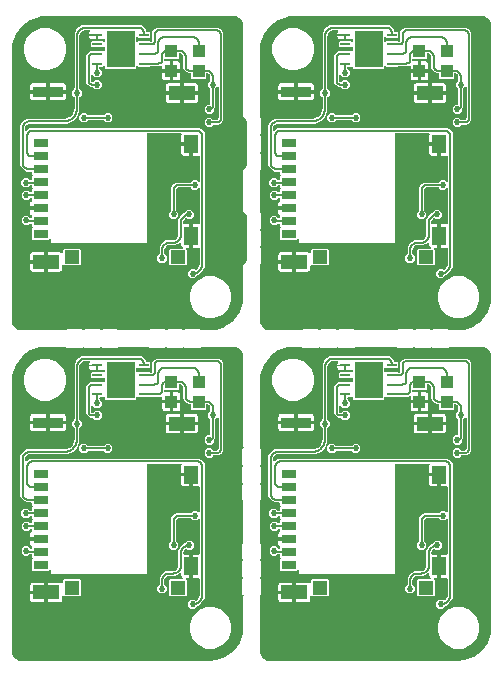
<source format=gbr>
G04 EAGLE Gerber RS-274X export*
G75*
%MOMM*%
%FSLAX34Y34*%
%LPD*%
%INBottom Copper*%
%IPPOS*%
%AMOC8*
5,1,8,0,0,1.08239X$1,22.5*%
G01*
%ADD10R,1.000000X1.100000*%
%ADD11R,1.240000X0.800000*%
%ADD12R,2.500000X0.950000*%
%ADD13R,2.200000X1.150000*%
%ADD14R,1.250000X1.160000*%
%ADD15R,1.200000X1.160000*%
%ADD16R,1.150000X1.500000*%
%ADD17R,0.863600X0.254000*%
%ADD18R,2.387600X3.098800*%
%ADD19C,0.152400*%
%ADD20C,0.525000*%

G36*
X162758Y281920D02*
X162758Y281920D01*
X162838Y281922D01*
X162880Y281937D01*
X162923Y281943D01*
X163056Y282001D01*
X163069Y282006D01*
X163072Y282008D01*
X163077Y282010D01*
X163116Y282033D01*
X170000Y282033D01*
X170022Y282036D01*
X170060Y282035D01*
X174316Y282370D01*
X174321Y282371D01*
X174327Y282371D01*
X174491Y282405D01*
X182587Y285035D01*
X182618Y285052D01*
X182653Y285060D01*
X182799Y285143D01*
X189685Y290147D01*
X189710Y290172D01*
X189740Y290191D01*
X189853Y290315D01*
X194857Y297201D01*
X194873Y297233D01*
X194896Y297261D01*
X194965Y297413D01*
X197595Y305509D01*
X197596Y305514D01*
X197598Y305520D01*
X197630Y305684D01*
X197965Y309940D01*
X197963Y309962D01*
X197967Y310000D01*
X197967Y336884D01*
X199852Y340148D01*
X200381Y340454D01*
X200433Y340497D01*
X200491Y340531D01*
X200528Y340574D01*
X200571Y340610D01*
X200607Y340667D01*
X200651Y340718D01*
X200672Y340770D01*
X200702Y340818D01*
X200718Y340884D01*
X200743Y340946D01*
X200752Y341025D01*
X200759Y341057D01*
X200757Y341078D01*
X200761Y341113D01*
X200761Y378887D01*
X200750Y378954D01*
X200749Y379021D01*
X200731Y379074D01*
X200722Y379130D01*
X200690Y379189D01*
X200667Y379253D01*
X200633Y379298D01*
X200606Y379347D01*
X200558Y379394D01*
X200516Y379447D01*
X200452Y379494D01*
X200428Y379517D01*
X200409Y379525D01*
X200381Y379546D01*
X199852Y379852D01*
X197967Y383116D01*
X197967Y416884D01*
X199852Y420148D01*
X200381Y420454D01*
X200433Y420497D01*
X200491Y420531D01*
X200527Y420574D01*
X200571Y420609D01*
X200607Y420667D01*
X200651Y420718D01*
X200672Y420770D01*
X200702Y420818D01*
X200717Y420883D01*
X200743Y420946D01*
X200752Y421025D01*
X200759Y421057D01*
X200757Y421078D01*
X200761Y421113D01*
X200761Y458887D01*
X200750Y458954D01*
X200749Y459021D01*
X200731Y459074D01*
X200722Y459130D01*
X200690Y459189D01*
X200667Y459253D01*
X200633Y459298D01*
X200606Y459347D01*
X200557Y459394D01*
X200516Y459447D01*
X200452Y459494D01*
X200428Y459517D01*
X200409Y459525D01*
X200381Y459546D01*
X199852Y459852D01*
X197967Y463116D01*
X197967Y540000D01*
X197966Y540008D01*
X197966Y540011D01*
X197963Y540026D01*
X197964Y540075D01*
X197825Y541480D01*
X197818Y541508D01*
X197818Y541536D01*
X197771Y541697D01*
X196695Y544295D01*
X196660Y544351D01*
X196635Y544411D01*
X196583Y544476D01*
X196565Y544504D01*
X196550Y544516D01*
X196530Y544542D01*
X194542Y546530D01*
X194489Y546568D01*
X194442Y546614D01*
X194369Y546654D01*
X194342Y546673D01*
X194323Y546679D01*
X194295Y546695D01*
X191697Y547771D01*
X191670Y547777D01*
X191645Y547790D01*
X191480Y547825D01*
X190075Y547964D01*
X190048Y547962D01*
X190000Y547967D01*
X30000Y547967D01*
X29978Y547964D01*
X29940Y547965D01*
X25684Y547630D01*
X25679Y547629D01*
X25673Y547629D01*
X25509Y547595D01*
X17413Y544965D01*
X17382Y544948D01*
X17347Y544940D01*
X17201Y544857D01*
X10315Y539853D01*
X10290Y539828D01*
X10260Y539809D01*
X10147Y539685D01*
X5143Y532799D01*
X5140Y532792D01*
X5136Y532788D01*
X5125Y532763D01*
X5104Y532739D01*
X5035Y532587D01*
X2405Y524491D01*
X2404Y524486D01*
X2402Y524480D01*
X2370Y524316D01*
X2035Y520060D01*
X2037Y520038D01*
X2033Y520000D01*
X2033Y290000D01*
X2037Y289974D01*
X2036Y289925D01*
X2175Y288520D01*
X2182Y288492D01*
X2182Y288464D01*
X2229Y288303D01*
X3305Y285705D01*
X3340Y285649D01*
X3365Y285589D01*
X3417Y285524D01*
X3435Y285496D01*
X3450Y285484D01*
X3470Y285458D01*
X5458Y283470D01*
X5511Y283432D01*
X5558Y283386D01*
X5631Y283346D01*
X5658Y283327D01*
X5676Y283321D01*
X5705Y283305D01*
X8303Y282229D01*
X8330Y282223D01*
X8355Y282210D01*
X8520Y282175D01*
X9925Y282036D01*
X9952Y282038D01*
X10000Y282033D01*
X46884Y282033D01*
X46923Y282010D01*
X46964Y281995D01*
X47001Y281971D01*
X47079Y281952D01*
X47153Y281923D01*
X47197Y281922D01*
X47240Y281911D01*
X47319Y281917D01*
X47399Y281914D01*
X47441Y281927D01*
X47485Y281930D01*
X47558Y281961D01*
X47635Y281984D01*
X47671Y282009D01*
X47711Y282026D01*
X47825Y282117D01*
X47836Y282125D01*
X47838Y282128D01*
X47842Y282131D01*
X48744Y283033D01*
X51293Y283033D01*
X51361Y282984D01*
X51380Y282978D01*
X51397Y282967D01*
X51497Y282942D01*
X51596Y282911D01*
X51616Y282912D01*
X51636Y282907D01*
X51739Y282915D01*
X51842Y282918D01*
X51861Y282925D01*
X51881Y282926D01*
X51976Y282967D01*
X52073Y283002D01*
X52089Y283015D01*
X52107Y283022D01*
X52120Y283033D01*
X54715Y283033D01*
X54731Y283028D01*
X54747Y283017D01*
X54848Y282992D01*
X54947Y282961D01*
X54967Y282962D01*
X54986Y282957D01*
X55089Y282965D01*
X55192Y282968D01*
X55211Y282975D01*
X55231Y282976D01*
X55326Y283017D01*
X55370Y283033D01*
X58015Y283033D01*
X58031Y283028D01*
X58047Y283017D01*
X58148Y282992D01*
X58247Y282961D01*
X58267Y282962D01*
X58286Y282957D01*
X58389Y282965D01*
X58492Y282968D01*
X58511Y282975D01*
X58531Y282976D01*
X58626Y283017D01*
X58670Y283033D01*
X61256Y283033D01*
X61962Y282327D01*
X61978Y282316D01*
X61990Y282300D01*
X62078Y282244D01*
X62161Y282184D01*
X62180Y282178D01*
X62197Y282167D01*
X62298Y282142D01*
X62397Y282111D01*
X62416Y282112D01*
X62436Y282107D01*
X62539Y282115D01*
X62642Y282118D01*
X62661Y282125D01*
X62681Y282126D01*
X62776Y282166D01*
X62873Y282202D01*
X62889Y282215D01*
X62907Y282222D01*
X63038Y282327D01*
X63744Y283033D01*
X66293Y283033D01*
X66361Y282984D01*
X66380Y282978D01*
X66397Y282967D01*
X66497Y282942D01*
X66596Y282911D01*
X66616Y282912D01*
X66636Y282907D01*
X66739Y282915D01*
X66842Y282918D01*
X66861Y282925D01*
X66881Y282926D01*
X66976Y282967D01*
X67073Y283002D01*
X67089Y283015D01*
X67107Y283022D01*
X67120Y283033D01*
X69715Y283033D01*
X69731Y283028D01*
X69747Y283017D01*
X69848Y282992D01*
X69947Y282961D01*
X69967Y282962D01*
X69986Y282957D01*
X70089Y282965D01*
X70192Y282968D01*
X70211Y282975D01*
X70231Y282976D01*
X70326Y283017D01*
X70370Y283033D01*
X73015Y283033D01*
X73031Y283028D01*
X73047Y283017D01*
X73148Y282992D01*
X73247Y282961D01*
X73267Y282962D01*
X73286Y282957D01*
X73389Y282965D01*
X73492Y282968D01*
X73511Y282975D01*
X73531Y282976D01*
X73626Y283017D01*
X73670Y283033D01*
X76256Y283033D01*
X76962Y282327D01*
X76978Y282316D01*
X76990Y282300D01*
X77078Y282244D01*
X77161Y282184D01*
X77180Y282178D01*
X77197Y282167D01*
X77298Y282142D01*
X77397Y282111D01*
X77416Y282112D01*
X77436Y282107D01*
X77539Y282115D01*
X77642Y282118D01*
X77661Y282125D01*
X77681Y282126D01*
X77776Y282166D01*
X77873Y282202D01*
X77889Y282215D01*
X77907Y282222D01*
X78038Y282327D01*
X78744Y283033D01*
X81293Y283033D01*
X81361Y282984D01*
X81380Y282978D01*
X81397Y282967D01*
X81497Y282942D01*
X81596Y282911D01*
X81616Y282912D01*
X81636Y282907D01*
X81739Y282915D01*
X81842Y282918D01*
X81861Y282925D01*
X81881Y282926D01*
X81976Y282967D01*
X82073Y283002D01*
X82089Y283015D01*
X82107Y283022D01*
X82120Y283033D01*
X84715Y283033D01*
X84731Y283028D01*
X84747Y283017D01*
X84848Y282992D01*
X84947Y282961D01*
X84967Y282962D01*
X84986Y282957D01*
X85089Y282965D01*
X85192Y282968D01*
X85211Y282975D01*
X85231Y282976D01*
X85326Y283017D01*
X85370Y283033D01*
X88015Y283033D01*
X88031Y283028D01*
X88047Y283017D01*
X88148Y282992D01*
X88247Y282961D01*
X88267Y282962D01*
X88286Y282957D01*
X88389Y282965D01*
X88492Y282968D01*
X88511Y282975D01*
X88531Y282976D01*
X88626Y283017D01*
X88670Y283033D01*
X91256Y283033D01*
X92158Y282131D01*
X92193Y282106D01*
X92223Y282073D01*
X92293Y282034D01*
X92357Y281988D01*
X92399Y281975D01*
X92438Y281953D01*
X92516Y281939D01*
X92593Y281915D01*
X92636Y281916D01*
X92679Y281908D01*
X92759Y281920D01*
X92838Y281922D01*
X92880Y281937D01*
X92923Y281943D01*
X93056Y282001D01*
X93069Y282006D01*
X93072Y282008D01*
X93077Y282010D01*
X93116Y282033D01*
X116884Y282033D01*
X116923Y282010D01*
X116964Y281995D01*
X117001Y281971D01*
X117079Y281951D01*
X117154Y281923D01*
X117197Y281922D01*
X117240Y281911D01*
X117319Y281917D01*
X117399Y281914D01*
X117441Y281927D01*
X117485Y281930D01*
X117559Y281961D01*
X117635Y281984D01*
X117671Y282009D01*
X117711Y282026D01*
X117825Y282118D01*
X117836Y282125D01*
X117838Y282128D01*
X117842Y282131D01*
X118744Y283033D01*
X121293Y283033D01*
X121361Y282984D01*
X121380Y282978D01*
X121397Y282967D01*
X121497Y282942D01*
X121596Y282911D01*
X121616Y282912D01*
X121636Y282907D01*
X121739Y282915D01*
X121842Y282918D01*
X121861Y282925D01*
X121881Y282926D01*
X121976Y282967D01*
X122073Y283002D01*
X122089Y283015D01*
X122107Y283022D01*
X122120Y283033D01*
X124715Y283033D01*
X124731Y283028D01*
X124747Y283017D01*
X124848Y282992D01*
X124947Y282961D01*
X124967Y282962D01*
X124986Y282957D01*
X125089Y282965D01*
X125192Y282968D01*
X125211Y282975D01*
X125231Y282976D01*
X125326Y283017D01*
X125370Y283033D01*
X128015Y283033D01*
X128031Y283028D01*
X128047Y283017D01*
X128148Y282992D01*
X128247Y282961D01*
X128267Y282962D01*
X128286Y282957D01*
X128389Y282965D01*
X128492Y282968D01*
X128511Y282975D01*
X128531Y282976D01*
X128626Y283017D01*
X128670Y283033D01*
X131256Y283033D01*
X131962Y282327D01*
X131978Y282316D01*
X131990Y282300D01*
X132078Y282244D01*
X132161Y282184D01*
X132180Y282178D01*
X132197Y282167D01*
X132298Y282142D01*
X132397Y282111D01*
X132416Y282112D01*
X132436Y282107D01*
X132539Y282115D01*
X132642Y282118D01*
X132661Y282125D01*
X132681Y282126D01*
X132776Y282166D01*
X132873Y282202D01*
X132889Y282215D01*
X132907Y282222D01*
X133038Y282327D01*
X133744Y283033D01*
X136293Y283033D01*
X136361Y282984D01*
X136380Y282978D01*
X136397Y282967D01*
X136497Y282942D01*
X136596Y282911D01*
X136616Y282912D01*
X136636Y282907D01*
X136739Y282915D01*
X136842Y282918D01*
X136861Y282925D01*
X136881Y282926D01*
X136976Y282967D01*
X137073Y283002D01*
X137089Y283015D01*
X137107Y283022D01*
X137120Y283033D01*
X139715Y283033D01*
X139731Y283028D01*
X139747Y283017D01*
X139848Y282992D01*
X139947Y282961D01*
X139967Y282962D01*
X139986Y282957D01*
X140089Y282965D01*
X140192Y282968D01*
X140211Y282975D01*
X140231Y282976D01*
X140326Y283017D01*
X140370Y283033D01*
X143015Y283033D01*
X143031Y283028D01*
X143047Y283017D01*
X143148Y282992D01*
X143247Y282961D01*
X143267Y282962D01*
X143286Y282957D01*
X143389Y282965D01*
X143492Y282968D01*
X143511Y282975D01*
X143531Y282976D01*
X143626Y283017D01*
X143670Y283033D01*
X146256Y283033D01*
X146962Y282327D01*
X146978Y282316D01*
X146990Y282300D01*
X147078Y282244D01*
X147161Y282184D01*
X147180Y282178D01*
X147197Y282167D01*
X147298Y282142D01*
X147397Y282111D01*
X147416Y282112D01*
X147436Y282107D01*
X147539Y282115D01*
X147642Y282118D01*
X147661Y282125D01*
X147681Y282126D01*
X147776Y282166D01*
X147873Y282202D01*
X147889Y282215D01*
X147907Y282222D01*
X148038Y282327D01*
X148744Y283033D01*
X151293Y283033D01*
X151361Y282984D01*
X151380Y282978D01*
X151397Y282967D01*
X151497Y282942D01*
X151596Y282911D01*
X151616Y282912D01*
X151636Y282907D01*
X151739Y282915D01*
X151842Y282918D01*
X151861Y282925D01*
X151881Y282926D01*
X151976Y282967D01*
X152073Y283002D01*
X152089Y283015D01*
X152107Y283022D01*
X152120Y283033D01*
X154715Y283033D01*
X154731Y283028D01*
X154747Y283017D01*
X154848Y282992D01*
X154947Y282961D01*
X154967Y282962D01*
X154986Y282957D01*
X155089Y282965D01*
X155192Y282968D01*
X155211Y282975D01*
X155231Y282976D01*
X155326Y283017D01*
X155370Y283033D01*
X158015Y283033D01*
X158031Y283028D01*
X158047Y283017D01*
X158148Y282992D01*
X158247Y282961D01*
X158267Y282962D01*
X158286Y282957D01*
X158389Y282965D01*
X158492Y282968D01*
X158511Y282975D01*
X158531Y282976D01*
X158626Y283017D01*
X158670Y283033D01*
X161256Y283033D01*
X162158Y282131D01*
X162193Y282106D01*
X162223Y282073D01*
X162293Y282034D01*
X162357Y281988D01*
X162399Y281975D01*
X162438Y281953D01*
X162516Y281939D01*
X162593Y281915D01*
X162636Y281916D01*
X162679Y281908D01*
X162758Y281920D01*
G37*
G36*
X380022Y2036D02*
X380022Y2036D01*
X380060Y2035D01*
X384316Y2370D01*
X384321Y2371D01*
X384327Y2371D01*
X384491Y2405D01*
X392587Y5035D01*
X392618Y5052D01*
X392653Y5060D01*
X392799Y5143D01*
X399685Y10147D01*
X399710Y10172D01*
X399740Y10191D01*
X399853Y10315D01*
X404857Y17201D01*
X404873Y17233D01*
X404896Y17261D01*
X404965Y17413D01*
X407595Y25509D01*
X407596Y25514D01*
X407598Y25520D01*
X407630Y25684D01*
X407965Y29940D01*
X407963Y29962D01*
X407967Y30000D01*
X407967Y260000D01*
X407963Y260026D01*
X407964Y260075D01*
X407825Y261480D01*
X407818Y261508D01*
X407818Y261536D01*
X407771Y261697D01*
X406695Y264295D01*
X406660Y264351D01*
X406635Y264411D01*
X406583Y264476D01*
X406565Y264504D01*
X406550Y264516D01*
X406530Y264542D01*
X404542Y266530D01*
X404489Y266568D01*
X404442Y266614D01*
X404369Y266654D01*
X404342Y266673D01*
X404323Y266679D01*
X404295Y266695D01*
X401697Y267771D01*
X401670Y267777D01*
X401645Y267790D01*
X401480Y267825D01*
X400075Y267964D01*
X400048Y267962D01*
X400000Y267967D01*
X373116Y267967D01*
X373077Y267990D01*
X373036Y268005D01*
X372999Y268029D01*
X372921Y268048D01*
X372847Y268077D01*
X372803Y268078D01*
X372760Y268089D01*
X372681Y268083D01*
X372601Y268086D01*
X372559Y268073D01*
X372515Y268070D01*
X372442Y268039D01*
X372365Y268016D01*
X372329Y267991D01*
X372289Y267974D01*
X372175Y267883D01*
X372164Y267875D01*
X372162Y267872D01*
X372158Y267869D01*
X371256Y266967D01*
X368685Y266967D01*
X368670Y266972D01*
X368653Y266983D01*
X368552Y267008D01*
X368454Y267039D01*
X368434Y267038D01*
X368414Y267043D01*
X368311Y267035D01*
X368208Y267032D01*
X368189Y267025D01*
X368169Y267024D01*
X368074Y266984D01*
X368030Y266967D01*
X365385Y266967D01*
X365370Y266972D01*
X365353Y266983D01*
X365252Y267008D01*
X365154Y267039D01*
X365134Y267038D01*
X365114Y267043D01*
X365011Y267035D01*
X364908Y267032D01*
X364889Y267025D01*
X364869Y267024D01*
X364774Y266984D01*
X364730Y266967D01*
X362107Y266967D01*
X362039Y267016D01*
X362019Y267022D01*
X362003Y267033D01*
X361902Y267058D01*
X361803Y267089D01*
X361783Y267088D01*
X361764Y267093D01*
X361661Y267085D01*
X361558Y267082D01*
X361539Y267075D01*
X361519Y267074D01*
X361424Y267033D01*
X361327Y266998D01*
X361311Y266985D01*
X361293Y266978D01*
X361280Y266967D01*
X358744Y266967D01*
X358038Y267673D01*
X358022Y267684D01*
X358010Y267700D01*
X357922Y267756D01*
X357839Y267816D01*
X357820Y267822D01*
X357803Y267833D01*
X357702Y267858D01*
X357603Y267889D01*
X357584Y267888D01*
X357564Y267893D01*
X357461Y267885D01*
X357358Y267882D01*
X357339Y267875D01*
X357319Y267874D01*
X357224Y267834D01*
X357127Y267798D01*
X357111Y267785D01*
X357093Y267778D01*
X356962Y267673D01*
X356256Y266967D01*
X353685Y266967D01*
X353670Y266972D01*
X353653Y266983D01*
X353552Y267008D01*
X353454Y267039D01*
X353434Y267038D01*
X353414Y267043D01*
X353311Y267035D01*
X353208Y267032D01*
X353189Y267025D01*
X353169Y267024D01*
X353074Y266984D01*
X353030Y266967D01*
X350385Y266967D01*
X350370Y266972D01*
X350353Y266983D01*
X350252Y267008D01*
X350154Y267039D01*
X350134Y267038D01*
X350114Y267043D01*
X350011Y267035D01*
X349908Y267032D01*
X349889Y267025D01*
X349869Y267024D01*
X349774Y266984D01*
X349730Y266967D01*
X347107Y266967D01*
X347039Y267016D01*
X347019Y267022D01*
X347003Y267033D01*
X346902Y267058D01*
X346803Y267089D01*
X346783Y267088D01*
X346764Y267093D01*
X346661Y267085D01*
X346558Y267082D01*
X346539Y267075D01*
X346519Y267074D01*
X346424Y267033D01*
X346327Y266998D01*
X346311Y266985D01*
X346293Y266978D01*
X346280Y266967D01*
X343744Y266967D01*
X343038Y267673D01*
X343022Y267684D01*
X343010Y267700D01*
X342922Y267756D01*
X342839Y267816D01*
X342820Y267822D01*
X342803Y267833D01*
X342702Y267858D01*
X342603Y267889D01*
X342584Y267888D01*
X342564Y267893D01*
X342461Y267885D01*
X342358Y267882D01*
X342339Y267875D01*
X342319Y267874D01*
X342224Y267834D01*
X342127Y267798D01*
X342111Y267785D01*
X342093Y267778D01*
X341962Y267673D01*
X341256Y266967D01*
X338685Y266967D01*
X338670Y266972D01*
X338653Y266983D01*
X338552Y267008D01*
X338454Y267039D01*
X338434Y267038D01*
X338414Y267043D01*
X338311Y267035D01*
X338208Y267032D01*
X338189Y267025D01*
X338169Y267024D01*
X338074Y266984D01*
X338030Y266967D01*
X335385Y266967D01*
X335370Y266972D01*
X335353Y266983D01*
X335252Y267008D01*
X335154Y267039D01*
X335134Y267038D01*
X335114Y267043D01*
X335011Y267035D01*
X334908Y267032D01*
X334889Y267025D01*
X334869Y267024D01*
X334774Y266984D01*
X334730Y266967D01*
X332107Y266967D01*
X332039Y267016D01*
X332019Y267022D01*
X332003Y267033D01*
X331902Y267058D01*
X331803Y267089D01*
X331783Y267088D01*
X331764Y267093D01*
X331661Y267085D01*
X331558Y267082D01*
X331539Y267075D01*
X331519Y267074D01*
X331424Y267033D01*
X331327Y266998D01*
X331311Y266985D01*
X331293Y266978D01*
X331280Y266967D01*
X328744Y266967D01*
X327842Y267869D01*
X327807Y267894D01*
X327777Y267927D01*
X327707Y267966D01*
X327643Y268012D01*
X327601Y268025D01*
X327562Y268047D01*
X327484Y268061D01*
X327407Y268085D01*
X327364Y268084D01*
X327321Y268092D01*
X327241Y268080D01*
X327162Y268078D01*
X327120Y268063D01*
X327077Y268057D01*
X326944Y267999D01*
X326931Y267994D01*
X326928Y267992D01*
X326923Y267990D01*
X326884Y267967D01*
X293116Y267967D01*
X293077Y267990D01*
X293036Y268005D01*
X292999Y268029D01*
X292921Y268048D01*
X292847Y268077D01*
X292803Y268078D01*
X292760Y268089D01*
X292681Y268083D01*
X292601Y268086D01*
X292559Y268073D01*
X292515Y268070D01*
X292442Y268039D01*
X292365Y268016D01*
X292329Y267991D01*
X292289Y267974D01*
X292175Y267883D01*
X292164Y267875D01*
X292162Y267872D01*
X292158Y267869D01*
X291256Y266967D01*
X288685Y266967D01*
X288670Y266972D01*
X288653Y266983D01*
X288552Y267008D01*
X288454Y267039D01*
X288434Y267038D01*
X288414Y267043D01*
X288311Y267035D01*
X288208Y267032D01*
X288189Y267025D01*
X288169Y267024D01*
X288074Y266984D01*
X288030Y266967D01*
X285385Y266967D01*
X285370Y266972D01*
X285353Y266983D01*
X285252Y267008D01*
X285154Y267039D01*
X285134Y267038D01*
X285114Y267043D01*
X285011Y267035D01*
X284908Y267032D01*
X284889Y267025D01*
X284869Y267024D01*
X284774Y266984D01*
X284730Y266967D01*
X282107Y266967D01*
X282039Y267016D01*
X282019Y267022D01*
X282003Y267033D01*
X281902Y267058D01*
X281803Y267089D01*
X281783Y267088D01*
X281764Y267093D01*
X281661Y267085D01*
X281558Y267082D01*
X281539Y267075D01*
X281519Y267074D01*
X281424Y267033D01*
X281327Y266998D01*
X281311Y266985D01*
X281293Y266978D01*
X281280Y266967D01*
X278744Y266967D01*
X278038Y267673D01*
X278022Y267684D01*
X278010Y267700D01*
X277922Y267756D01*
X277839Y267816D01*
X277820Y267822D01*
X277803Y267833D01*
X277702Y267858D01*
X277603Y267889D01*
X277584Y267888D01*
X277564Y267893D01*
X277461Y267885D01*
X277358Y267882D01*
X277339Y267875D01*
X277319Y267874D01*
X277224Y267834D01*
X277127Y267798D01*
X277111Y267785D01*
X277093Y267778D01*
X276962Y267673D01*
X276256Y266967D01*
X273685Y266967D01*
X273670Y266972D01*
X273653Y266983D01*
X273552Y267008D01*
X273454Y267039D01*
X273434Y267038D01*
X273414Y267043D01*
X273311Y267035D01*
X273208Y267032D01*
X273189Y267025D01*
X273169Y267024D01*
X273074Y266984D01*
X273030Y266967D01*
X270385Y266967D01*
X270370Y266972D01*
X270353Y266983D01*
X270252Y267008D01*
X270154Y267039D01*
X270134Y267038D01*
X270114Y267043D01*
X270011Y267035D01*
X269908Y267032D01*
X269889Y267025D01*
X269869Y267024D01*
X269774Y266984D01*
X269730Y266967D01*
X267107Y266967D01*
X267039Y267016D01*
X267019Y267022D01*
X267003Y267033D01*
X266902Y267058D01*
X266803Y267089D01*
X266783Y267088D01*
X266764Y267093D01*
X266661Y267085D01*
X266558Y267082D01*
X266539Y267075D01*
X266519Y267074D01*
X266424Y267033D01*
X266327Y266998D01*
X266311Y266985D01*
X266293Y266978D01*
X266280Y266967D01*
X263744Y266967D01*
X263038Y267673D01*
X263022Y267684D01*
X263010Y267700D01*
X262922Y267756D01*
X262839Y267816D01*
X262820Y267822D01*
X262803Y267833D01*
X262702Y267858D01*
X262603Y267889D01*
X262584Y267888D01*
X262564Y267893D01*
X262461Y267885D01*
X262358Y267882D01*
X262339Y267875D01*
X262319Y267874D01*
X262224Y267834D01*
X262127Y267798D01*
X262111Y267785D01*
X262093Y267778D01*
X261962Y267673D01*
X261256Y266967D01*
X258685Y266967D01*
X258670Y266972D01*
X258653Y266983D01*
X258552Y267008D01*
X258454Y267039D01*
X258434Y267038D01*
X258414Y267043D01*
X258311Y267035D01*
X258208Y267032D01*
X258189Y267025D01*
X258169Y267024D01*
X258074Y266984D01*
X258030Y266967D01*
X255385Y266967D01*
X255370Y266972D01*
X255353Y266983D01*
X255252Y267008D01*
X255154Y267039D01*
X255134Y267038D01*
X255114Y267043D01*
X255011Y267035D01*
X254908Y267032D01*
X254889Y267025D01*
X254869Y267024D01*
X254774Y266984D01*
X254730Y266967D01*
X252107Y266967D01*
X252039Y267016D01*
X252019Y267022D01*
X252003Y267033D01*
X251902Y267058D01*
X251803Y267089D01*
X251783Y267088D01*
X251764Y267093D01*
X251661Y267085D01*
X251558Y267082D01*
X251539Y267075D01*
X251519Y267074D01*
X251424Y267033D01*
X251327Y266998D01*
X251311Y266985D01*
X251293Y266978D01*
X251280Y266967D01*
X248744Y266967D01*
X247842Y267869D01*
X247807Y267894D01*
X247777Y267927D01*
X247707Y267966D01*
X247643Y268012D01*
X247601Y268025D01*
X247562Y268047D01*
X247484Y268061D01*
X247407Y268085D01*
X247364Y268084D01*
X247321Y268092D01*
X247241Y268080D01*
X247162Y268078D01*
X247120Y268063D01*
X247077Y268057D01*
X246944Y267999D01*
X246931Y267994D01*
X246928Y267992D01*
X246923Y267990D01*
X246884Y267967D01*
X240000Y267967D01*
X239978Y267964D01*
X239940Y267965D01*
X235684Y267630D01*
X235679Y267629D01*
X235673Y267629D01*
X235509Y267595D01*
X227413Y264965D01*
X227382Y264948D01*
X227347Y264940D01*
X227201Y264857D01*
X220315Y259853D01*
X220290Y259828D01*
X220260Y259809D01*
X220147Y259685D01*
X215143Y252799D01*
X215127Y252767D01*
X215104Y252739D01*
X215035Y252587D01*
X212405Y244491D01*
X212404Y244486D01*
X212402Y244480D01*
X212370Y244316D01*
X212035Y240060D01*
X212037Y240038D01*
X212033Y240000D01*
X212033Y183116D01*
X212010Y183077D01*
X211995Y183036D01*
X211971Y182999D01*
X211952Y182921D01*
X211923Y182847D01*
X211922Y182803D01*
X211911Y182760D01*
X211917Y182681D01*
X211914Y182601D01*
X211927Y182559D01*
X211930Y182515D01*
X211961Y182442D01*
X211984Y182365D01*
X212009Y182329D01*
X212026Y182289D01*
X212117Y182175D01*
X212125Y182164D01*
X212128Y182162D01*
X212131Y182158D01*
X213033Y181256D01*
X213033Y178685D01*
X213028Y178670D01*
X213017Y178653D01*
X212992Y178552D01*
X212961Y178454D01*
X212962Y178434D01*
X212957Y178414D01*
X212965Y178311D01*
X212968Y178208D01*
X212975Y178189D01*
X212976Y178169D01*
X213016Y178074D01*
X213033Y178030D01*
X213033Y175385D01*
X213028Y175370D01*
X213017Y175353D01*
X212992Y175252D01*
X212961Y175154D01*
X212962Y175134D01*
X212957Y175114D01*
X212965Y175011D01*
X212968Y174908D01*
X212975Y174889D01*
X212976Y174869D01*
X213016Y174774D01*
X213033Y174730D01*
X213033Y172107D01*
X212984Y172039D01*
X212978Y172019D01*
X212967Y172003D01*
X212942Y171902D01*
X212911Y171803D01*
X212912Y171783D01*
X212907Y171764D01*
X212915Y171661D01*
X212918Y171558D01*
X212925Y171539D01*
X212926Y171519D01*
X212967Y171424D01*
X213002Y171327D01*
X213015Y171311D01*
X213022Y171293D01*
X213033Y171280D01*
X213033Y168744D01*
X212327Y168038D01*
X212316Y168022D01*
X212300Y168010D01*
X212244Y167922D01*
X212184Y167839D01*
X212178Y167820D01*
X212167Y167803D01*
X212142Y167702D01*
X212111Y167603D01*
X212112Y167584D01*
X212107Y167564D01*
X212115Y167461D01*
X212118Y167358D01*
X212125Y167339D01*
X212126Y167319D01*
X212166Y167224D01*
X212202Y167127D01*
X212215Y167111D01*
X212222Y167093D01*
X212327Y166962D01*
X213033Y166256D01*
X213033Y163685D01*
X213028Y163670D01*
X213017Y163653D01*
X212992Y163552D01*
X212961Y163454D01*
X212962Y163434D01*
X212957Y163414D01*
X212965Y163311D01*
X212968Y163208D01*
X212975Y163189D01*
X212976Y163169D01*
X213016Y163074D01*
X213033Y163030D01*
X213033Y160385D01*
X213028Y160370D01*
X213017Y160353D01*
X212992Y160252D01*
X212961Y160154D01*
X212962Y160134D01*
X212957Y160114D01*
X212965Y160011D01*
X212968Y159908D01*
X212975Y159889D01*
X212976Y159869D01*
X213016Y159774D01*
X213033Y159730D01*
X213033Y157107D01*
X212984Y157039D01*
X212978Y157019D01*
X212967Y157003D01*
X212942Y156902D01*
X212911Y156803D01*
X212912Y156783D01*
X212907Y156764D01*
X212915Y156661D01*
X212918Y156558D01*
X212925Y156539D01*
X212926Y156519D01*
X212967Y156424D01*
X213002Y156327D01*
X213015Y156311D01*
X213022Y156293D01*
X213033Y156280D01*
X213033Y153744D01*
X212327Y153038D01*
X212316Y153022D01*
X212300Y153010D01*
X212244Y152922D01*
X212184Y152839D01*
X212178Y152820D01*
X212167Y152803D01*
X212142Y152702D01*
X212111Y152603D01*
X212112Y152584D01*
X212107Y152564D01*
X212115Y152461D01*
X212118Y152358D01*
X212125Y152339D01*
X212126Y152319D01*
X212166Y152224D01*
X212202Y152127D01*
X212215Y152111D01*
X212222Y152093D01*
X212327Y151962D01*
X213033Y151256D01*
X213033Y148685D01*
X213028Y148670D01*
X213017Y148653D01*
X212992Y148552D01*
X212961Y148454D01*
X212962Y148434D01*
X212957Y148414D01*
X212965Y148311D01*
X212968Y148208D01*
X212975Y148189D01*
X212976Y148169D01*
X213016Y148074D01*
X213033Y148030D01*
X213033Y145385D01*
X213028Y145370D01*
X213017Y145353D01*
X212992Y145252D01*
X212961Y145154D01*
X212962Y145134D01*
X212957Y145114D01*
X212965Y145011D01*
X212968Y144908D01*
X212975Y144889D01*
X212976Y144869D01*
X213016Y144774D01*
X213033Y144730D01*
X213033Y142107D01*
X212984Y142039D01*
X212978Y142019D01*
X212967Y142003D01*
X212942Y141902D01*
X212911Y141803D01*
X212912Y141783D01*
X212907Y141764D01*
X212915Y141661D01*
X212918Y141558D01*
X212925Y141539D01*
X212926Y141519D01*
X212967Y141424D01*
X213002Y141327D01*
X213015Y141311D01*
X213022Y141293D01*
X213033Y141280D01*
X213033Y138744D01*
X212131Y137842D01*
X212106Y137807D01*
X212073Y137777D01*
X212034Y137707D01*
X211988Y137643D01*
X211975Y137601D01*
X211953Y137562D01*
X211939Y137484D01*
X211915Y137407D01*
X211916Y137364D01*
X211908Y137321D01*
X211920Y137241D01*
X211922Y137162D01*
X211937Y137120D01*
X211943Y137077D01*
X212001Y136944D01*
X212006Y136931D01*
X212008Y136928D01*
X212010Y136923D01*
X212033Y136884D01*
X212033Y103116D01*
X212010Y103077D01*
X211995Y103036D01*
X211971Y102999D01*
X211952Y102921D01*
X211923Y102847D01*
X211922Y102803D01*
X211911Y102760D01*
X211917Y102681D01*
X211914Y102601D01*
X211927Y102559D01*
X211930Y102515D01*
X211961Y102442D01*
X211984Y102365D01*
X212009Y102329D01*
X212026Y102289D01*
X212117Y102175D01*
X212125Y102164D01*
X212128Y102162D01*
X212131Y102158D01*
X213033Y101256D01*
X213033Y98685D01*
X213028Y98670D01*
X213017Y98653D01*
X212992Y98552D01*
X212961Y98454D01*
X212962Y98434D01*
X212957Y98414D01*
X212965Y98311D01*
X212968Y98208D01*
X212975Y98189D01*
X212976Y98169D01*
X213016Y98074D01*
X213033Y98030D01*
X213033Y95385D01*
X213028Y95370D01*
X213017Y95353D01*
X212992Y95252D01*
X212961Y95154D01*
X212962Y95134D01*
X212957Y95114D01*
X212965Y95011D01*
X212968Y94908D01*
X212975Y94889D01*
X212976Y94869D01*
X213016Y94774D01*
X213033Y94730D01*
X213033Y92107D01*
X212984Y92039D01*
X212978Y92019D01*
X212967Y92003D01*
X212942Y91902D01*
X212911Y91803D01*
X212912Y91783D01*
X212907Y91764D01*
X212915Y91661D01*
X212918Y91558D01*
X212925Y91539D01*
X212926Y91519D01*
X212967Y91424D01*
X213002Y91327D01*
X213015Y91311D01*
X213022Y91293D01*
X213033Y91280D01*
X213033Y88744D01*
X212327Y88038D01*
X212316Y88022D01*
X212300Y88010D01*
X212244Y87922D01*
X212184Y87839D01*
X212178Y87820D01*
X212167Y87803D01*
X212142Y87702D01*
X212111Y87603D01*
X212112Y87584D01*
X212107Y87564D01*
X212115Y87461D01*
X212118Y87358D01*
X212125Y87339D01*
X212126Y87319D01*
X212166Y87224D01*
X212202Y87127D01*
X212215Y87111D01*
X212222Y87093D01*
X212327Y86962D01*
X213033Y86256D01*
X213033Y83685D01*
X213028Y83670D01*
X213017Y83653D01*
X212992Y83552D01*
X212961Y83454D01*
X212962Y83434D01*
X212957Y83414D01*
X212965Y83311D01*
X212968Y83208D01*
X212975Y83189D01*
X212976Y83169D01*
X213016Y83074D01*
X213033Y83030D01*
X213033Y80385D01*
X213028Y80370D01*
X213017Y80353D01*
X212992Y80252D01*
X212961Y80154D01*
X212962Y80134D01*
X212957Y80114D01*
X212965Y80011D01*
X212968Y79908D01*
X212975Y79889D01*
X212976Y79869D01*
X213016Y79774D01*
X213033Y79730D01*
X213033Y77107D01*
X212984Y77039D01*
X212978Y77019D01*
X212967Y77003D01*
X212942Y76902D01*
X212911Y76803D01*
X212912Y76783D01*
X212907Y76764D01*
X212915Y76661D01*
X212918Y76558D01*
X212925Y76539D01*
X212926Y76519D01*
X212967Y76424D01*
X213002Y76327D01*
X213015Y76311D01*
X213022Y76293D01*
X213033Y76280D01*
X213033Y73744D01*
X212327Y73038D01*
X212316Y73022D01*
X212300Y73010D01*
X212244Y72922D01*
X212184Y72839D01*
X212178Y72820D01*
X212167Y72803D01*
X212142Y72702D01*
X212111Y72603D01*
X212112Y72584D01*
X212107Y72564D01*
X212115Y72461D01*
X212118Y72358D01*
X212125Y72339D01*
X212126Y72319D01*
X212166Y72224D01*
X212202Y72127D01*
X212215Y72111D01*
X212222Y72093D01*
X212327Y71962D01*
X213033Y71256D01*
X213033Y68685D01*
X213028Y68670D01*
X213017Y68653D01*
X212992Y68552D01*
X212961Y68454D01*
X212962Y68434D01*
X212957Y68414D01*
X212965Y68311D01*
X212968Y68208D01*
X212975Y68189D01*
X212976Y68169D01*
X213016Y68074D01*
X213033Y68030D01*
X213033Y65385D01*
X213028Y65370D01*
X213017Y65353D01*
X212992Y65252D01*
X212961Y65154D01*
X212962Y65134D01*
X212957Y65114D01*
X212965Y65011D01*
X212968Y64908D01*
X212975Y64889D01*
X212976Y64869D01*
X213016Y64774D01*
X213033Y64730D01*
X213033Y62107D01*
X212984Y62039D01*
X212978Y62019D01*
X212967Y62003D01*
X212942Y61902D01*
X212911Y61803D01*
X212912Y61783D01*
X212907Y61764D01*
X212915Y61661D01*
X212918Y61558D01*
X212925Y61539D01*
X212926Y61519D01*
X212967Y61424D01*
X213002Y61327D01*
X213015Y61311D01*
X213022Y61293D01*
X213033Y61280D01*
X213033Y58744D01*
X212131Y57842D01*
X212106Y57807D01*
X212073Y57777D01*
X212034Y57707D01*
X211988Y57643D01*
X211975Y57601D01*
X211953Y57562D01*
X211939Y57484D01*
X211915Y57407D01*
X211916Y57364D01*
X211908Y57321D01*
X211920Y57241D01*
X211922Y57162D01*
X211937Y57120D01*
X211943Y57077D01*
X212001Y56944D01*
X212006Y56931D01*
X212008Y56928D01*
X212010Y56923D01*
X212033Y56884D01*
X212033Y10000D01*
X212037Y9974D01*
X212036Y9925D01*
X212175Y8520D01*
X212182Y8492D01*
X212182Y8464D01*
X212229Y8303D01*
X213305Y5705D01*
X213340Y5649D01*
X213365Y5589D01*
X213417Y5524D01*
X213435Y5496D01*
X213450Y5484D01*
X213470Y5458D01*
X215458Y3470D01*
X215511Y3432D01*
X215558Y3386D01*
X215631Y3346D01*
X215658Y3327D01*
X215677Y3321D01*
X215705Y3305D01*
X218303Y2229D01*
X218330Y2223D01*
X218355Y2210D01*
X218520Y2175D01*
X219925Y2036D01*
X219952Y2038D01*
X220000Y2033D01*
X380000Y2033D01*
X380022Y2036D01*
G37*
G36*
X372759Y281920D02*
X372759Y281920D01*
X372838Y281922D01*
X372880Y281937D01*
X372923Y281943D01*
X373056Y282001D01*
X373069Y282006D01*
X373072Y282008D01*
X373077Y282010D01*
X373116Y282033D01*
X380000Y282033D01*
X380022Y282036D01*
X380060Y282035D01*
X384316Y282370D01*
X384321Y282371D01*
X384327Y282371D01*
X384491Y282405D01*
X392587Y285035D01*
X392618Y285052D01*
X392653Y285060D01*
X392799Y285143D01*
X399685Y290147D01*
X399710Y290172D01*
X399740Y290191D01*
X399853Y290315D01*
X404857Y297201D01*
X404873Y297233D01*
X404896Y297261D01*
X404965Y297413D01*
X407595Y305509D01*
X407596Y305514D01*
X407598Y305520D01*
X407630Y305684D01*
X407965Y309940D01*
X407963Y309962D01*
X407967Y310000D01*
X407967Y540000D01*
X407966Y540008D01*
X407966Y540011D01*
X407963Y540026D01*
X407964Y540075D01*
X407825Y541480D01*
X407818Y541508D01*
X407818Y541536D01*
X407771Y541697D01*
X406695Y544295D01*
X406660Y544351D01*
X406635Y544411D01*
X406583Y544476D01*
X406565Y544504D01*
X406550Y544516D01*
X406530Y544542D01*
X404542Y546530D01*
X404489Y546568D01*
X404442Y546614D01*
X404369Y546654D01*
X404342Y546673D01*
X404323Y546679D01*
X404295Y546695D01*
X401697Y547771D01*
X401670Y547777D01*
X401645Y547790D01*
X401480Y547825D01*
X400075Y547964D01*
X400048Y547962D01*
X400000Y547967D01*
X240000Y547967D01*
X239978Y547964D01*
X239940Y547965D01*
X235684Y547630D01*
X235679Y547629D01*
X235673Y547629D01*
X235509Y547595D01*
X227413Y544965D01*
X227382Y544948D01*
X227347Y544940D01*
X227201Y544857D01*
X220315Y539853D01*
X220290Y539828D01*
X220260Y539809D01*
X220147Y539685D01*
X215143Y532799D01*
X215140Y532792D01*
X215136Y532788D01*
X215125Y532763D01*
X215104Y532739D01*
X215035Y532587D01*
X212405Y524491D01*
X212404Y524486D01*
X212402Y524480D01*
X212370Y524316D01*
X212035Y520060D01*
X212037Y520038D01*
X212033Y520000D01*
X212033Y463116D01*
X212010Y463077D01*
X211995Y463036D01*
X211971Y462999D01*
X211952Y462921D01*
X211923Y462847D01*
X211922Y462803D01*
X211911Y462760D01*
X211917Y462681D01*
X211914Y462601D01*
X211927Y462559D01*
X211930Y462515D01*
X211961Y462442D01*
X211984Y462365D01*
X212009Y462329D01*
X212026Y462289D01*
X212117Y462175D01*
X212125Y462164D01*
X212128Y462162D01*
X212131Y462158D01*
X213033Y461256D01*
X213033Y458685D01*
X213028Y458670D01*
X213017Y458653D01*
X212992Y458552D01*
X212961Y458454D01*
X212962Y458434D01*
X212957Y458414D01*
X212965Y458311D01*
X212968Y458208D01*
X212975Y458189D01*
X212976Y458169D01*
X213016Y458074D01*
X213033Y458030D01*
X213033Y455385D01*
X213028Y455370D01*
X213017Y455353D01*
X212992Y455252D01*
X212961Y455154D01*
X212962Y455134D01*
X212957Y455114D01*
X212965Y455011D01*
X212968Y454908D01*
X212975Y454889D01*
X212976Y454869D01*
X213016Y454774D01*
X213033Y454730D01*
X213033Y452107D01*
X212984Y452039D01*
X212978Y452019D01*
X212967Y452003D01*
X212942Y451902D01*
X212911Y451803D01*
X212912Y451783D01*
X212907Y451764D01*
X212915Y451661D01*
X212918Y451558D01*
X212925Y451539D01*
X212926Y451519D01*
X212967Y451424D01*
X213002Y451327D01*
X213015Y451311D01*
X213022Y451293D01*
X213033Y451280D01*
X213033Y448744D01*
X212327Y448038D01*
X212316Y448022D01*
X212300Y448010D01*
X212244Y447922D01*
X212184Y447839D01*
X212178Y447820D01*
X212167Y447803D01*
X212142Y447702D01*
X212111Y447603D01*
X212112Y447584D01*
X212107Y447564D01*
X212115Y447461D01*
X212118Y447358D01*
X212125Y447339D01*
X212126Y447319D01*
X212166Y447224D01*
X212202Y447127D01*
X212215Y447111D01*
X212222Y447093D01*
X212327Y446962D01*
X213033Y446256D01*
X213033Y443685D01*
X213028Y443670D01*
X213017Y443653D01*
X212992Y443552D01*
X212961Y443454D01*
X212962Y443434D01*
X212957Y443414D01*
X212965Y443311D01*
X212968Y443208D01*
X212975Y443189D01*
X212976Y443169D01*
X213016Y443074D01*
X213033Y443030D01*
X213033Y440385D01*
X213028Y440370D01*
X213017Y440353D01*
X212992Y440252D01*
X212961Y440154D01*
X212962Y440134D01*
X212957Y440114D01*
X212965Y440011D01*
X212968Y439908D01*
X212975Y439889D01*
X212976Y439869D01*
X213016Y439774D01*
X213033Y439730D01*
X213033Y437107D01*
X212984Y437039D01*
X212978Y437019D01*
X212967Y437003D01*
X212942Y436902D01*
X212911Y436803D01*
X212912Y436783D01*
X212907Y436764D01*
X212915Y436661D01*
X212918Y436558D01*
X212925Y436539D01*
X212926Y436519D01*
X212967Y436424D01*
X213002Y436327D01*
X213015Y436311D01*
X213022Y436293D01*
X213033Y436280D01*
X213033Y433744D01*
X212327Y433038D01*
X212316Y433022D01*
X212300Y433010D01*
X212244Y432922D01*
X212184Y432839D01*
X212178Y432820D01*
X212167Y432803D01*
X212142Y432702D01*
X212111Y432603D01*
X212112Y432584D01*
X212107Y432564D01*
X212115Y432461D01*
X212118Y432358D01*
X212125Y432339D01*
X212126Y432319D01*
X212166Y432224D01*
X212202Y432127D01*
X212215Y432111D01*
X212222Y432093D01*
X212327Y431962D01*
X213033Y431256D01*
X213033Y428685D01*
X213028Y428670D01*
X213017Y428653D01*
X212992Y428552D01*
X212961Y428454D01*
X212962Y428434D01*
X212957Y428414D01*
X212965Y428311D01*
X212968Y428208D01*
X212975Y428189D01*
X212976Y428169D01*
X213016Y428074D01*
X213033Y428030D01*
X213033Y425385D01*
X213028Y425370D01*
X213017Y425353D01*
X212992Y425252D01*
X212961Y425154D01*
X212962Y425134D01*
X212957Y425114D01*
X212965Y425011D01*
X212968Y424908D01*
X212975Y424889D01*
X212976Y424869D01*
X213016Y424774D01*
X213033Y424730D01*
X213033Y422107D01*
X212984Y422039D01*
X212978Y422019D01*
X212967Y422003D01*
X212942Y421902D01*
X212911Y421803D01*
X212912Y421783D01*
X212907Y421764D01*
X212915Y421661D01*
X212918Y421558D01*
X212925Y421539D01*
X212926Y421519D01*
X212967Y421424D01*
X213002Y421327D01*
X213015Y421311D01*
X213022Y421293D01*
X213033Y421280D01*
X213033Y418744D01*
X212131Y417842D01*
X212106Y417807D01*
X212073Y417777D01*
X212034Y417707D01*
X211988Y417643D01*
X211975Y417601D01*
X211953Y417562D01*
X211939Y417484D01*
X211915Y417407D01*
X211916Y417364D01*
X211908Y417321D01*
X211920Y417241D01*
X211922Y417162D01*
X211937Y417120D01*
X211943Y417077D01*
X212001Y416944D01*
X212006Y416931D01*
X212008Y416928D01*
X212010Y416923D01*
X212033Y416884D01*
X212033Y383116D01*
X212010Y383077D01*
X211995Y383036D01*
X211971Y382999D01*
X211951Y382921D01*
X211923Y382847D01*
X211922Y382803D01*
X211911Y382760D01*
X211917Y382681D01*
X211914Y382601D01*
X211927Y382559D01*
X211930Y382515D01*
X211961Y382442D01*
X211984Y382365D01*
X212009Y382329D01*
X212026Y382289D01*
X212117Y382175D01*
X212125Y382164D01*
X212128Y382162D01*
X212131Y382158D01*
X213033Y381256D01*
X213033Y378685D01*
X213028Y378670D01*
X213017Y378653D01*
X212992Y378552D01*
X212961Y378454D01*
X212962Y378434D01*
X212957Y378414D01*
X212965Y378311D01*
X212968Y378208D01*
X212975Y378189D01*
X212976Y378169D01*
X213016Y378074D01*
X213033Y378030D01*
X213033Y375385D01*
X213028Y375370D01*
X213017Y375353D01*
X212992Y375252D01*
X212961Y375154D01*
X212962Y375134D01*
X212957Y375114D01*
X212965Y375011D01*
X212968Y374908D01*
X212975Y374889D01*
X212976Y374869D01*
X213016Y374774D01*
X213033Y374730D01*
X213033Y372107D01*
X212984Y372039D01*
X212978Y372019D01*
X212967Y372003D01*
X212942Y371902D01*
X212911Y371803D01*
X212912Y371783D01*
X212907Y371764D01*
X212915Y371661D01*
X212918Y371558D01*
X212925Y371539D01*
X212926Y371519D01*
X212967Y371424D01*
X213002Y371327D01*
X213015Y371311D01*
X213022Y371293D01*
X213033Y371280D01*
X213033Y368744D01*
X212327Y368038D01*
X212316Y368022D01*
X212300Y368010D01*
X212244Y367922D01*
X212184Y367839D01*
X212178Y367820D01*
X212167Y367803D01*
X212142Y367702D01*
X212111Y367603D01*
X212112Y367584D01*
X212107Y367564D01*
X212115Y367461D01*
X212118Y367358D01*
X212125Y367339D01*
X212126Y367319D01*
X212166Y367224D01*
X212202Y367127D01*
X212215Y367111D01*
X212222Y367093D01*
X212327Y366962D01*
X213033Y366256D01*
X213033Y363685D01*
X213028Y363670D01*
X213017Y363653D01*
X212997Y363572D01*
X212994Y363567D01*
X212993Y363559D01*
X212992Y363552D01*
X212961Y363454D01*
X212962Y363434D01*
X212957Y363414D01*
X212965Y363311D01*
X212968Y363208D01*
X212975Y363189D01*
X212976Y363169D01*
X213016Y363074D01*
X213033Y363030D01*
X213033Y360385D01*
X213028Y360370D01*
X213017Y360353D01*
X212992Y360252D01*
X212961Y360154D01*
X212962Y360134D01*
X212957Y360114D01*
X212965Y360011D01*
X212968Y359908D01*
X212975Y359889D01*
X212976Y359869D01*
X213016Y359774D01*
X213033Y359730D01*
X213033Y357107D01*
X212984Y357039D01*
X212978Y357019D01*
X212967Y357003D01*
X212942Y356902D01*
X212911Y356803D01*
X212912Y356783D01*
X212907Y356764D01*
X212915Y356661D01*
X212918Y356558D01*
X212925Y356539D01*
X212926Y356519D01*
X212967Y356424D01*
X213002Y356327D01*
X213015Y356311D01*
X213022Y356293D01*
X213033Y356280D01*
X213033Y353744D01*
X212327Y353038D01*
X212316Y353022D01*
X212300Y353010D01*
X212244Y352922D01*
X212184Y352839D01*
X212178Y352820D01*
X212167Y352803D01*
X212142Y352702D01*
X212111Y352603D01*
X212112Y352584D01*
X212107Y352564D01*
X212115Y352461D01*
X212118Y352358D01*
X212125Y352339D01*
X212126Y352319D01*
X212166Y352224D01*
X212202Y352127D01*
X212215Y352111D01*
X212222Y352093D01*
X212327Y351962D01*
X213033Y351256D01*
X213033Y348685D01*
X213028Y348670D01*
X213017Y348653D01*
X212992Y348552D01*
X212961Y348454D01*
X212962Y348434D01*
X212957Y348414D01*
X212965Y348311D01*
X212968Y348208D01*
X212975Y348189D01*
X212976Y348169D01*
X213016Y348074D01*
X213033Y348030D01*
X213033Y345385D01*
X213028Y345370D01*
X213017Y345353D01*
X212992Y345252D01*
X212961Y345154D01*
X212962Y345134D01*
X212957Y345114D01*
X212965Y345011D01*
X212968Y344908D01*
X212975Y344889D01*
X212976Y344869D01*
X213016Y344774D01*
X213033Y344730D01*
X213033Y342107D01*
X212984Y342039D01*
X212978Y342019D01*
X212967Y342003D01*
X212942Y341902D01*
X212911Y341803D01*
X212912Y341783D01*
X212907Y341764D01*
X212915Y341661D01*
X212918Y341558D01*
X212925Y341539D01*
X212926Y341519D01*
X212967Y341424D01*
X213002Y341327D01*
X213015Y341311D01*
X213022Y341293D01*
X213033Y341280D01*
X213033Y338744D01*
X212131Y337842D01*
X212106Y337807D01*
X212073Y337777D01*
X212034Y337707D01*
X211988Y337643D01*
X211975Y337601D01*
X211953Y337562D01*
X211939Y337484D01*
X211915Y337407D01*
X211916Y337364D01*
X211908Y337321D01*
X211920Y337241D01*
X211922Y337162D01*
X211937Y337120D01*
X211943Y337077D01*
X212001Y336944D01*
X212006Y336931D01*
X212008Y336928D01*
X212010Y336923D01*
X212033Y336884D01*
X212033Y290000D01*
X212037Y289974D01*
X212036Y289925D01*
X212175Y288520D01*
X212182Y288492D01*
X212182Y288464D01*
X212229Y288303D01*
X213305Y285705D01*
X213340Y285649D01*
X213365Y285589D01*
X213417Y285524D01*
X213435Y285496D01*
X213450Y285484D01*
X213470Y285458D01*
X215458Y283470D01*
X215511Y283432D01*
X215558Y283386D01*
X215631Y283346D01*
X215658Y283327D01*
X215677Y283321D01*
X215705Y283305D01*
X218303Y282229D01*
X218330Y282223D01*
X218355Y282210D01*
X218520Y282175D01*
X219925Y282036D01*
X219952Y282038D01*
X220000Y282033D01*
X246884Y282033D01*
X246923Y282010D01*
X246964Y281995D01*
X247001Y281971D01*
X247079Y281952D01*
X247153Y281923D01*
X247197Y281922D01*
X247240Y281911D01*
X247319Y281917D01*
X247399Y281914D01*
X247441Y281927D01*
X247485Y281930D01*
X247558Y281961D01*
X247635Y281984D01*
X247671Y282009D01*
X247711Y282026D01*
X247825Y282117D01*
X247836Y282125D01*
X247838Y282128D01*
X247842Y282131D01*
X248744Y283033D01*
X251293Y283033D01*
X251361Y282984D01*
X251380Y282978D01*
X251397Y282967D01*
X251497Y282942D01*
X251596Y282911D01*
X251616Y282912D01*
X251636Y282907D01*
X251739Y282915D01*
X251842Y282918D01*
X251861Y282925D01*
X251881Y282926D01*
X251976Y282967D01*
X252073Y283002D01*
X252089Y283015D01*
X252107Y283022D01*
X252120Y283033D01*
X254715Y283033D01*
X254731Y283028D01*
X254747Y283017D01*
X254848Y282992D01*
X254947Y282961D01*
X254967Y282962D01*
X254986Y282957D01*
X255089Y282965D01*
X255192Y282968D01*
X255211Y282975D01*
X255231Y282976D01*
X255326Y283017D01*
X255370Y283033D01*
X258015Y283033D01*
X258031Y283028D01*
X258047Y283017D01*
X258148Y282992D01*
X258247Y282961D01*
X258267Y282962D01*
X258286Y282957D01*
X258389Y282965D01*
X258492Y282968D01*
X258511Y282975D01*
X258531Y282976D01*
X258626Y283017D01*
X258670Y283033D01*
X261256Y283033D01*
X261962Y282327D01*
X261978Y282316D01*
X261990Y282300D01*
X262078Y282244D01*
X262161Y282184D01*
X262180Y282178D01*
X262197Y282167D01*
X262298Y282142D01*
X262397Y282111D01*
X262416Y282112D01*
X262436Y282107D01*
X262539Y282115D01*
X262642Y282118D01*
X262661Y282125D01*
X262681Y282126D01*
X262776Y282166D01*
X262873Y282202D01*
X262889Y282215D01*
X262907Y282222D01*
X263038Y282327D01*
X263744Y283033D01*
X266293Y283033D01*
X266361Y282984D01*
X266381Y282978D01*
X266397Y282967D01*
X266498Y282942D01*
X266597Y282911D01*
X266617Y282912D01*
X266636Y282907D01*
X266739Y282915D01*
X266842Y282918D01*
X266861Y282925D01*
X266881Y282926D01*
X266976Y282967D01*
X267073Y283002D01*
X267089Y283015D01*
X267107Y283022D01*
X267120Y283033D01*
X269715Y283033D01*
X269731Y283028D01*
X269747Y283017D01*
X269848Y282992D01*
X269947Y282961D01*
X269967Y282962D01*
X269986Y282957D01*
X270089Y282965D01*
X270192Y282968D01*
X270211Y282975D01*
X270231Y282976D01*
X270326Y283017D01*
X270370Y283033D01*
X273015Y283033D01*
X273030Y283028D01*
X273047Y283017D01*
X273148Y282992D01*
X273246Y282961D01*
X273266Y282962D01*
X273286Y282957D01*
X273389Y282965D01*
X273492Y282968D01*
X273511Y282975D01*
X273531Y282976D01*
X273626Y283016D01*
X273670Y283033D01*
X276256Y283033D01*
X276962Y282327D01*
X276978Y282316D01*
X276990Y282300D01*
X277078Y282244D01*
X277161Y282184D01*
X277180Y282178D01*
X277197Y282167D01*
X277298Y282142D01*
X277397Y282111D01*
X277416Y282112D01*
X277436Y282107D01*
X277539Y282115D01*
X277642Y282118D01*
X277661Y282125D01*
X277681Y282126D01*
X277776Y282166D01*
X277873Y282202D01*
X277889Y282215D01*
X277907Y282222D01*
X278038Y282327D01*
X278744Y283033D01*
X281293Y283033D01*
X281361Y282984D01*
X281380Y282978D01*
X281397Y282967D01*
X281497Y282942D01*
X281596Y282911D01*
X281616Y282912D01*
X281636Y282907D01*
X281739Y282915D01*
X281842Y282918D01*
X281861Y282925D01*
X281881Y282926D01*
X281976Y282967D01*
X282073Y283002D01*
X282089Y283015D01*
X282107Y283022D01*
X282120Y283033D01*
X284715Y283033D01*
X284731Y283028D01*
X284747Y283017D01*
X284848Y282992D01*
X284947Y282961D01*
X284967Y282962D01*
X284986Y282957D01*
X285089Y282965D01*
X285192Y282968D01*
X285211Y282975D01*
X285231Y282976D01*
X285326Y283017D01*
X285370Y283033D01*
X288015Y283033D01*
X288031Y283028D01*
X288047Y283017D01*
X288148Y282992D01*
X288247Y282961D01*
X288267Y282962D01*
X288286Y282957D01*
X288389Y282965D01*
X288492Y282968D01*
X288511Y282975D01*
X288531Y282976D01*
X288626Y283017D01*
X288670Y283033D01*
X291256Y283033D01*
X292158Y282131D01*
X292193Y282106D01*
X292223Y282073D01*
X292293Y282034D01*
X292357Y281988D01*
X292399Y281975D01*
X292438Y281953D01*
X292516Y281939D01*
X292593Y281915D01*
X292636Y281916D01*
X292679Y281908D01*
X292759Y281920D01*
X292838Y281922D01*
X292880Y281937D01*
X292923Y281943D01*
X293056Y282001D01*
X293069Y282006D01*
X293072Y282008D01*
X293077Y282010D01*
X293116Y282033D01*
X326884Y282033D01*
X326923Y282010D01*
X326964Y281995D01*
X327001Y281971D01*
X327079Y281952D01*
X327153Y281923D01*
X327197Y281922D01*
X327240Y281911D01*
X327319Y281917D01*
X327399Y281914D01*
X327441Y281927D01*
X327485Y281930D01*
X327558Y281961D01*
X327635Y281984D01*
X327671Y282009D01*
X327711Y282026D01*
X327825Y282117D01*
X327836Y282125D01*
X327838Y282128D01*
X327842Y282131D01*
X328744Y283033D01*
X331293Y283033D01*
X331361Y282984D01*
X331380Y282978D01*
X331397Y282967D01*
X331497Y282942D01*
X331596Y282911D01*
X331616Y282912D01*
X331636Y282907D01*
X331739Y282915D01*
X331842Y282918D01*
X331861Y282925D01*
X331881Y282926D01*
X331976Y282967D01*
X332073Y283002D01*
X332089Y283015D01*
X332107Y283022D01*
X332120Y283033D01*
X334715Y283033D01*
X334731Y283028D01*
X334747Y283017D01*
X334848Y282992D01*
X334947Y282961D01*
X334967Y282962D01*
X334986Y282957D01*
X335089Y282965D01*
X335192Y282968D01*
X335211Y282975D01*
X335231Y282976D01*
X335326Y283017D01*
X335370Y283033D01*
X338015Y283033D01*
X338031Y283028D01*
X338047Y283017D01*
X338148Y282992D01*
X338247Y282961D01*
X338267Y282962D01*
X338286Y282957D01*
X338389Y282965D01*
X338492Y282968D01*
X338511Y282975D01*
X338531Y282976D01*
X338626Y283017D01*
X338670Y283033D01*
X341256Y283033D01*
X341962Y282327D01*
X341978Y282316D01*
X341990Y282300D01*
X342078Y282244D01*
X342161Y282184D01*
X342180Y282178D01*
X342197Y282167D01*
X342298Y282142D01*
X342397Y282111D01*
X342416Y282112D01*
X342436Y282107D01*
X342539Y282115D01*
X342642Y282118D01*
X342661Y282125D01*
X342681Y282126D01*
X342776Y282166D01*
X342873Y282202D01*
X342889Y282215D01*
X342907Y282222D01*
X343038Y282327D01*
X343744Y283033D01*
X346293Y283033D01*
X346361Y282984D01*
X346380Y282978D01*
X346397Y282967D01*
X346497Y282942D01*
X346596Y282911D01*
X346616Y282912D01*
X346636Y282907D01*
X346739Y282915D01*
X346842Y282918D01*
X346861Y282925D01*
X346881Y282926D01*
X346976Y282967D01*
X347073Y283002D01*
X347089Y283015D01*
X347107Y283022D01*
X347120Y283033D01*
X349715Y283033D01*
X349731Y283028D01*
X349747Y283017D01*
X349848Y282992D01*
X349947Y282961D01*
X349967Y282962D01*
X349986Y282957D01*
X350089Y282965D01*
X350192Y282968D01*
X350211Y282975D01*
X350231Y282976D01*
X350326Y283017D01*
X350370Y283033D01*
X353015Y283033D01*
X353031Y283028D01*
X353047Y283017D01*
X353148Y282992D01*
X353247Y282961D01*
X353267Y282962D01*
X353286Y282957D01*
X353389Y282965D01*
X353492Y282968D01*
X353511Y282975D01*
X353531Y282976D01*
X353626Y283017D01*
X353670Y283033D01*
X356256Y283033D01*
X356962Y282327D01*
X356978Y282316D01*
X356990Y282300D01*
X357078Y282244D01*
X357161Y282184D01*
X357180Y282178D01*
X357197Y282167D01*
X357298Y282142D01*
X357397Y282111D01*
X357416Y282112D01*
X357436Y282107D01*
X357539Y282115D01*
X357642Y282118D01*
X357661Y282125D01*
X357681Y282126D01*
X357776Y282166D01*
X357873Y282202D01*
X357889Y282215D01*
X357907Y282222D01*
X358038Y282327D01*
X358744Y283033D01*
X361293Y283033D01*
X361361Y282984D01*
X361380Y282978D01*
X361397Y282967D01*
X361497Y282942D01*
X361596Y282911D01*
X361616Y282912D01*
X361636Y282907D01*
X361739Y282915D01*
X361842Y282918D01*
X361861Y282925D01*
X361881Y282926D01*
X361976Y282967D01*
X362073Y283002D01*
X362089Y283015D01*
X362107Y283022D01*
X362120Y283033D01*
X364715Y283033D01*
X364731Y283028D01*
X364747Y283017D01*
X364848Y282992D01*
X364947Y282961D01*
X364967Y282962D01*
X364986Y282957D01*
X365089Y282965D01*
X365192Y282968D01*
X365211Y282975D01*
X365231Y282976D01*
X365326Y283017D01*
X365370Y283033D01*
X368015Y283033D01*
X368031Y283028D01*
X368047Y283017D01*
X368148Y282992D01*
X368247Y282961D01*
X368267Y282962D01*
X368286Y282957D01*
X368389Y282965D01*
X368492Y282968D01*
X368511Y282975D01*
X368531Y282976D01*
X368626Y283017D01*
X368670Y283033D01*
X371256Y283033D01*
X372158Y282131D01*
X372193Y282106D01*
X372223Y282073D01*
X372293Y282034D01*
X372357Y281988D01*
X372399Y281975D01*
X372438Y281953D01*
X372516Y281939D01*
X372593Y281915D01*
X372636Y281916D01*
X372679Y281908D01*
X372759Y281920D01*
G37*
G36*
X170022Y2036D02*
X170022Y2036D01*
X170060Y2035D01*
X174316Y2370D01*
X174321Y2371D01*
X174327Y2371D01*
X174491Y2405D01*
X182587Y5035D01*
X182618Y5052D01*
X182653Y5060D01*
X182799Y5143D01*
X189685Y10147D01*
X189710Y10172D01*
X189740Y10191D01*
X189853Y10315D01*
X194857Y17201D01*
X194873Y17233D01*
X194896Y17261D01*
X194965Y17413D01*
X197595Y25509D01*
X197596Y25514D01*
X197598Y25520D01*
X197630Y25684D01*
X197965Y29940D01*
X197963Y29962D01*
X197967Y30000D01*
X197967Y56884D01*
X197990Y56923D01*
X198005Y56964D01*
X198029Y57001D01*
X198048Y57079D01*
X198077Y57153D01*
X198078Y57197D01*
X198089Y57240D01*
X198083Y57319D01*
X198086Y57399D01*
X198073Y57441D01*
X198070Y57485D01*
X198039Y57558D01*
X198016Y57635D01*
X197991Y57671D01*
X197974Y57711D01*
X197883Y57825D01*
X197875Y57836D01*
X197872Y57838D01*
X197869Y57842D01*
X196967Y58744D01*
X196967Y61293D01*
X197016Y61361D01*
X197022Y61380D01*
X197033Y61397D01*
X197058Y61497D01*
X197089Y61596D01*
X197088Y61616D01*
X197093Y61636D01*
X197085Y61739D01*
X197082Y61842D01*
X197075Y61861D01*
X197074Y61881D01*
X197033Y61976D01*
X196998Y62073D01*
X196985Y62089D01*
X196978Y62107D01*
X196967Y62120D01*
X196967Y64715D01*
X196972Y64731D01*
X196983Y64747D01*
X197008Y64848D01*
X197039Y64947D01*
X197038Y64967D01*
X197043Y64986D01*
X197035Y65089D01*
X197032Y65192D01*
X197025Y65211D01*
X197024Y65231D01*
X196983Y65326D01*
X196967Y65370D01*
X196967Y68015D01*
X196972Y68031D01*
X196983Y68047D01*
X197008Y68148D01*
X197039Y68247D01*
X197038Y68267D01*
X197043Y68286D01*
X197035Y68389D01*
X197032Y68492D01*
X197025Y68511D01*
X197024Y68531D01*
X196983Y68626D01*
X196967Y68670D01*
X196967Y71256D01*
X197673Y71962D01*
X197684Y71978D01*
X197700Y71990D01*
X197756Y72078D01*
X197816Y72161D01*
X197822Y72180D01*
X197833Y72197D01*
X197858Y72298D01*
X197889Y72397D01*
X197888Y72416D01*
X197893Y72436D01*
X197885Y72539D01*
X197882Y72642D01*
X197875Y72661D01*
X197874Y72681D01*
X197834Y72776D01*
X197798Y72873D01*
X197785Y72889D01*
X197778Y72907D01*
X197673Y73038D01*
X196967Y73744D01*
X196967Y76293D01*
X197016Y76361D01*
X197022Y76380D01*
X197033Y76397D01*
X197058Y76497D01*
X197089Y76596D01*
X197088Y76616D01*
X197093Y76636D01*
X197085Y76739D01*
X197082Y76842D01*
X197075Y76861D01*
X197074Y76881D01*
X197033Y76976D01*
X196998Y77073D01*
X196985Y77089D01*
X196978Y77107D01*
X196967Y77120D01*
X196967Y79715D01*
X196972Y79731D01*
X196983Y79747D01*
X197008Y79848D01*
X197039Y79947D01*
X197038Y79967D01*
X197043Y79986D01*
X197035Y80089D01*
X197032Y80192D01*
X197025Y80211D01*
X197024Y80231D01*
X196983Y80326D01*
X196967Y80370D01*
X196967Y83015D01*
X196972Y83031D01*
X196983Y83047D01*
X197008Y83148D01*
X197039Y83247D01*
X197038Y83267D01*
X197043Y83286D01*
X197035Y83389D01*
X197032Y83492D01*
X197025Y83511D01*
X197024Y83531D01*
X196983Y83626D01*
X196967Y83670D01*
X196967Y86256D01*
X197673Y86962D01*
X197684Y86978D01*
X197700Y86990D01*
X197756Y87078D01*
X197816Y87161D01*
X197822Y87180D01*
X197833Y87197D01*
X197858Y87298D01*
X197889Y87397D01*
X197888Y87416D01*
X197893Y87436D01*
X197885Y87539D01*
X197882Y87642D01*
X197875Y87661D01*
X197874Y87681D01*
X197834Y87776D01*
X197798Y87873D01*
X197785Y87889D01*
X197778Y87907D01*
X197673Y88038D01*
X196967Y88744D01*
X196967Y91293D01*
X197016Y91361D01*
X197022Y91380D01*
X197033Y91397D01*
X197058Y91497D01*
X197089Y91596D01*
X197088Y91616D01*
X197093Y91636D01*
X197085Y91739D01*
X197082Y91842D01*
X197075Y91861D01*
X197074Y91881D01*
X197033Y91976D01*
X196998Y92073D01*
X196985Y92089D01*
X196978Y92107D01*
X196967Y92120D01*
X196967Y94715D01*
X196972Y94731D01*
X196983Y94747D01*
X197008Y94848D01*
X197039Y94947D01*
X197038Y94967D01*
X197043Y94986D01*
X197035Y95089D01*
X197032Y95192D01*
X197025Y95211D01*
X197024Y95231D01*
X196983Y95326D01*
X196967Y95370D01*
X196967Y98015D01*
X196972Y98031D01*
X196983Y98047D01*
X197008Y98148D01*
X197039Y98247D01*
X197038Y98267D01*
X197043Y98286D01*
X197035Y98389D01*
X197032Y98492D01*
X197025Y98511D01*
X197024Y98531D01*
X196983Y98626D01*
X196967Y98670D01*
X196967Y101256D01*
X197869Y102158D01*
X197894Y102193D01*
X197927Y102223D01*
X197966Y102293D01*
X198012Y102357D01*
X198025Y102399D01*
X198047Y102438D01*
X198061Y102516D01*
X198085Y102593D01*
X198084Y102636D01*
X198092Y102679D01*
X198080Y102759D01*
X198078Y102838D01*
X198063Y102880D01*
X198057Y102923D01*
X197999Y103056D01*
X197994Y103069D01*
X197992Y103072D01*
X197990Y103077D01*
X197967Y103116D01*
X197967Y136884D01*
X197990Y136923D01*
X198005Y136964D01*
X198029Y137001D01*
X198048Y137079D01*
X198077Y137153D01*
X198078Y137197D01*
X198089Y137240D01*
X198083Y137319D01*
X198086Y137399D01*
X198073Y137441D01*
X198070Y137485D01*
X198039Y137558D01*
X198016Y137635D01*
X197991Y137671D01*
X197974Y137711D01*
X197883Y137825D01*
X197875Y137836D01*
X197872Y137838D01*
X197869Y137842D01*
X196967Y138744D01*
X196967Y141293D01*
X197016Y141361D01*
X197022Y141380D01*
X197033Y141397D01*
X197058Y141497D01*
X197089Y141596D01*
X197088Y141616D01*
X197093Y141636D01*
X197085Y141739D01*
X197082Y141842D01*
X197075Y141861D01*
X197074Y141881D01*
X197033Y141976D01*
X196998Y142073D01*
X196985Y142089D01*
X196978Y142107D01*
X196967Y142120D01*
X196967Y144715D01*
X196972Y144731D01*
X196983Y144747D01*
X197008Y144848D01*
X197039Y144947D01*
X197038Y144967D01*
X197043Y144986D01*
X197035Y145089D01*
X197032Y145192D01*
X197025Y145211D01*
X197024Y145231D01*
X196983Y145326D01*
X196967Y145370D01*
X196967Y148015D01*
X196972Y148031D01*
X196983Y148047D01*
X197008Y148148D01*
X197039Y148247D01*
X197038Y148267D01*
X197043Y148286D01*
X197035Y148389D01*
X197032Y148492D01*
X197025Y148511D01*
X197024Y148531D01*
X196983Y148626D01*
X196967Y148670D01*
X196967Y151256D01*
X197673Y151962D01*
X197684Y151978D01*
X197700Y151990D01*
X197756Y152078D01*
X197816Y152161D01*
X197822Y152180D01*
X197833Y152197D01*
X197858Y152298D01*
X197889Y152397D01*
X197888Y152416D01*
X197893Y152436D01*
X197885Y152539D01*
X197882Y152642D01*
X197875Y152661D01*
X197874Y152681D01*
X197834Y152776D01*
X197798Y152873D01*
X197785Y152889D01*
X197778Y152907D01*
X197673Y153038D01*
X196967Y153744D01*
X196967Y156293D01*
X197016Y156361D01*
X197022Y156380D01*
X197033Y156397D01*
X197058Y156497D01*
X197089Y156596D01*
X197088Y156616D01*
X197093Y156636D01*
X197085Y156739D01*
X197082Y156842D01*
X197075Y156861D01*
X197074Y156881D01*
X197033Y156976D01*
X196998Y157073D01*
X196985Y157089D01*
X196978Y157107D01*
X196967Y157120D01*
X196967Y159715D01*
X196972Y159731D01*
X196983Y159747D01*
X197008Y159848D01*
X197039Y159947D01*
X197038Y159967D01*
X197043Y159986D01*
X197035Y160089D01*
X197032Y160192D01*
X197025Y160211D01*
X197024Y160231D01*
X196983Y160326D01*
X196967Y160370D01*
X196967Y163015D01*
X196972Y163031D01*
X196983Y163047D01*
X197008Y163148D01*
X197039Y163247D01*
X197038Y163267D01*
X197043Y163286D01*
X197035Y163389D01*
X197032Y163492D01*
X197025Y163511D01*
X197024Y163531D01*
X196983Y163626D01*
X196967Y163670D01*
X196967Y166256D01*
X197673Y166962D01*
X197684Y166978D01*
X197700Y166990D01*
X197756Y167078D01*
X197816Y167161D01*
X197822Y167180D01*
X197833Y167197D01*
X197858Y167298D01*
X197889Y167397D01*
X197888Y167416D01*
X197893Y167436D01*
X197885Y167539D01*
X197882Y167642D01*
X197875Y167661D01*
X197874Y167681D01*
X197834Y167776D01*
X197798Y167873D01*
X197785Y167889D01*
X197778Y167907D01*
X197673Y168038D01*
X196967Y168744D01*
X196967Y171293D01*
X197016Y171361D01*
X197022Y171380D01*
X197033Y171397D01*
X197058Y171497D01*
X197089Y171596D01*
X197088Y171616D01*
X197093Y171636D01*
X197085Y171739D01*
X197082Y171842D01*
X197075Y171861D01*
X197074Y171881D01*
X197033Y171976D01*
X196998Y172073D01*
X196985Y172089D01*
X196978Y172107D01*
X196967Y172120D01*
X196967Y174715D01*
X196972Y174731D01*
X196983Y174747D01*
X197008Y174848D01*
X197039Y174947D01*
X197038Y174967D01*
X197043Y174986D01*
X197035Y175089D01*
X197032Y175192D01*
X197025Y175211D01*
X197024Y175231D01*
X196983Y175326D01*
X196967Y175370D01*
X196967Y178015D01*
X196972Y178030D01*
X196983Y178047D01*
X197008Y178148D01*
X197039Y178246D01*
X197038Y178266D01*
X197043Y178286D01*
X197035Y178389D01*
X197032Y178492D01*
X197025Y178511D01*
X197024Y178531D01*
X196984Y178626D01*
X196967Y178670D01*
X196967Y181256D01*
X197869Y182158D01*
X197894Y182193D01*
X197927Y182223D01*
X197966Y182293D01*
X198012Y182357D01*
X198025Y182399D01*
X198047Y182438D01*
X198061Y182516D01*
X198085Y182593D01*
X198084Y182636D01*
X198092Y182680D01*
X198080Y182759D01*
X198078Y182838D01*
X198063Y182880D01*
X198057Y182923D01*
X197999Y183056D01*
X197994Y183069D01*
X197992Y183072D01*
X197990Y183077D01*
X197967Y183116D01*
X197967Y260000D01*
X197963Y260026D01*
X197964Y260075D01*
X197825Y261480D01*
X197818Y261508D01*
X197818Y261536D01*
X197771Y261697D01*
X196695Y264295D01*
X196660Y264351D01*
X196635Y264411D01*
X196583Y264476D01*
X196565Y264504D01*
X196550Y264516D01*
X196530Y264542D01*
X194542Y266530D01*
X194489Y266568D01*
X194442Y266614D01*
X194369Y266654D01*
X194342Y266673D01*
X194323Y266679D01*
X194295Y266695D01*
X191697Y267771D01*
X191670Y267777D01*
X191645Y267790D01*
X191480Y267825D01*
X190075Y267964D01*
X190048Y267962D01*
X190000Y267967D01*
X163116Y267967D01*
X163077Y267990D01*
X163036Y268005D01*
X162999Y268029D01*
X162921Y268048D01*
X162847Y268077D01*
X162803Y268078D01*
X162760Y268089D01*
X162681Y268083D01*
X162601Y268086D01*
X162559Y268073D01*
X162515Y268070D01*
X162442Y268039D01*
X162365Y268016D01*
X162329Y267991D01*
X162289Y267974D01*
X162175Y267883D01*
X162164Y267875D01*
X162162Y267872D01*
X162158Y267869D01*
X161256Y266967D01*
X158685Y266967D01*
X158670Y266972D01*
X158653Y266983D01*
X158552Y267008D01*
X158454Y267039D01*
X158434Y267038D01*
X158414Y267043D01*
X158311Y267035D01*
X158208Y267032D01*
X158189Y267025D01*
X158169Y267024D01*
X158074Y266984D01*
X158030Y266967D01*
X155385Y266967D01*
X155370Y266972D01*
X155353Y266983D01*
X155252Y267008D01*
X155154Y267039D01*
X155134Y267038D01*
X155114Y267043D01*
X155011Y267035D01*
X154908Y267032D01*
X154889Y267025D01*
X154869Y267024D01*
X154774Y266984D01*
X154730Y266967D01*
X152107Y266967D01*
X152039Y267016D01*
X152019Y267022D01*
X152003Y267033D01*
X151902Y267058D01*
X151803Y267089D01*
X151783Y267088D01*
X151764Y267093D01*
X151661Y267085D01*
X151558Y267082D01*
X151539Y267075D01*
X151519Y267074D01*
X151424Y267033D01*
X151327Y266998D01*
X151311Y266985D01*
X151293Y266978D01*
X151280Y266967D01*
X148744Y266967D01*
X148038Y267673D01*
X148022Y267684D01*
X148010Y267700D01*
X147922Y267756D01*
X147839Y267816D01*
X147820Y267822D01*
X147803Y267833D01*
X147702Y267858D01*
X147603Y267889D01*
X147584Y267888D01*
X147564Y267893D01*
X147461Y267885D01*
X147358Y267882D01*
X147339Y267875D01*
X147319Y267874D01*
X147224Y267834D01*
X147127Y267798D01*
X147111Y267785D01*
X147093Y267778D01*
X146962Y267673D01*
X146256Y266967D01*
X143685Y266967D01*
X143670Y266972D01*
X143653Y266983D01*
X143552Y267008D01*
X143454Y267039D01*
X143434Y267038D01*
X143414Y267043D01*
X143311Y267035D01*
X143208Y267032D01*
X143189Y267025D01*
X143169Y267024D01*
X143074Y266984D01*
X143030Y266967D01*
X140385Y266967D01*
X140370Y266972D01*
X140353Y266983D01*
X140252Y267008D01*
X140154Y267039D01*
X140134Y267038D01*
X140114Y267043D01*
X140011Y267035D01*
X139908Y267032D01*
X139889Y267025D01*
X139869Y267024D01*
X139774Y266984D01*
X139730Y266967D01*
X137107Y266967D01*
X137039Y267016D01*
X137019Y267022D01*
X137003Y267033D01*
X136902Y267058D01*
X136803Y267089D01*
X136783Y267088D01*
X136764Y267093D01*
X136661Y267085D01*
X136558Y267082D01*
X136539Y267075D01*
X136519Y267074D01*
X136424Y267033D01*
X136327Y266998D01*
X136311Y266985D01*
X136293Y266978D01*
X136280Y266967D01*
X133744Y266967D01*
X133038Y267673D01*
X133022Y267684D01*
X133010Y267700D01*
X132922Y267756D01*
X132839Y267816D01*
X132820Y267822D01*
X132803Y267833D01*
X132702Y267858D01*
X132603Y267889D01*
X132584Y267888D01*
X132564Y267893D01*
X132461Y267885D01*
X132358Y267882D01*
X132339Y267875D01*
X132319Y267874D01*
X132224Y267834D01*
X132127Y267798D01*
X132111Y267785D01*
X132093Y267778D01*
X131962Y267673D01*
X131256Y266967D01*
X128685Y266967D01*
X128670Y266972D01*
X128653Y266983D01*
X128552Y267008D01*
X128454Y267039D01*
X128434Y267038D01*
X128414Y267043D01*
X128311Y267035D01*
X128208Y267032D01*
X128189Y267025D01*
X128169Y267024D01*
X128074Y266984D01*
X128030Y266967D01*
X125385Y266967D01*
X125370Y266972D01*
X125353Y266983D01*
X125252Y267008D01*
X125154Y267039D01*
X125134Y267038D01*
X125114Y267043D01*
X125011Y267035D01*
X124908Y267032D01*
X124889Y267025D01*
X124869Y267024D01*
X124774Y266984D01*
X124730Y266967D01*
X122107Y266967D01*
X122039Y267016D01*
X122019Y267022D01*
X122003Y267033D01*
X121902Y267058D01*
X121803Y267089D01*
X121783Y267088D01*
X121764Y267093D01*
X121661Y267085D01*
X121558Y267082D01*
X121539Y267075D01*
X121519Y267074D01*
X121424Y267033D01*
X121327Y266998D01*
X121311Y266985D01*
X121293Y266978D01*
X121280Y266967D01*
X118744Y266967D01*
X117842Y267869D01*
X117807Y267894D01*
X117777Y267927D01*
X117707Y267966D01*
X117643Y268012D01*
X117601Y268025D01*
X117562Y268047D01*
X117484Y268061D01*
X117407Y268085D01*
X117364Y268084D01*
X117321Y268092D01*
X117241Y268080D01*
X117162Y268078D01*
X117120Y268063D01*
X117077Y268057D01*
X116944Y267999D01*
X116931Y267994D01*
X116928Y267992D01*
X116923Y267990D01*
X116884Y267967D01*
X93116Y267967D01*
X93077Y267990D01*
X93036Y268005D01*
X92999Y268029D01*
X92921Y268048D01*
X92847Y268077D01*
X92803Y268078D01*
X92760Y268089D01*
X92681Y268083D01*
X92601Y268086D01*
X92559Y268073D01*
X92515Y268070D01*
X92442Y268039D01*
X92365Y268016D01*
X92329Y267991D01*
X92289Y267974D01*
X92175Y267883D01*
X92164Y267875D01*
X92162Y267872D01*
X92158Y267869D01*
X91256Y266967D01*
X88685Y266967D01*
X88670Y266972D01*
X88653Y266983D01*
X88552Y267008D01*
X88454Y267039D01*
X88434Y267038D01*
X88414Y267043D01*
X88311Y267035D01*
X88208Y267032D01*
X88189Y267025D01*
X88169Y267024D01*
X88074Y266984D01*
X88030Y266967D01*
X85385Y266967D01*
X85370Y266972D01*
X85353Y266983D01*
X85252Y267008D01*
X85154Y267039D01*
X85134Y267038D01*
X85114Y267043D01*
X85011Y267035D01*
X84908Y267032D01*
X84889Y267025D01*
X84869Y267024D01*
X84774Y266984D01*
X84730Y266967D01*
X82107Y266967D01*
X82039Y267016D01*
X82019Y267022D01*
X82003Y267033D01*
X81902Y267058D01*
X81803Y267089D01*
X81783Y267088D01*
X81764Y267093D01*
X81661Y267085D01*
X81558Y267082D01*
X81539Y267075D01*
X81519Y267074D01*
X81424Y267033D01*
X81327Y266998D01*
X81311Y266985D01*
X81293Y266978D01*
X81280Y266967D01*
X78744Y266967D01*
X78038Y267673D01*
X78022Y267684D01*
X78010Y267700D01*
X77922Y267756D01*
X77839Y267816D01*
X77820Y267822D01*
X77803Y267833D01*
X77702Y267858D01*
X77603Y267889D01*
X77584Y267888D01*
X77564Y267893D01*
X77461Y267885D01*
X77358Y267882D01*
X77339Y267875D01*
X77319Y267874D01*
X77224Y267834D01*
X77127Y267798D01*
X77111Y267785D01*
X77093Y267778D01*
X76962Y267673D01*
X76256Y266967D01*
X73685Y266967D01*
X73670Y266972D01*
X73653Y266983D01*
X73552Y267008D01*
X73454Y267039D01*
X73434Y267038D01*
X73414Y267043D01*
X73311Y267035D01*
X73208Y267032D01*
X73189Y267025D01*
X73169Y267024D01*
X73074Y266984D01*
X73030Y266967D01*
X70385Y266967D01*
X70370Y266972D01*
X70353Y266983D01*
X70252Y267008D01*
X70154Y267039D01*
X70134Y267038D01*
X70114Y267043D01*
X70011Y267035D01*
X69908Y267032D01*
X69889Y267025D01*
X69869Y267024D01*
X69774Y266984D01*
X69730Y266967D01*
X67107Y266967D01*
X67039Y267016D01*
X67019Y267022D01*
X67003Y267033D01*
X66902Y267058D01*
X66803Y267089D01*
X66783Y267088D01*
X66764Y267093D01*
X66661Y267085D01*
X66558Y267082D01*
X66539Y267075D01*
X66519Y267074D01*
X66424Y267033D01*
X66327Y266998D01*
X66311Y266985D01*
X66293Y266978D01*
X66280Y266967D01*
X63744Y266967D01*
X63038Y267673D01*
X63022Y267684D01*
X63010Y267700D01*
X62922Y267756D01*
X62839Y267816D01*
X62820Y267822D01*
X62803Y267833D01*
X62702Y267858D01*
X62603Y267889D01*
X62584Y267888D01*
X62564Y267893D01*
X62461Y267885D01*
X62358Y267882D01*
X62339Y267875D01*
X62319Y267874D01*
X62224Y267834D01*
X62127Y267798D01*
X62111Y267785D01*
X62093Y267778D01*
X61962Y267673D01*
X61256Y266967D01*
X58685Y266967D01*
X58670Y266972D01*
X58653Y266983D01*
X58552Y267008D01*
X58454Y267039D01*
X58434Y267038D01*
X58414Y267043D01*
X58311Y267035D01*
X58208Y267032D01*
X58189Y267025D01*
X58169Y267024D01*
X58074Y266984D01*
X58030Y266967D01*
X55385Y266967D01*
X55370Y266972D01*
X55353Y266983D01*
X55252Y267008D01*
X55154Y267039D01*
X55134Y267038D01*
X55114Y267043D01*
X55011Y267035D01*
X54908Y267032D01*
X54889Y267025D01*
X54869Y267024D01*
X54774Y266984D01*
X54730Y266967D01*
X52107Y266967D01*
X52039Y267016D01*
X52019Y267022D01*
X52003Y267033D01*
X51902Y267058D01*
X51803Y267089D01*
X51783Y267088D01*
X51764Y267093D01*
X51661Y267085D01*
X51558Y267082D01*
X51539Y267075D01*
X51519Y267074D01*
X51424Y267033D01*
X51327Y266998D01*
X51311Y266985D01*
X51293Y266978D01*
X51280Y266967D01*
X48744Y266967D01*
X47842Y267869D01*
X47807Y267894D01*
X47777Y267927D01*
X47707Y267966D01*
X47643Y268012D01*
X47601Y268025D01*
X47562Y268047D01*
X47484Y268061D01*
X47407Y268085D01*
X47364Y268084D01*
X47321Y268092D01*
X47241Y268080D01*
X47162Y268078D01*
X47120Y268063D01*
X47077Y268057D01*
X46944Y267999D01*
X46931Y267994D01*
X46928Y267992D01*
X46923Y267990D01*
X46884Y267967D01*
X30000Y267967D01*
X29978Y267964D01*
X29940Y267965D01*
X25684Y267630D01*
X25679Y267629D01*
X25673Y267629D01*
X25509Y267595D01*
X17413Y264965D01*
X17382Y264948D01*
X17347Y264940D01*
X17201Y264857D01*
X10315Y259853D01*
X10290Y259828D01*
X10260Y259809D01*
X10147Y259685D01*
X5143Y252799D01*
X5127Y252767D01*
X5104Y252739D01*
X5035Y252587D01*
X2405Y244491D01*
X2404Y244486D01*
X2402Y244480D01*
X2370Y244316D01*
X2035Y240060D01*
X2037Y240038D01*
X2033Y240000D01*
X2033Y10000D01*
X2037Y9974D01*
X2036Y9925D01*
X2175Y8520D01*
X2182Y8492D01*
X2182Y8464D01*
X2229Y8303D01*
X3305Y5705D01*
X3340Y5649D01*
X3365Y5589D01*
X3417Y5524D01*
X3435Y5496D01*
X3450Y5484D01*
X3470Y5458D01*
X5458Y3470D01*
X5511Y3432D01*
X5558Y3386D01*
X5631Y3346D01*
X5658Y3327D01*
X5677Y3321D01*
X5705Y3305D01*
X8303Y2229D01*
X8330Y2223D01*
X8355Y2210D01*
X8520Y2175D01*
X9925Y2036D01*
X9952Y2038D01*
X10000Y2033D01*
X170000Y2033D01*
X170022Y2036D01*
G37*
%LPC*%
G36*
X153386Y326104D02*
X153386Y326104D01*
X151104Y328386D01*
X151104Y331614D01*
X153386Y333896D01*
X156614Y333896D01*
X157246Y333263D01*
X157282Y333237D01*
X157312Y333205D01*
X157381Y333166D01*
X157446Y333119D01*
X157488Y333106D01*
X157526Y333085D01*
X157605Y333071D01*
X157681Y333047D01*
X157725Y333048D01*
X157768Y333040D01*
X157847Y333051D01*
X157927Y333053D01*
X157968Y333068D01*
X158012Y333075D01*
X158145Y333133D01*
X158158Y333138D01*
X158161Y333140D01*
X158165Y333142D01*
X159062Y333660D01*
X159150Y333732D01*
X159241Y333803D01*
X159247Y333811D01*
X159252Y333815D01*
X159264Y333834D01*
X159340Y333938D01*
X160688Y336272D01*
X160711Y336333D01*
X160743Y336390D01*
X160763Y336471D01*
X160775Y336502D01*
X160776Y336521D01*
X160783Y336553D01*
X160961Y337901D01*
X160960Y337932D01*
X160967Y338000D01*
X160967Y351257D01*
X160948Y351374D01*
X160930Y351492D01*
X160928Y351496D01*
X160928Y351500D01*
X160873Y351603D01*
X160817Y351711D01*
X160814Y351714D01*
X160812Y351717D01*
X160727Y351799D01*
X160641Y351882D01*
X160637Y351884D01*
X160634Y351887D01*
X160527Y351937D01*
X160419Y351988D01*
X160415Y351989D01*
X160411Y351990D01*
X160293Y352004D01*
X160175Y352018D01*
X160170Y352017D01*
X160167Y352018D01*
X160153Y352015D01*
X160009Y351993D01*
X159885Y351959D01*
X155323Y351959D01*
X155323Y361238D01*
X155320Y361258D01*
X155322Y361277D01*
X155300Y361379D01*
X155283Y361481D01*
X155274Y361498D01*
X155270Y361518D01*
X155217Y361607D01*
X155168Y361698D01*
X155154Y361712D01*
X155144Y361729D01*
X155065Y361796D01*
X154990Y361867D01*
X154972Y361876D01*
X154957Y361889D01*
X154861Y361928D01*
X154767Y361971D01*
X154747Y361973D01*
X154729Y361981D01*
X154562Y361999D01*
X153038Y361999D01*
X153018Y361996D01*
X152999Y361998D01*
X152897Y361976D01*
X152795Y361959D01*
X152778Y361950D01*
X152758Y361946D01*
X152669Y361893D01*
X152578Y361844D01*
X152564Y361830D01*
X152547Y361820D01*
X152480Y361741D01*
X152409Y361666D01*
X152400Y361648D01*
X152387Y361633D01*
X152348Y361537D01*
X152305Y361443D01*
X152303Y361423D01*
X152295Y361405D01*
X152277Y361238D01*
X152277Y351959D01*
X150026Y351959D01*
X149955Y351948D01*
X149883Y351946D01*
X149834Y351928D01*
X149783Y351920D01*
X149720Y351886D01*
X149652Y351861D01*
X149611Y351829D01*
X149565Y351804D01*
X149516Y351752D01*
X149460Y351708D01*
X149432Y351664D01*
X149396Y351626D01*
X149366Y351561D01*
X149327Y351501D01*
X149314Y351450D01*
X149292Y351403D01*
X149285Y351332D01*
X149267Y351262D01*
X149271Y351210D01*
X149265Y351159D01*
X149281Y351088D01*
X149286Y351017D01*
X149307Y350969D01*
X149318Y350918D01*
X149354Y350857D01*
X149383Y350791D01*
X149427Y350735D01*
X149444Y350707D01*
X149457Y350696D01*
X149460Y350691D01*
X149467Y350685D01*
X149487Y350660D01*
X149821Y350326D01*
X149821Y337674D01*
X149076Y336929D01*
X136024Y336929D01*
X135279Y337674D01*
X135279Y350326D01*
X136024Y351071D01*
X146067Y351071D01*
X146115Y351079D01*
X146163Y351077D01*
X146235Y351098D01*
X146310Y351110D01*
X146353Y351133D01*
X146399Y351147D01*
X146461Y351190D01*
X146527Y351226D01*
X146560Y351260D01*
X146600Y351288D01*
X146645Y351349D01*
X146697Y351404D01*
X146717Y351448D01*
X146746Y351486D01*
X146769Y351558D01*
X146800Y351627D01*
X146806Y351675D01*
X146820Y351721D01*
X146819Y351796D01*
X146827Y351871D01*
X146817Y351919D01*
X146816Y351967D01*
X146791Y352038D01*
X146775Y352112D01*
X146750Y352153D01*
X146734Y352199D01*
X146688Y352258D01*
X146649Y352323D01*
X146612Y352354D01*
X146583Y352392D01*
X146515Y352442D01*
X146017Y352940D01*
X145682Y353519D01*
X145509Y354166D01*
X145509Y355587D01*
X145494Y355681D01*
X145485Y355776D01*
X145474Y355802D01*
X145470Y355830D01*
X145425Y355914D01*
X145387Y356001D01*
X145368Y356022D01*
X145354Y356047D01*
X145285Y356113D01*
X145221Y356183D01*
X145197Y356197D01*
X145176Y356216D01*
X145090Y356257D01*
X145006Y356303D01*
X144979Y356308D01*
X144953Y356320D01*
X144858Y356330D01*
X144765Y356348D01*
X144737Y356344D01*
X144709Y356347D01*
X144615Y356327D01*
X144521Y356313D01*
X144489Y356299D01*
X144468Y356295D01*
X144440Y356278D01*
X144367Y356246D01*
X140420Y353967D01*
X135000Y353967D01*
X134969Y353962D01*
X134901Y353961D01*
X134071Y353852D01*
X134008Y353833D01*
X133943Y353823D01*
X133867Y353790D01*
X133835Y353780D01*
X133819Y353769D01*
X133790Y353756D01*
X132352Y352926D01*
X132264Y352854D01*
X132173Y352783D01*
X132167Y352775D01*
X132162Y352770D01*
X132150Y352752D01*
X132074Y352648D01*
X131244Y351210D01*
X131221Y351149D01*
X131189Y351092D01*
X131169Y351011D01*
X131157Y350980D01*
X131156Y350961D01*
X131148Y350929D01*
X131039Y350099D01*
X131040Y350068D01*
X131033Y350000D01*
X131033Y346792D01*
X131047Y346702D01*
X131055Y346611D01*
X131067Y346581D01*
X131072Y346549D01*
X131115Y346469D01*
X131151Y346385D01*
X131177Y346353D01*
X131188Y346332D01*
X131211Y346310D01*
X131256Y346254D01*
X132896Y344614D01*
X132896Y341386D01*
X130614Y339104D01*
X127386Y339104D01*
X125104Y341386D01*
X125104Y344614D01*
X126744Y346254D01*
X126797Y346328D01*
X126857Y346397D01*
X126869Y346427D01*
X126888Y346453D01*
X126915Y346540D01*
X126949Y346625D01*
X126953Y346666D01*
X126960Y346689D01*
X126959Y346721D01*
X126967Y346792D01*
X126967Y352152D01*
X129120Y355880D01*
X132848Y358033D01*
X138000Y358033D01*
X138003Y358033D01*
X138004Y358033D01*
X138032Y358038D01*
X138099Y358039D01*
X139188Y358183D01*
X139251Y358202D01*
X139316Y358211D01*
X139392Y358244D01*
X139423Y358254D01*
X139439Y358265D01*
X139469Y358278D01*
X141355Y359367D01*
X141443Y359439D01*
X141534Y359510D01*
X141540Y359518D01*
X141545Y359522D01*
X141557Y359541D01*
X141633Y359645D01*
X142722Y361531D01*
X142745Y361592D01*
X142777Y361649D01*
X142797Y361730D01*
X142809Y361761D01*
X142810Y361780D01*
X142817Y361812D01*
X142961Y362901D01*
X142960Y362932D01*
X142967Y363000D01*
X142967Y375420D01*
X144226Y377600D01*
X144234Y377622D01*
X144248Y377642D01*
X144260Y377680D01*
X144293Y377725D01*
X144308Y377743D01*
X144310Y377749D01*
X144316Y377757D01*
X145388Y379612D01*
X147724Y380961D01*
X147776Y381004D01*
X147834Y381039D01*
X147871Y381081D01*
X147914Y381117D01*
X147950Y381174D01*
X147994Y381226D01*
X148015Y381278D01*
X148045Y381325D01*
X148061Y381391D01*
X148068Y381409D01*
X148076Y381427D01*
X148077Y381431D01*
X148086Y381454D01*
X148095Y381533D01*
X148102Y381564D01*
X148100Y381585D01*
X148103Y381613D01*
X150386Y383896D01*
X153614Y383896D01*
X155896Y381614D01*
X155896Y378386D01*
X153614Y376104D01*
X150386Y376104D01*
X149827Y376664D01*
X149791Y376690D01*
X149762Y376722D01*
X149692Y376761D01*
X149627Y376807D01*
X149585Y376820D01*
X149547Y376842D01*
X149468Y376856D01*
X149392Y376880D01*
X149348Y376879D01*
X149305Y376887D01*
X149226Y376876D01*
X149146Y376873D01*
X149105Y376858D01*
X149061Y376852D01*
X148928Y376794D01*
X148915Y376789D01*
X148912Y376787D01*
X148908Y376785D01*
X148645Y376633D01*
X148557Y376561D01*
X148466Y376490D01*
X148460Y376482D01*
X148455Y376478D01*
X148443Y376459D01*
X148367Y376355D01*
X147278Y374469D01*
X147255Y374408D01*
X147223Y374351D01*
X147203Y374270D01*
X147191Y374239D01*
X147190Y374220D01*
X147183Y374188D01*
X147039Y373099D01*
X147040Y373068D01*
X147033Y373000D01*
X147033Y372802D01*
X147036Y372782D01*
X147034Y372763D01*
X147056Y372661D01*
X147072Y372559D01*
X147082Y372542D01*
X147086Y372522D01*
X147139Y372433D01*
X147188Y372342D01*
X147202Y372328D01*
X147212Y372311D01*
X147291Y372244D01*
X147366Y372172D01*
X147384Y372164D01*
X147399Y372151D01*
X147495Y372112D01*
X147589Y372069D01*
X147609Y372067D01*
X147627Y372059D01*
X147794Y372041D01*
X152277Y372041D01*
X152277Y362762D01*
X152280Y362742D01*
X152278Y362723D01*
X152300Y362621D01*
X152317Y362519D01*
X152326Y362502D01*
X152330Y362482D01*
X152383Y362393D01*
X152432Y362302D01*
X152446Y362288D01*
X152456Y362271D01*
X152535Y362204D01*
X152610Y362133D01*
X152628Y362124D01*
X152643Y362111D01*
X152739Y362072D01*
X152833Y362029D01*
X152853Y362027D01*
X152871Y362019D01*
X153038Y362001D01*
X154562Y362001D01*
X154582Y362004D01*
X154601Y362002D01*
X154703Y362024D01*
X154805Y362041D01*
X154822Y362050D01*
X154842Y362054D01*
X154931Y362107D01*
X155022Y362156D01*
X155036Y362170D01*
X155053Y362180D01*
X155120Y362259D01*
X155191Y362334D01*
X155200Y362352D01*
X155213Y362367D01*
X155252Y362463D01*
X155295Y362557D01*
X155297Y362577D01*
X155305Y362595D01*
X155323Y362762D01*
X155323Y372041D01*
X159885Y372041D01*
X160009Y372007D01*
X160127Y371996D01*
X160245Y371982D01*
X160250Y371983D01*
X160254Y371983D01*
X160369Y372009D01*
X160486Y372035D01*
X160489Y372037D01*
X160493Y372038D01*
X160594Y372100D01*
X160697Y372161D01*
X160700Y372164D01*
X160703Y372166D01*
X160779Y372257D01*
X160857Y372348D01*
X160858Y372352D01*
X160861Y372355D01*
X160904Y372465D01*
X160949Y372576D01*
X160949Y372581D01*
X160951Y372584D01*
X160951Y372598D01*
X160967Y372743D01*
X160967Y401688D01*
X160956Y401759D01*
X160954Y401831D01*
X160936Y401879D01*
X160928Y401931D01*
X160894Y401994D01*
X160869Y402062D01*
X160837Y402102D01*
X160812Y402148D01*
X160760Y402198D01*
X160716Y402254D01*
X160672Y402282D01*
X160634Y402318D01*
X160569Y402348D01*
X160509Y402387D01*
X160458Y402399D01*
X160411Y402421D01*
X160340Y402429D01*
X160270Y402447D01*
X160218Y402443D01*
X160167Y402448D01*
X160096Y402433D01*
X160025Y402427D01*
X159977Y402407D01*
X159926Y402396D01*
X159865Y402359D01*
X159799Y402331D01*
X159743Y402286D01*
X159715Y402270D01*
X159700Y402252D01*
X159668Y402226D01*
X158546Y401104D01*
X155318Y401104D01*
X153678Y402744D01*
X153604Y402797D01*
X153535Y402857D01*
X153505Y402869D01*
X153479Y402888D01*
X153392Y402915D01*
X153307Y402949D01*
X153266Y402953D01*
X153243Y402960D01*
X153211Y402959D01*
X153140Y402967D01*
X143000Y402967D01*
X142969Y402962D01*
X142901Y402961D01*
X142588Y402920D01*
X142526Y402901D01*
X142461Y402892D01*
X142385Y402858D01*
X142353Y402849D01*
X142337Y402837D01*
X142307Y402824D01*
X141767Y402512D01*
X141677Y402439D01*
X141587Y402369D01*
X141581Y402360D01*
X141576Y402356D01*
X141564Y402337D01*
X141488Y402233D01*
X141176Y401693D01*
X141153Y401631D01*
X141120Y401574D01*
X141101Y401494D01*
X141089Y401463D01*
X141088Y401443D01*
X141080Y401412D01*
X141039Y401099D01*
X141040Y401068D01*
X141033Y401000D01*
X141033Y383792D01*
X141047Y383702D01*
X141055Y383611D01*
X141067Y383581D01*
X141072Y383549D01*
X141115Y383469D01*
X141151Y383385D01*
X141177Y383353D01*
X141188Y383332D01*
X141211Y383310D01*
X141256Y383254D01*
X142896Y381614D01*
X142896Y378386D01*
X140614Y376104D01*
X137386Y376104D01*
X135104Y378386D01*
X135104Y381614D01*
X136744Y383254D01*
X136797Y383328D01*
X136857Y383397D01*
X136869Y383427D01*
X136888Y383453D01*
X136915Y383540D01*
X136949Y383625D01*
X136953Y383666D01*
X136960Y383689D01*
X136959Y383721D01*
X136967Y383792D01*
X136967Y402616D01*
X138584Y405416D01*
X141384Y407033D01*
X153140Y407033D01*
X153230Y407047D01*
X153321Y407055D01*
X153351Y407067D01*
X153383Y407072D01*
X153463Y407115D01*
X153547Y407151D01*
X153579Y407177D01*
X153600Y407188D01*
X153622Y407211D01*
X153678Y407256D01*
X155318Y408896D01*
X158546Y408896D01*
X159668Y407774D01*
X159726Y407732D01*
X159778Y407682D01*
X159825Y407660D01*
X159867Y407630D01*
X159936Y407609D01*
X160001Y407579D01*
X160053Y407573D01*
X160103Y407558D01*
X160174Y407560D01*
X160245Y407552D01*
X160296Y407563D01*
X160348Y407564D01*
X160416Y407589D01*
X160486Y407604D01*
X160531Y407631D01*
X160579Y407649D01*
X160635Y407693D01*
X160697Y407730D01*
X160731Y407770D01*
X160771Y407802D01*
X160810Y407863D01*
X160857Y407917D01*
X160876Y407965D01*
X160904Y408009D01*
X160922Y408079D01*
X160949Y408145D01*
X160957Y408217D01*
X160965Y408248D01*
X160963Y408271D01*
X160967Y408312D01*
X160967Y429057D01*
X160948Y429174D01*
X160930Y429292D01*
X160928Y429296D01*
X160928Y429300D01*
X160872Y429404D01*
X160817Y429511D01*
X160814Y429514D01*
X160812Y429517D01*
X160727Y429599D01*
X160641Y429682D01*
X160637Y429684D01*
X160634Y429687D01*
X160527Y429737D01*
X160419Y429788D01*
X160415Y429789D01*
X160411Y429790D01*
X160293Y429804D01*
X160175Y429818D01*
X160170Y429817D01*
X160167Y429818D01*
X160153Y429815D01*
X160009Y429793D01*
X159885Y429759D01*
X155323Y429759D01*
X155323Y439038D01*
X155320Y439058D01*
X155322Y439077D01*
X155300Y439179D01*
X155283Y439281D01*
X155274Y439298D01*
X155270Y439318D01*
X155217Y439407D01*
X155168Y439498D01*
X155154Y439512D01*
X155144Y439529D01*
X155065Y439596D01*
X154990Y439667D01*
X154972Y439676D01*
X154957Y439689D01*
X154861Y439728D01*
X154767Y439771D01*
X154747Y439773D01*
X154729Y439781D01*
X154562Y439799D01*
X153799Y439799D01*
X153799Y440562D01*
X153796Y440582D01*
X153798Y440601D01*
X153776Y440703D01*
X153759Y440805D01*
X153750Y440822D01*
X153746Y440842D01*
X153693Y440931D01*
X153644Y441022D01*
X153630Y441036D01*
X153620Y441053D01*
X153541Y441120D01*
X153466Y441191D01*
X153448Y441200D01*
X153433Y441213D01*
X153337Y441252D01*
X153243Y441295D01*
X153223Y441297D01*
X153205Y441305D01*
X153038Y441323D01*
X145509Y441323D01*
X145509Y447634D01*
X145610Y448009D01*
X145622Y448128D01*
X145635Y448245D01*
X145634Y448249D01*
X145634Y448254D01*
X145608Y448370D01*
X145582Y448486D01*
X145580Y448489D01*
X145579Y448493D01*
X145517Y448595D01*
X145456Y448697D01*
X145453Y448700D01*
X145451Y448703D01*
X145359Y448780D01*
X145269Y448857D01*
X145265Y448858D01*
X145262Y448861D01*
X145152Y448904D01*
X145041Y448949D01*
X145036Y448949D01*
X145033Y448951D01*
X145019Y448951D01*
X144874Y448967D01*
X117380Y448967D01*
X117360Y448964D01*
X117341Y448966D01*
X117239Y448944D01*
X117137Y448928D01*
X117120Y448918D01*
X117100Y448914D01*
X117011Y448861D01*
X116920Y448812D01*
X116906Y448798D01*
X116889Y448788D01*
X116822Y448709D01*
X116751Y448634D01*
X116742Y448616D01*
X116729Y448601D01*
X116690Y448505D01*
X116647Y448411D01*
X116645Y448391D01*
X116637Y448373D01*
X116619Y448206D01*
X116619Y355900D01*
X116618Y355899D01*
X82235Y355899D01*
X82234Y355899D01*
X34950Y355899D01*
X34949Y355900D01*
X34949Y358264D01*
X34938Y358335D01*
X34936Y358407D01*
X34918Y358456D01*
X34910Y358507D01*
X34876Y358571D01*
X34851Y358638D01*
X34819Y358679D01*
X34794Y358725D01*
X34743Y358774D01*
X34698Y358830D01*
X34654Y358858D01*
X34616Y358894D01*
X34551Y358924D01*
X34491Y358963D01*
X34440Y358976D01*
X34393Y358998D01*
X34322Y359005D01*
X34252Y359023D01*
X34200Y359019D01*
X34149Y359025D01*
X34078Y359009D01*
X34007Y359004D01*
X33959Y358983D01*
X33908Y358972D01*
X33847Y358936D01*
X33781Y358908D01*
X33725Y358863D01*
X33697Y358846D01*
X33682Y358828D01*
X33650Y358803D01*
X32976Y358129D01*
X19524Y358129D01*
X18779Y358874D01*
X18779Y367926D01*
X19215Y368362D01*
X19226Y368378D01*
X19242Y368390D01*
X19298Y368478D01*
X19358Y368561D01*
X19364Y368580D01*
X19375Y368597D01*
X19400Y368698D01*
X19431Y368797D01*
X19430Y368816D01*
X19435Y368836D01*
X19427Y368939D01*
X19424Y369042D01*
X19417Y369061D01*
X19416Y369081D01*
X19375Y369176D01*
X19340Y369273D01*
X19327Y369289D01*
X19319Y369307D01*
X19215Y369438D01*
X18779Y369874D01*
X18779Y371606D01*
X18776Y371626D01*
X18778Y371645D01*
X18756Y371747D01*
X18740Y371849D01*
X18730Y371866D01*
X18726Y371886D01*
X18673Y371975D01*
X18624Y372066D01*
X18610Y372080D01*
X18600Y372097D01*
X18521Y372164D01*
X18446Y372236D01*
X18428Y372244D01*
X18413Y372257D01*
X18317Y372296D01*
X18223Y372339D01*
X18203Y372341D01*
X18185Y372349D01*
X18018Y372367D01*
X17192Y372367D01*
X17102Y372353D01*
X17011Y372345D01*
X16981Y372333D01*
X16949Y372328D01*
X16869Y372285D01*
X16785Y372249D01*
X16752Y372223D01*
X16732Y372212D01*
X16710Y372189D01*
X16654Y372144D01*
X15614Y371104D01*
X12386Y371104D01*
X10104Y373386D01*
X10104Y376614D01*
X12386Y378896D01*
X15614Y378896D01*
X17480Y377030D01*
X17538Y376988D01*
X17590Y376938D01*
X17637Y376916D01*
X17679Y376886D01*
X17748Y376865D01*
X17813Y376835D01*
X17865Y376829D01*
X17915Y376814D01*
X17986Y376816D01*
X18057Y376808D01*
X18108Y376819D01*
X18160Y376820D01*
X18228Y376845D01*
X18298Y376860D01*
X18343Y376887D01*
X18391Y376905D01*
X18447Y376949D01*
X18509Y376986D01*
X18543Y377026D01*
X18583Y377058D01*
X18622Y377119D01*
X18669Y377173D01*
X18688Y377221D01*
X18716Y377265D01*
X18734Y377335D01*
X18761Y377401D01*
X18769Y377473D01*
X18777Y377504D01*
X18775Y377527D01*
X18779Y377568D01*
X18779Y378762D01*
X18765Y378852D01*
X18757Y378943D01*
X18745Y378973D01*
X18740Y379005D01*
X18697Y379086D01*
X18661Y379170D01*
X18635Y379202D01*
X18624Y379222D01*
X18601Y379245D01*
X18556Y379301D01*
X18017Y379840D01*
X17682Y380419D01*
X17509Y381066D01*
X17509Y383877D01*
X25488Y383877D01*
X25508Y383880D01*
X25527Y383878D01*
X25629Y383900D01*
X25731Y383917D01*
X25748Y383926D01*
X25768Y383930D01*
X25857Y383983D01*
X25948Y384032D01*
X25962Y384046D01*
X25979Y384056D01*
X26046Y384135D01*
X26117Y384210D01*
X26126Y384228D01*
X26139Y384243D01*
X26178Y384339D01*
X26221Y384433D01*
X26223Y384453D01*
X26231Y384471D01*
X26249Y384638D01*
X26249Y386162D01*
X26246Y386182D01*
X26248Y386201D01*
X26226Y386303D01*
X26209Y386405D01*
X26200Y386422D01*
X26196Y386442D01*
X26143Y386531D01*
X26094Y386622D01*
X26080Y386636D01*
X26070Y386653D01*
X25991Y386720D01*
X25916Y386791D01*
X25898Y386800D01*
X25883Y386813D01*
X25787Y386852D01*
X25693Y386895D01*
X25673Y386897D01*
X25655Y386905D01*
X25488Y386923D01*
X17509Y386923D01*
X17509Y389734D01*
X17682Y390381D01*
X18017Y390960D01*
X18556Y391499D01*
X18609Y391573D01*
X18669Y391643D01*
X18681Y391673D01*
X18700Y391699D01*
X18727Y391786D01*
X18761Y391871D01*
X18765Y391912D01*
X18772Y391934D01*
X18771Y391966D01*
X18779Y392038D01*
X18779Y393520D01*
X18768Y393591D01*
X18766Y393663D01*
X18748Y393711D01*
X18740Y393763D01*
X18706Y393826D01*
X18681Y393894D01*
X18649Y393934D01*
X18624Y393980D01*
X18572Y394030D01*
X18528Y394086D01*
X18484Y394114D01*
X18446Y394150D01*
X18381Y394180D01*
X18321Y394219D01*
X18270Y394231D01*
X18223Y394253D01*
X18152Y394261D01*
X18082Y394279D01*
X18030Y394275D01*
X17979Y394280D01*
X17908Y394265D01*
X17837Y394259D01*
X17789Y394239D01*
X17738Y394228D01*
X17677Y394191D01*
X17611Y394163D01*
X17555Y394118D01*
X17527Y394102D01*
X17512Y394084D01*
X17480Y394058D01*
X15614Y392192D01*
X12386Y392192D01*
X10104Y394474D01*
X10104Y397702D01*
X12386Y399984D01*
X15614Y399984D01*
X16942Y398656D01*
X17016Y398603D01*
X17085Y398543D01*
X17115Y398531D01*
X17141Y398512D01*
X17228Y398485D01*
X17313Y398451D01*
X17354Y398447D01*
X17376Y398440D01*
X17409Y398441D01*
X17480Y398433D01*
X18018Y398433D01*
X18038Y398436D01*
X18057Y398434D01*
X18159Y398456D01*
X18261Y398472D01*
X18278Y398482D01*
X18298Y398486D01*
X18387Y398539D01*
X18478Y398588D01*
X18492Y398602D01*
X18509Y398612D01*
X18576Y398691D01*
X18648Y398766D01*
X18656Y398784D01*
X18669Y398799D01*
X18708Y398895D01*
X18751Y398989D01*
X18753Y399009D01*
X18761Y399027D01*
X18779Y399194D01*
X18779Y400926D01*
X19215Y401362D01*
X19226Y401378D01*
X19242Y401390D01*
X19298Y401478D01*
X19358Y401561D01*
X19364Y401580D01*
X19375Y401597D01*
X19400Y401698D01*
X19431Y401797D01*
X19430Y401816D01*
X19435Y401836D01*
X19427Y401939D01*
X19424Y402042D01*
X19417Y402061D01*
X19416Y402081D01*
X19375Y402176D01*
X19340Y402273D01*
X19327Y402289D01*
X19319Y402307D01*
X19215Y402438D01*
X18779Y402874D01*
X18779Y404206D01*
X18776Y404226D01*
X18778Y404245D01*
X18756Y404347D01*
X18740Y404449D01*
X18730Y404466D01*
X18726Y404486D01*
X18673Y404575D01*
X18624Y404666D01*
X18610Y404680D01*
X18600Y404697D01*
X18521Y404764D01*
X18446Y404836D01*
X18428Y404844D01*
X18413Y404857D01*
X18317Y404896D01*
X18223Y404939D01*
X18203Y404941D01*
X18185Y404949D01*
X18018Y404967D01*
X17734Y404967D01*
X17644Y404953D01*
X17553Y404945D01*
X17523Y404933D01*
X17491Y404928D01*
X17411Y404885D01*
X17327Y404849D01*
X17295Y404823D01*
X17274Y404812D01*
X17252Y404789D01*
X17196Y404744D01*
X15556Y403104D01*
X12328Y403104D01*
X10046Y405386D01*
X10046Y408614D01*
X12328Y410896D01*
X15556Y410896D01*
X17196Y409256D01*
X17270Y409203D01*
X17339Y409143D01*
X17369Y409131D01*
X17395Y409112D01*
X17482Y409085D01*
X17567Y409051D01*
X17608Y409047D01*
X17631Y409040D01*
X17663Y409041D01*
X17734Y409033D01*
X18018Y409033D01*
X18038Y409036D01*
X18057Y409034D01*
X18159Y409056D01*
X18261Y409072D01*
X18278Y409082D01*
X18298Y409086D01*
X18387Y409139D01*
X18478Y409188D01*
X18492Y409202D01*
X18509Y409212D01*
X18576Y409291D01*
X18648Y409366D01*
X18656Y409384D01*
X18669Y409399D01*
X18708Y409495D01*
X18751Y409589D01*
X18753Y409609D01*
X18761Y409627D01*
X18779Y409794D01*
X18779Y411926D01*
X19215Y412362D01*
X19226Y412378D01*
X19242Y412390D01*
X19298Y412478D01*
X19358Y412561D01*
X19364Y412580D01*
X19375Y412597D01*
X19400Y412698D01*
X19431Y412797D01*
X19430Y412816D01*
X19435Y412836D01*
X19427Y412939D01*
X19424Y413042D01*
X19417Y413061D01*
X19416Y413081D01*
X19375Y413176D01*
X19340Y413273D01*
X19327Y413289D01*
X19319Y413307D01*
X19215Y413438D01*
X18779Y413874D01*
X18779Y415606D01*
X18776Y415626D01*
X18778Y415645D01*
X18756Y415747D01*
X18740Y415849D01*
X18730Y415866D01*
X18726Y415886D01*
X18673Y415975D01*
X18624Y416066D01*
X18610Y416080D01*
X18600Y416097D01*
X18521Y416164D01*
X18446Y416236D01*
X18428Y416244D01*
X18413Y416257D01*
X18317Y416296D01*
X18223Y416339D01*
X18203Y416341D01*
X18185Y416349D01*
X18018Y416367D01*
X14555Y416367D01*
X11012Y418412D01*
X8967Y421955D01*
X8967Y455152D01*
X11120Y458880D01*
X14848Y461033D01*
X46000Y461033D01*
X46026Y461037D01*
X46075Y461036D01*
X47676Y461194D01*
X47703Y461201D01*
X47731Y461202D01*
X47892Y461248D01*
X50850Y462474D01*
X50906Y462508D01*
X50966Y462534D01*
X51031Y462586D01*
X51059Y462603D01*
X51072Y462618D01*
X51097Y462639D01*
X53361Y464903D01*
X53399Y464956D01*
X53445Y465003D01*
X53486Y465076D01*
X53505Y465102D01*
X53511Y465121D01*
X53526Y465150D01*
X54752Y468108D01*
X54758Y468135D01*
X54771Y468160D01*
X54780Y468204D01*
X54783Y468209D01*
X54785Y468224D01*
X54806Y468324D01*
X54964Y469925D01*
X54962Y469952D01*
X54967Y470000D01*
X54967Y479208D01*
X54953Y479298D01*
X54945Y479389D01*
X54933Y479419D01*
X54928Y479451D01*
X54885Y479531D01*
X54849Y479615D01*
X54823Y479648D01*
X54812Y479668D01*
X54789Y479690D01*
X54744Y479746D01*
X53104Y481386D01*
X53104Y484614D01*
X54744Y486254D01*
X54797Y486328D01*
X54857Y486397D01*
X54869Y486427D01*
X54888Y486453D01*
X54915Y486540D01*
X54949Y486625D01*
X54953Y486666D01*
X54960Y486688D01*
X54959Y486721D01*
X54967Y486792D01*
X54967Y533420D01*
X57388Y537612D01*
X61580Y540033D01*
X111452Y540033D01*
X113966Y538581D01*
X115418Y536067D01*
X115418Y535494D01*
X115421Y535474D01*
X115419Y535455D01*
X115441Y535353D01*
X115457Y535251D01*
X115467Y535234D01*
X115471Y535214D01*
X115524Y535125D01*
X115573Y535034D01*
X115587Y535020D01*
X115597Y535003D01*
X115676Y534936D01*
X115751Y534864D01*
X115769Y534856D01*
X115784Y534843D01*
X115880Y534804D01*
X115974Y534761D01*
X115994Y534759D01*
X116012Y534751D01*
X116179Y534733D01*
X118529Y534733D01*
X119274Y533988D01*
X119274Y530396D01*
X118529Y529651D01*
X108841Y529651D01*
X108508Y529984D01*
X108450Y530026D01*
X108398Y530075D01*
X108351Y530097D01*
X108309Y530127D01*
X108240Y530148D01*
X108175Y530179D01*
X108123Y530184D01*
X108073Y530200D01*
X108002Y530198D01*
X107931Y530206D01*
X107880Y530195D01*
X107828Y530193D01*
X107760Y530169D01*
X107690Y530153D01*
X107645Y530127D01*
X107597Y530109D01*
X107541Y530064D01*
X107479Y530027D01*
X107445Y529988D01*
X107405Y529955D01*
X107366Y529895D01*
X107319Y529840D01*
X107300Y529792D01*
X107272Y529748D01*
X107254Y529679D01*
X107227Y529612D01*
X107219Y529541D01*
X107211Y529510D01*
X107213Y529486D01*
X107209Y529445D01*
X107209Y526811D01*
X107220Y526740D01*
X107222Y526668D01*
X107240Y526619D01*
X107248Y526568D01*
X107282Y526505D01*
X107307Y526437D01*
X107339Y526396D01*
X107364Y526350D01*
X107416Y526301D01*
X107460Y526245D01*
X107504Y526217D01*
X107542Y526181D01*
X107607Y526151D01*
X107667Y526112D01*
X107718Y526099D01*
X107765Y526077D01*
X107836Y526070D01*
X107906Y526052D01*
X107958Y526056D01*
X108009Y526050D01*
X108080Y526066D01*
X108151Y526071D01*
X108199Y526092D01*
X108250Y526103D01*
X108311Y526139D01*
X108377Y526168D01*
X108433Y526212D01*
X108461Y526229D01*
X108476Y526247D01*
X108508Y526272D01*
X108841Y526605D01*
X118529Y526605D01*
X118814Y526320D01*
X118888Y526266D01*
X118958Y526207D01*
X118988Y526195D01*
X119014Y526176D01*
X119101Y526149D01*
X119186Y526115D01*
X119227Y526111D01*
X119249Y526104D01*
X119281Y526105D01*
X119353Y526097D01*
X120064Y526097D01*
X120095Y526102D01*
X120164Y526103D01*
X120200Y526108D01*
X120263Y526127D01*
X120328Y526136D01*
X120404Y526170D01*
X120436Y526179D01*
X120452Y526190D01*
X120481Y526203D01*
X120545Y526240D01*
X120634Y526313D01*
X120724Y526384D01*
X120730Y526392D01*
X120735Y526396D01*
X120747Y526415D01*
X120824Y526519D01*
X120861Y526583D01*
X120884Y526644D01*
X120916Y526701D01*
X120936Y526782D01*
X120947Y526813D01*
X120948Y526832D01*
X120949Y526833D01*
X120949Y526836D01*
X120956Y526864D01*
X120961Y526900D01*
X120960Y526932D01*
X120967Y527000D01*
X120967Y534349D01*
X122316Y536684D01*
X124651Y538033D01*
X176616Y538033D01*
X179416Y536416D01*
X181033Y533616D01*
X181033Y460384D01*
X179416Y457584D01*
X176616Y455967D01*
X172724Y455967D01*
X172634Y455953D01*
X172543Y455945D01*
X172513Y455933D01*
X172481Y455928D01*
X172401Y455885D01*
X172317Y455849D01*
X172285Y455823D01*
X172264Y455812D01*
X172242Y455789D01*
X172186Y455744D01*
X170546Y454104D01*
X167318Y454104D01*
X165036Y456386D01*
X165036Y459614D01*
X167318Y461896D01*
X170546Y461896D01*
X172186Y460256D01*
X172260Y460203D01*
X172329Y460143D01*
X172359Y460131D01*
X172385Y460112D01*
X172472Y460085D01*
X172557Y460051D01*
X172598Y460047D01*
X172621Y460040D01*
X172653Y460041D01*
X172724Y460033D01*
X175000Y460033D01*
X175031Y460038D01*
X175099Y460039D01*
X175412Y460080D01*
X175474Y460099D01*
X175539Y460108D01*
X175615Y460142D01*
X175647Y460151D01*
X175663Y460163D01*
X175693Y460176D01*
X176233Y460488D01*
X176323Y460561D01*
X176413Y460631D01*
X176419Y460640D01*
X176424Y460644D01*
X176436Y460663D01*
X176512Y460767D01*
X176824Y461307D01*
X176847Y461369D01*
X176880Y461426D01*
X176899Y461506D01*
X176911Y461537D01*
X176912Y461557D01*
X176920Y461588D01*
X176961Y461901D01*
X176960Y461932D01*
X176967Y462000D01*
X176967Y487620D01*
X176956Y487691D01*
X176954Y487763D01*
X176936Y487811D01*
X176928Y487863D01*
X176894Y487926D01*
X176869Y487994D01*
X176837Y488034D01*
X176812Y488080D01*
X176760Y488130D01*
X176716Y488186D01*
X176672Y488214D01*
X176634Y488250D01*
X176569Y488280D01*
X176509Y488319D01*
X176458Y488331D01*
X176411Y488353D01*
X176340Y488361D01*
X176270Y488379D01*
X176218Y488375D01*
X176167Y488380D01*
X176096Y488365D01*
X176025Y488359D01*
X175977Y488339D01*
X175926Y488328D01*
X175865Y488291D01*
X175799Y488263D01*
X175743Y488218D01*
X175715Y488202D01*
X175700Y488184D01*
X175668Y488158D01*
X174256Y486746D01*
X174203Y486672D01*
X174143Y486603D01*
X174131Y486573D01*
X174112Y486547D01*
X174085Y486459D01*
X174051Y486375D01*
X174047Y486334D01*
X174040Y486311D01*
X174041Y486279D01*
X174033Y486208D01*
X174033Y470701D01*
X172930Y468791D01*
X172894Y468696D01*
X172858Y468619D01*
X172856Y468602D01*
X172846Y468577D01*
X172845Y468567D01*
X172843Y468561D01*
X172842Y468538D01*
X172828Y468410D01*
X172828Y467386D01*
X170546Y465104D01*
X167318Y465104D01*
X165036Y467386D01*
X165036Y470614D01*
X167318Y472896D01*
X169206Y472896D01*
X169226Y472899D01*
X169245Y472897D01*
X169347Y472919D01*
X169449Y472935D01*
X169466Y472945D01*
X169486Y472949D01*
X169575Y473002D01*
X169666Y473051D01*
X169680Y473065D01*
X169697Y473075D01*
X169764Y473154D01*
X169836Y473229D01*
X169844Y473247D01*
X169857Y473262D01*
X169896Y473358D01*
X169939Y473452D01*
X169941Y473472D01*
X169949Y473490D01*
X169967Y473657D01*
X169967Y486208D01*
X169953Y486298D01*
X169945Y486389D01*
X169933Y486419D01*
X169928Y486451D01*
X169885Y486531D01*
X169849Y486615D01*
X169823Y486647D01*
X169812Y486668D01*
X169789Y486690D01*
X169744Y486746D01*
X168104Y488386D01*
X168104Y491614D01*
X169744Y493254D01*
X169797Y493328D01*
X169857Y493397D01*
X169869Y493427D01*
X169888Y493453D01*
X169915Y493540D01*
X169949Y493625D01*
X169953Y493666D01*
X169960Y493689D01*
X169959Y493721D01*
X169967Y493792D01*
X169967Y497000D01*
X169962Y497031D01*
X169961Y497099D01*
X169903Y497541D01*
X169884Y497604D01*
X169875Y497669D01*
X169841Y497745D01*
X169832Y497776D01*
X169820Y497792D01*
X169807Y497822D01*
X169366Y498587D01*
X169293Y498676D01*
X169222Y498766D01*
X169214Y498772D01*
X169210Y498777D01*
X169191Y498789D01*
X169087Y498866D01*
X168322Y499307D01*
X168261Y499330D01*
X168204Y499363D01*
X168123Y499382D01*
X168092Y499394D01*
X168073Y499395D01*
X168041Y499403D01*
X167599Y499461D01*
X167568Y499460D01*
X167500Y499467D01*
X167032Y499467D01*
X167012Y499464D01*
X166993Y499466D01*
X166891Y499444D01*
X166789Y499428D01*
X166772Y499418D01*
X166752Y499414D01*
X166663Y499361D01*
X166572Y499312D01*
X166558Y499298D01*
X166541Y499288D01*
X166474Y499209D01*
X166402Y499134D01*
X166394Y499116D01*
X166381Y499101D01*
X166342Y499005D01*
X166299Y498911D01*
X166297Y498891D01*
X166289Y498873D01*
X166271Y498706D01*
X166271Y495474D01*
X165526Y494729D01*
X154474Y494729D01*
X153729Y495474D01*
X153729Y498706D01*
X153726Y498726D01*
X153728Y498745D01*
X153706Y498847D01*
X153690Y498949D01*
X153680Y498966D01*
X153676Y498986D01*
X153623Y499075D01*
X153574Y499166D01*
X153560Y499180D01*
X153550Y499197D01*
X153471Y499264D01*
X153396Y499336D01*
X153378Y499344D01*
X153363Y499357D01*
X153267Y499396D01*
X153173Y499439D01*
X153153Y499441D01*
X153135Y499449D01*
X152968Y499467D01*
X151750Y499467D01*
X148718Y501218D01*
X146967Y504250D01*
X146967Y514000D01*
X146962Y514031D01*
X146961Y514099D01*
X146903Y514541D01*
X146884Y514604D01*
X146875Y514669D01*
X146841Y514745D01*
X146832Y514776D01*
X146820Y514792D01*
X146807Y514822D01*
X146366Y515587D01*
X146293Y515676D01*
X146222Y515766D01*
X146214Y515772D01*
X146210Y515777D01*
X146191Y515789D01*
X146087Y515866D01*
X145322Y516307D01*
X145261Y516330D01*
X145204Y516363D01*
X145123Y516382D01*
X145092Y516394D01*
X145073Y516395D01*
X145041Y516403D01*
X144599Y516461D01*
X144568Y516460D01*
X144500Y516467D01*
X144032Y516467D01*
X144012Y516464D01*
X143993Y516466D01*
X143891Y516444D01*
X143789Y516428D01*
X143772Y516418D01*
X143752Y516414D01*
X143663Y516361D01*
X143572Y516312D01*
X143558Y516298D01*
X143541Y516288D01*
X143474Y516209D01*
X143402Y516134D01*
X143394Y516116D01*
X143381Y516101D01*
X143342Y516005D01*
X143299Y515911D01*
X143297Y515891D01*
X143289Y515873D01*
X143271Y515706D01*
X143271Y512474D01*
X142526Y511729D01*
X131794Y511729D01*
X131774Y511726D01*
X131755Y511728D01*
X131653Y511706D01*
X131551Y511690D01*
X131534Y511680D01*
X131514Y511676D01*
X131425Y511623D01*
X131334Y511574D01*
X131320Y511560D01*
X131303Y511550D01*
X131236Y511471D01*
X131164Y511396D01*
X131156Y511378D01*
X131143Y511363D01*
X131104Y511267D01*
X131061Y511173D01*
X131059Y511153D01*
X131051Y511135D01*
X131033Y510968D01*
X131033Y510302D01*
X131036Y510282D01*
X131034Y510263D01*
X131056Y510161D01*
X131072Y510059D01*
X131082Y510042D01*
X131086Y510022D01*
X131139Y509933D01*
X131188Y509842D01*
X131202Y509828D01*
X131212Y509811D01*
X131291Y509744D01*
X131366Y509672D01*
X131384Y509664D01*
X131399Y509651D01*
X131495Y509612D01*
X131589Y509569D01*
X131609Y509567D01*
X131627Y509559D01*
X131794Y509541D01*
X135477Y509541D01*
X135477Y503023D01*
X129459Y503023D01*
X129459Y505757D01*
X129444Y505851D01*
X129435Y505946D01*
X129424Y505971D01*
X129420Y505999D01*
X129375Y506083D01*
X129337Y506171D01*
X129318Y506192D01*
X129304Y506217D01*
X129235Y506282D01*
X129171Y506353D01*
X129147Y506367D01*
X129126Y506386D01*
X129040Y506426D01*
X128956Y506473D01*
X128929Y506478D01*
X128903Y506490D01*
X128808Y506500D01*
X128715Y506518D01*
X128687Y506514D01*
X128659Y506517D01*
X128565Y506497D01*
X128471Y506483D01*
X128439Y506469D01*
X128418Y506465D01*
X128390Y506448D01*
X128317Y506416D01*
X127208Y505775D01*
X119353Y505775D01*
X119263Y505761D01*
X119172Y505753D01*
X119142Y505741D01*
X119110Y505736D01*
X119029Y505693D01*
X118945Y505657D01*
X118913Y505631D01*
X118893Y505620D01*
X118870Y505597D01*
X118814Y505552D01*
X118529Y505267D01*
X108841Y505267D01*
X108508Y505600D01*
X108450Y505642D01*
X108398Y505691D01*
X108351Y505713D01*
X108309Y505743D01*
X108240Y505764D01*
X108175Y505795D01*
X108123Y505800D01*
X108073Y505816D01*
X108002Y505814D01*
X107931Y505822D01*
X107880Y505811D01*
X107828Y505809D01*
X107760Y505785D01*
X107690Y505769D01*
X107645Y505743D01*
X107597Y505725D01*
X107541Y505680D01*
X107479Y505643D01*
X107445Y505604D01*
X107405Y505571D01*
X107366Y505511D01*
X107319Y505456D01*
X107300Y505408D01*
X107272Y505364D01*
X107254Y505295D01*
X107227Y505228D01*
X107219Y505157D01*
X107211Y505126D01*
X107213Y505102D01*
X107209Y505061D01*
X107209Y503980D01*
X106464Y503235D01*
X81536Y503235D01*
X80791Y503980D01*
X80791Y505061D01*
X80780Y505132D01*
X80778Y505204D01*
X80760Y505253D01*
X80752Y505304D01*
X80718Y505367D01*
X80693Y505435D01*
X80661Y505476D01*
X80636Y505522D01*
X80584Y505571D01*
X80540Y505627D01*
X80496Y505655D01*
X80458Y505691D01*
X80393Y505721D01*
X80333Y505760D01*
X80282Y505773D01*
X80235Y505795D01*
X80164Y505802D01*
X80094Y505820D01*
X80042Y505816D01*
X79991Y505822D01*
X79920Y505806D01*
X79849Y505801D01*
X79801Y505780D01*
X79750Y505769D01*
X79689Y505733D01*
X79623Y505704D01*
X79567Y505660D01*
X79539Y505643D01*
X79524Y505625D01*
X79492Y505600D01*
X79159Y505267D01*
X76794Y505267D01*
X76774Y505264D01*
X76755Y505266D01*
X76653Y505244D01*
X76551Y505228D01*
X76534Y505218D01*
X76514Y505214D01*
X76425Y505161D01*
X76334Y505112D01*
X76320Y505098D01*
X76303Y505088D01*
X76236Y505009D01*
X76164Y504934D01*
X76156Y504916D01*
X76143Y504901D01*
X76104Y504805D01*
X76061Y504711D01*
X76059Y504691D01*
X76051Y504673D01*
X76033Y504506D01*
X76033Y503792D01*
X76047Y503702D01*
X76055Y503611D01*
X76067Y503581D01*
X76072Y503549D01*
X76115Y503469D01*
X76151Y503385D01*
X76177Y503353D01*
X76188Y503332D01*
X76211Y503310D01*
X76256Y503254D01*
X77896Y501614D01*
X77896Y498386D01*
X75614Y496104D01*
X72386Y496104D01*
X70332Y498158D01*
X70274Y498200D01*
X70222Y498250D01*
X70175Y498272D01*
X70133Y498302D01*
X70064Y498323D01*
X69999Y498353D01*
X69947Y498359D01*
X69897Y498374D01*
X69826Y498372D01*
X69755Y498380D01*
X69704Y498369D01*
X69652Y498368D01*
X69584Y498343D01*
X69514Y498328D01*
X69469Y498301D01*
X69421Y498283D01*
X69365Y498239D01*
X69303Y498202D01*
X69269Y498162D01*
X69229Y498130D01*
X69190Y498069D01*
X69143Y498015D01*
X69124Y497967D01*
X69096Y497923D01*
X69078Y497853D01*
X69051Y497787D01*
X69043Y497715D01*
X69035Y497684D01*
X69037Y497661D01*
X69033Y497620D01*
X69033Y493068D01*
X69038Y493037D01*
X69039Y492968D01*
X69049Y492898D01*
X69068Y492835D01*
X69077Y492770D01*
X69110Y492694D01*
X69120Y492662D01*
X69131Y492646D01*
X69144Y492617D01*
X69215Y492494D01*
X69288Y492405D01*
X69359Y492314D01*
X69367Y492308D01*
X69371Y492303D01*
X69389Y492292D01*
X69494Y492215D01*
X69617Y492144D01*
X69678Y492121D01*
X69735Y492089D01*
X69816Y492069D01*
X69847Y492057D01*
X69866Y492056D01*
X69898Y492049D01*
X69969Y492039D01*
X70000Y492040D01*
X70068Y492033D01*
X70276Y492033D01*
X70366Y492047D01*
X70457Y492055D01*
X70487Y492067D01*
X70519Y492072D01*
X70599Y492115D01*
X70683Y492151D01*
X70715Y492177D01*
X70736Y492188D01*
X70758Y492211D01*
X70814Y492256D01*
X72454Y493896D01*
X75682Y493896D01*
X77964Y491614D01*
X77964Y488386D01*
X75682Y486104D01*
X72454Y486104D01*
X70814Y487744D01*
X70740Y487797D01*
X70671Y487857D01*
X70641Y487869D01*
X70615Y487888D01*
X70528Y487915D01*
X70443Y487949D01*
X70402Y487953D01*
X70379Y487960D01*
X70347Y487959D01*
X70276Y487967D01*
X68701Y487967D01*
X66334Y489334D01*
X64967Y491701D01*
X64967Y514349D01*
X66316Y516684D01*
X68651Y518033D01*
X68711Y518033D01*
X68801Y518047D01*
X68892Y518055D01*
X68922Y518067D01*
X68954Y518072D01*
X69035Y518115D01*
X69119Y518151D01*
X69151Y518177D01*
X69171Y518188D01*
X69194Y518211D01*
X69250Y518256D01*
X69471Y518477D01*
X79159Y518477D01*
X79492Y518144D01*
X79550Y518102D01*
X79602Y518053D01*
X79649Y518031D01*
X79691Y518001D01*
X79760Y517980D01*
X79825Y517949D01*
X79877Y517944D01*
X79927Y517928D01*
X79998Y517930D01*
X80069Y517922D01*
X80120Y517933D01*
X80172Y517935D01*
X80240Y517959D01*
X80310Y517975D01*
X80355Y518001D01*
X80403Y518019D01*
X80459Y518064D01*
X80521Y518101D01*
X80555Y518140D01*
X80595Y518173D01*
X80634Y518233D01*
X80681Y518288D01*
X80700Y518336D01*
X80728Y518380D01*
X80746Y518449D01*
X80773Y518516D01*
X80781Y518587D01*
X80789Y518618D01*
X80787Y518642D01*
X80791Y518683D01*
X80791Y521317D01*
X80780Y521388D01*
X80778Y521460D01*
X80760Y521509D01*
X80752Y521560D01*
X80718Y521623D01*
X80693Y521691D01*
X80661Y521732D01*
X80636Y521778D01*
X80584Y521827D01*
X80540Y521883D01*
X80496Y521911D01*
X80458Y521947D01*
X80393Y521977D01*
X80333Y522016D01*
X80282Y522029D01*
X80235Y522051D01*
X80164Y522058D01*
X80094Y522076D01*
X80042Y522072D01*
X79991Y522078D01*
X79920Y522062D01*
X79849Y522057D01*
X79801Y522036D01*
X79750Y522025D01*
X79689Y521989D01*
X79623Y521960D01*
X79567Y521916D01*
X79539Y521899D01*
X79524Y521881D01*
X79492Y521856D01*
X79159Y521523D01*
X69471Y521523D01*
X68726Y522268D01*
X68726Y525860D01*
X69471Y526605D01*
X79159Y526605D01*
X79492Y526272D01*
X79550Y526230D01*
X79602Y526181D01*
X79649Y526159D01*
X79691Y526129D01*
X79760Y526108D01*
X79825Y526077D01*
X79877Y526072D01*
X79927Y526056D01*
X79998Y526058D01*
X80069Y526050D01*
X80120Y526061D01*
X80172Y526063D01*
X80240Y526087D01*
X80310Y526103D01*
X80355Y526129D01*
X80403Y526147D01*
X80459Y526192D01*
X80521Y526229D01*
X80555Y526268D01*
X80595Y526301D01*
X80634Y526361D01*
X80681Y526416D01*
X80700Y526464D01*
X80728Y526508D01*
X80746Y526577D01*
X80773Y526644D01*
X80781Y526715D01*
X80789Y526746D01*
X80787Y526770D01*
X80791Y526811D01*
X80791Y527916D01*
X80776Y528010D01*
X80767Y528105D01*
X80756Y528131D01*
X80752Y528159D01*
X80707Y528243D01*
X80669Y528330D01*
X80650Y528351D01*
X80636Y528376D01*
X80567Y528441D01*
X80503Y528512D01*
X80479Y528526D01*
X80458Y528545D01*
X80371Y528586D01*
X80288Y528632D01*
X80261Y528637D01*
X80235Y528649D01*
X80140Y528659D01*
X80046Y528677D01*
X80019Y528673D01*
X79991Y528676D01*
X79897Y528656D01*
X79803Y528642D01*
X79771Y528628D01*
X79750Y528624D01*
X79722Y528607D01*
X79649Y528575D01*
X79614Y528554D01*
X78967Y528381D01*
X75076Y528381D01*
X75076Y532192D01*
X75073Y532211D01*
X75075Y532231D01*
X75053Y532332D01*
X75037Y532434D01*
X75027Y532452D01*
X75023Y532471D01*
X74970Y532561D01*
X74922Y532652D01*
X74921Y532652D01*
X74907Y532666D01*
X74897Y532683D01*
X74896Y532683D01*
X74818Y532750D01*
X74743Y532822D01*
X74725Y532830D01*
X74710Y532843D01*
X74613Y532882D01*
X74520Y532925D01*
X74500Y532927D01*
X74481Y532935D01*
X74315Y532953D01*
X67456Y532953D01*
X67456Y533796D01*
X67629Y534443D01*
X67850Y534825D01*
X67884Y534915D01*
X67924Y535001D01*
X67927Y535029D01*
X67937Y535055D01*
X67941Y535151D01*
X67951Y535245D01*
X67945Y535273D01*
X67946Y535301D01*
X67919Y535393D01*
X67899Y535486D01*
X67885Y535510D01*
X67877Y535537D01*
X67822Y535615D01*
X67773Y535697D01*
X67751Y535715D01*
X67735Y535738D01*
X67659Y535795D01*
X67586Y535857D01*
X67560Y535867D01*
X67537Y535884D01*
X67446Y535913D01*
X67358Y535949D01*
X67323Y535953D01*
X67303Y535959D01*
X67270Y535959D01*
X67191Y535967D01*
X64000Y535967D01*
X63969Y535962D01*
X63901Y535961D01*
X62812Y535817D01*
X62749Y535798D01*
X62684Y535789D01*
X62608Y535756D01*
X62577Y535746D01*
X62561Y535735D01*
X62531Y535722D01*
X60645Y534633D01*
X60557Y534561D01*
X60466Y534490D01*
X60460Y534482D01*
X60455Y534478D01*
X60443Y534459D01*
X60367Y534355D01*
X59278Y532469D01*
X59255Y532408D01*
X59223Y532351D01*
X59203Y532270D01*
X59191Y532239D01*
X59190Y532220D01*
X59183Y532188D01*
X59039Y531099D01*
X59040Y531068D01*
X59033Y531000D01*
X59033Y486792D01*
X59047Y486702D01*
X59055Y486611D01*
X59067Y486581D01*
X59072Y486549D01*
X59115Y486469D01*
X59151Y486385D01*
X59177Y486352D01*
X59188Y486332D01*
X59211Y486310D01*
X59256Y486254D01*
X60896Y484614D01*
X60896Y481386D01*
X59256Y479746D01*
X59203Y479672D01*
X59143Y479603D01*
X59131Y479573D01*
X59112Y479547D01*
X59085Y479460D01*
X59051Y479375D01*
X59047Y479334D01*
X59040Y479312D01*
X59041Y479279D01*
X59033Y479208D01*
X59033Y467408D01*
X57764Y464344D01*
X57742Y464250D01*
X57725Y464196D01*
X57721Y464192D01*
X57705Y464163D01*
X57692Y464148D01*
X57680Y464117D01*
X57640Y464045D01*
X57049Y462617D01*
X53383Y458951D01*
X48592Y456967D01*
X17000Y456967D01*
X16969Y456962D01*
X16901Y456961D01*
X16071Y456852D01*
X16008Y456833D01*
X15943Y456823D01*
X15867Y456790D01*
X15835Y456780D01*
X15819Y456769D01*
X15790Y456756D01*
X14352Y455926D01*
X14264Y455854D01*
X14173Y455783D01*
X14167Y455775D01*
X14162Y455770D01*
X14150Y455752D01*
X14074Y455648D01*
X13244Y454210D01*
X13221Y454149D01*
X13189Y454092D01*
X13169Y454011D01*
X13157Y453980D01*
X13156Y453961D01*
X13148Y453929D01*
X13039Y453099D01*
X13040Y453068D01*
X13033Y453000D01*
X13033Y451571D01*
X13040Y451523D01*
X13039Y451476D01*
X13060Y451403D01*
X13072Y451328D01*
X13095Y451286D01*
X13109Y451240D01*
X13152Y451178D01*
X13188Y451111D01*
X13222Y451078D01*
X13250Y451038D01*
X13311Y450994D01*
X13366Y450941D01*
X13410Y450921D01*
X13448Y450893D01*
X13520Y450870D01*
X13589Y450838D01*
X13637Y450832D01*
X13682Y450818D01*
X13758Y450819D01*
X13833Y450811D01*
X13880Y450821D01*
X13928Y450822D01*
X14000Y450847D01*
X14074Y450863D01*
X14115Y450888D01*
X14160Y450903D01*
X14220Y450950D01*
X14285Y450989D01*
X14316Y451026D01*
X14354Y451055D01*
X14430Y451159D01*
X14445Y451176D01*
X14447Y451182D01*
X14453Y451190D01*
X14584Y451416D01*
X17384Y453033D01*
X160616Y453033D01*
X163416Y451416D01*
X165033Y448616D01*
X165033Y335312D01*
X162344Y330656D01*
X159276Y328884D01*
X159224Y328841D01*
X159166Y328807D01*
X159129Y328764D01*
X159086Y328728D01*
X159050Y328671D01*
X159006Y328620D01*
X158985Y328568D01*
X158955Y328520D01*
X158939Y328454D01*
X158923Y328414D01*
X156614Y326104D01*
X153386Y326104D01*
G37*
%LPD*%
%LPC*%
G36*
X363386Y326104D02*
X363386Y326104D01*
X361104Y328386D01*
X361104Y331614D01*
X363386Y333896D01*
X366614Y333896D01*
X367246Y333263D01*
X367282Y333237D01*
X367312Y333205D01*
X367381Y333166D01*
X367446Y333119D01*
X367488Y333106D01*
X367526Y333085D01*
X367605Y333071D01*
X367681Y333047D01*
X367725Y333048D01*
X367768Y333040D01*
X367847Y333051D01*
X367927Y333053D01*
X367968Y333068D01*
X368012Y333075D01*
X368145Y333133D01*
X368158Y333138D01*
X368161Y333140D01*
X368165Y333142D01*
X369062Y333660D01*
X369150Y333732D01*
X369241Y333803D01*
X369247Y333811D01*
X369252Y333815D01*
X369264Y333834D01*
X369340Y333938D01*
X370688Y336272D01*
X370711Y336333D01*
X370743Y336390D01*
X370763Y336471D01*
X370775Y336502D01*
X370776Y336521D01*
X370783Y336553D01*
X370961Y337901D01*
X370960Y337932D01*
X370967Y338000D01*
X370967Y351257D01*
X370948Y351374D01*
X370930Y351492D01*
X370928Y351496D01*
X370928Y351500D01*
X370873Y351603D01*
X370817Y351711D01*
X370814Y351714D01*
X370812Y351717D01*
X370727Y351799D01*
X370641Y351882D01*
X370637Y351884D01*
X370634Y351887D01*
X370527Y351937D01*
X370419Y351988D01*
X370415Y351989D01*
X370411Y351990D01*
X370293Y352004D01*
X370175Y352018D01*
X370170Y352017D01*
X370167Y352018D01*
X370153Y352015D01*
X370009Y351993D01*
X369885Y351959D01*
X365323Y351959D01*
X365323Y361238D01*
X365320Y361258D01*
X365322Y361277D01*
X365300Y361379D01*
X365283Y361481D01*
X365274Y361498D01*
X365270Y361518D01*
X365217Y361607D01*
X365168Y361698D01*
X365154Y361712D01*
X365144Y361729D01*
X365065Y361796D01*
X364990Y361867D01*
X364972Y361876D01*
X364957Y361889D01*
X364861Y361928D01*
X364767Y361971D01*
X364747Y361973D01*
X364729Y361981D01*
X364562Y361999D01*
X363038Y361999D01*
X363018Y361996D01*
X362999Y361998D01*
X362897Y361976D01*
X362795Y361959D01*
X362778Y361950D01*
X362758Y361946D01*
X362669Y361893D01*
X362578Y361844D01*
X362564Y361830D01*
X362547Y361820D01*
X362480Y361741D01*
X362409Y361666D01*
X362400Y361648D01*
X362387Y361633D01*
X362348Y361537D01*
X362305Y361443D01*
X362303Y361423D01*
X362295Y361405D01*
X362277Y361238D01*
X362277Y351959D01*
X360026Y351959D01*
X359955Y351948D01*
X359883Y351946D01*
X359834Y351928D01*
X359783Y351920D01*
X359720Y351886D01*
X359652Y351861D01*
X359611Y351829D01*
X359565Y351804D01*
X359516Y351752D01*
X359460Y351708D01*
X359432Y351664D01*
X359396Y351626D01*
X359366Y351561D01*
X359327Y351501D01*
X359314Y351450D01*
X359292Y351403D01*
X359285Y351332D01*
X359267Y351262D01*
X359271Y351210D01*
X359265Y351159D01*
X359281Y351088D01*
X359286Y351017D01*
X359307Y350969D01*
X359318Y350918D01*
X359354Y350857D01*
X359383Y350791D01*
X359427Y350735D01*
X359444Y350707D01*
X359457Y350696D01*
X359460Y350691D01*
X359467Y350685D01*
X359487Y350660D01*
X359821Y350326D01*
X359821Y337674D01*
X359076Y336929D01*
X346024Y336929D01*
X345279Y337674D01*
X345279Y350326D01*
X346024Y351071D01*
X356067Y351071D01*
X356115Y351078D01*
X356163Y351077D01*
X356235Y351098D01*
X356310Y351110D01*
X356352Y351133D01*
X356399Y351147D01*
X356461Y351190D01*
X356527Y351226D01*
X356560Y351260D01*
X356600Y351288D01*
X356645Y351349D01*
X356697Y351404D01*
X356717Y351448D01*
X356745Y351486D01*
X356768Y351558D01*
X356800Y351627D01*
X356806Y351675D01*
X356820Y351721D01*
X356819Y351796D01*
X356827Y351871D01*
X356817Y351918D01*
X356816Y351967D01*
X356791Y352038D01*
X356775Y352112D01*
X356750Y352153D01*
X356734Y352198D01*
X356688Y352258D01*
X356649Y352323D01*
X356612Y352354D01*
X356583Y352392D01*
X356515Y352442D01*
X356017Y352940D01*
X355682Y353519D01*
X355509Y354166D01*
X355509Y355587D01*
X355494Y355681D01*
X355485Y355776D01*
X355474Y355802D01*
X355470Y355830D01*
X355425Y355914D01*
X355387Y356001D01*
X355368Y356022D01*
X355354Y356047D01*
X355285Y356113D01*
X355221Y356183D01*
X355197Y356197D01*
X355176Y356216D01*
X355090Y356257D01*
X355006Y356303D01*
X354979Y356308D01*
X354953Y356320D01*
X354858Y356330D01*
X354765Y356348D01*
X354737Y356344D01*
X354709Y356347D01*
X354615Y356327D01*
X354521Y356313D01*
X354489Y356299D01*
X354468Y356295D01*
X354440Y356278D01*
X354367Y356246D01*
X350420Y353967D01*
X345000Y353967D01*
X344969Y353962D01*
X344901Y353961D01*
X344071Y353852D01*
X344008Y353833D01*
X343943Y353823D01*
X343867Y353790D01*
X343835Y353780D01*
X343819Y353769D01*
X343790Y353756D01*
X342352Y352926D01*
X342264Y352854D01*
X342173Y352783D01*
X342167Y352775D01*
X342162Y352770D01*
X342150Y352752D01*
X342074Y352648D01*
X341244Y351210D01*
X341221Y351149D01*
X341189Y351092D01*
X341169Y351011D01*
X341157Y350980D01*
X341156Y350961D01*
X341148Y350929D01*
X341039Y350099D01*
X341040Y350068D01*
X341033Y350000D01*
X341033Y346792D01*
X341047Y346702D01*
X341055Y346611D01*
X341067Y346581D01*
X341072Y346549D01*
X341115Y346469D01*
X341151Y346385D01*
X341177Y346353D01*
X341188Y346332D01*
X341211Y346310D01*
X341256Y346254D01*
X342896Y344614D01*
X342896Y341386D01*
X340614Y339104D01*
X337386Y339104D01*
X335104Y341386D01*
X335104Y344614D01*
X336744Y346254D01*
X336797Y346328D01*
X336857Y346397D01*
X336869Y346427D01*
X336888Y346453D01*
X336915Y346540D01*
X336949Y346625D01*
X336953Y346666D01*
X336960Y346689D01*
X336959Y346721D01*
X336967Y346792D01*
X336967Y352152D01*
X339120Y355880D01*
X342848Y358033D01*
X348000Y358033D01*
X348003Y358033D01*
X348004Y358033D01*
X348032Y358038D01*
X348099Y358039D01*
X349188Y358183D01*
X349251Y358202D01*
X349316Y358211D01*
X349392Y358244D01*
X349423Y358254D01*
X349439Y358265D01*
X349469Y358278D01*
X351355Y359367D01*
X351443Y359439D01*
X351534Y359510D01*
X351540Y359518D01*
X351545Y359522D01*
X351557Y359541D01*
X351633Y359645D01*
X352722Y361531D01*
X352745Y361592D01*
X352777Y361649D01*
X352797Y361730D01*
X352809Y361761D01*
X352810Y361780D01*
X352817Y361812D01*
X352961Y362901D01*
X352960Y362932D01*
X352967Y363000D01*
X352967Y375420D01*
X354226Y377600D01*
X354234Y377622D01*
X354248Y377642D01*
X354260Y377680D01*
X354293Y377725D01*
X354308Y377743D01*
X354310Y377749D01*
X354316Y377757D01*
X355388Y379612D01*
X357724Y380961D01*
X357776Y381004D01*
X357834Y381039D01*
X357871Y381081D01*
X357914Y381117D01*
X357950Y381174D01*
X357994Y381226D01*
X358015Y381278D01*
X358045Y381325D01*
X358061Y381391D01*
X358068Y381409D01*
X358076Y381427D01*
X358077Y381431D01*
X358086Y381454D01*
X358095Y381532D01*
X358102Y381564D01*
X358100Y381585D01*
X358103Y381613D01*
X360386Y383896D01*
X363614Y383896D01*
X365896Y381614D01*
X365896Y378386D01*
X363614Y376104D01*
X360386Y376104D01*
X359827Y376664D01*
X359791Y376690D01*
X359762Y376722D01*
X359692Y376761D01*
X359627Y376807D01*
X359585Y376820D01*
X359547Y376842D01*
X359468Y376856D01*
X359392Y376880D01*
X359348Y376879D01*
X359305Y376887D01*
X359226Y376876D01*
X359146Y376873D01*
X359105Y376858D01*
X359061Y376852D01*
X358928Y376794D01*
X358915Y376789D01*
X358912Y376787D01*
X358908Y376785D01*
X358645Y376633D01*
X358557Y376561D01*
X358466Y376490D01*
X358460Y376482D01*
X358455Y376478D01*
X358443Y376459D01*
X358367Y376355D01*
X357278Y374469D01*
X357255Y374408D01*
X357223Y374351D01*
X357203Y374270D01*
X357191Y374239D01*
X357190Y374220D01*
X357183Y374188D01*
X357039Y373099D01*
X357040Y373068D01*
X357033Y373000D01*
X357033Y372802D01*
X357036Y372782D01*
X357034Y372763D01*
X357056Y372661D01*
X357072Y372559D01*
X357082Y372542D01*
X357086Y372522D01*
X357139Y372433D01*
X357188Y372342D01*
X357202Y372328D01*
X357212Y372311D01*
X357291Y372244D01*
X357366Y372172D01*
X357384Y372164D01*
X357399Y372151D01*
X357495Y372112D01*
X357589Y372069D01*
X357609Y372067D01*
X357627Y372059D01*
X357794Y372041D01*
X362277Y372041D01*
X362277Y362762D01*
X362280Y362742D01*
X362278Y362723D01*
X362300Y362621D01*
X362317Y362519D01*
X362326Y362502D01*
X362330Y362482D01*
X362383Y362393D01*
X362432Y362302D01*
X362446Y362288D01*
X362456Y362271D01*
X362535Y362204D01*
X362610Y362133D01*
X362628Y362124D01*
X362643Y362111D01*
X362739Y362072D01*
X362833Y362029D01*
X362853Y362027D01*
X362871Y362019D01*
X363038Y362001D01*
X364562Y362001D01*
X364582Y362004D01*
X364601Y362002D01*
X364703Y362024D01*
X364805Y362041D01*
X364822Y362050D01*
X364842Y362054D01*
X364931Y362107D01*
X365022Y362156D01*
X365036Y362170D01*
X365053Y362180D01*
X365120Y362259D01*
X365191Y362334D01*
X365200Y362352D01*
X365213Y362367D01*
X365252Y362463D01*
X365295Y362557D01*
X365297Y362577D01*
X365305Y362595D01*
X365323Y362762D01*
X365323Y372041D01*
X369885Y372041D01*
X370009Y372007D01*
X370127Y371996D01*
X370245Y371982D01*
X370250Y371983D01*
X370254Y371983D01*
X370369Y372009D01*
X370486Y372035D01*
X370489Y372037D01*
X370493Y372038D01*
X370594Y372100D01*
X370697Y372161D01*
X370700Y372164D01*
X370703Y372166D01*
X370779Y372257D01*
X370857Y372348D01*
X370858Y372352D01*
X370861Y372355D01*
X370904Y372465D01*
X370949Y372576D01*
X370949Y372581D01*
X370951Y372584D01*
X370951Y372598D01*
X370967Y372743D01*
X370967Y401688D01*
X370956Y401759D01*
X370954Y401831D01*
X370936Y401879D01*
X370928Y401931D01*
X370894Y401994D01*
X370869Y402062D01*
X370837Y402102D01*
X370812Y402148D01*
X370760Y402198D01*
X370716Y402254D01*
X370672Y402282D01*
X370634Y402318D01*
X370569Y402348D01*
X370509Y402387D01*
X370458Y402399D01*
X370411Y402421D01*
X370340Y402429D01*
X370270Y402447D01*
X370218Y402443D01*
X370167Y402448D01*
X370096Y402433D01*
X370025Y402427D01*
X369977Y402407D01*
X369926Y402396D01*
X369865Y402359D01*
X369799Y402331D01*
X369743Y402286D01*
X369715Y402270D01*
X369700Y402252D01*
X369668Y402226D01*
X368546Y401104D01*
X365318Y401104D01*
X363678Y402744D01*
X363604Y402797D01*
X363535Y402857D01*
X363505Y402869D01*
X363479Y402888D01*
X363392Y402915D01*
X363307Y402949D01*
X363266Y402953D01*
X363243Y402960D01*
X363211Y402959D01*
X363140Y402967D01*
X353000Y402967D01*
X352969Y402962D01*
X352901Y402961D01*
X352588Y402920D01*
X352526Y402901D01*
X352461Y402892D01*
X352385Y402858D01*
X352353Y402849D01*
X352337Y402837D01*
X352307Y402824D01*
X351767Y402512D01*
X351677Y402439D01*
X351587Y402369D01*
X351581Y402360D01*
X351576Y402356D01*
X351564Y402337D01*
X351488Y402233D01*
X351176Y401693D01*
X351153Y401631D01*
X351120Y401574D01*
X351101Y401494D01*
X351089Y401463D01*
X351088Y401443D01*
X351080Y401412D01*
X351039Y401099D01*
X351040Y401068D01*
X351033Y401000D01*
X351033Y383792D01*
X351047Y383702D01*
X351055Y383611D01*
X351067Y383581D01*
X351072Y383549D01*
X351115Y383469D01*
X351151Y383385D01*
X351177Y383352D01*
X351188Y383332D01*
X351211Y383310D01*
X351256Y383254D01*
X352896Y381614D01*
X352896Y378386D01*
X350614Y376104D01*
X347386Y376104D01*
X345104Y378386D01*
X345104Y381614D01*
X346744Y383254D01*
X346797Y383328D01*
X346857Y383397D01*
X346869Y383427D01*
X346888Y383453D01*
X346915Y383540D01*
X346949Y383625D01*
X346953Y383666D01*
X346960Y383688D01*
X346959Y383721D01*
X346967Y383792D01*
X346967Y402616D01*
X348584Y405416D01*
X351384Y407033D01*
X363140Y407033D01*
X363230Y407047D01*
X363321Y407055D01*
X363351Y407067D01*
X363383Y407072D01*
X363463Y407115D01*
X363547Y407151D01*
X363579Y407177D01*
X363600Y407188D01*
X363622Y407211D01*
X363678Y407256D01*
X365318Y408896D01*
X368546Y408896D01*
X369668Y407774D01*
X369726Y407732D01*
X369778Y407682D01*
X369825Y407660D01*
X369867Y407630D01*
X369936Y407609D01*
X370001Y407579D01*
X370053Y407573D01*
X370103Y407558D01*
X370174Y407560D01*
X370245Y407552D01*
X370296Y407563D01*
X370348Y407564D01*
X370416Y407589D01*
X370486Y407604D01*
X370531Y407631D01*
X370579Y407649D01*
X370635Y407693D01*
X370697Y407730D01*
X370731Y407770D01*
X370771Y407802D01*
X370810Y407863D01*
X370857Y407917D01*
X370876Y407965D01*
X370904Y408009D01*
X370922Y408079D01*
X370949Y408145D01*
X370957Y408217D01*
X370965Y408248D01*
X370963Y408271D01*
X370967Y408312D01*
X370967Y429057D01*
X370948Y429174D01*
X370930Y429292D01*
X370928Y429296D01*
X370928Y429300D01*
X370872Y429404D01*
X370817Y429511D01*
X370814Y429514D01*
X370812Y429517D01*
X370727Y429599D01*
X370641Y429682D01*
X370637Y429684D01*
X370634Y429687D01*
X370527Y429737D01*
X370419Y429788D01*
X370415Y429789D01*
X370411Y429790D01*
X370293Y429804D01*
X370175Y429818D01*
X370170Y429817D01*
X370167Y429818D01*
X370153Y429815D01*
X370009Y429793D01*
X369885Y429759D01*
X365323Y429759D01*
X365323Y439038D01*
X365320Y439058D01*
X365322Y439077D01*
X365300Y439179D01*
X365283Y439281D01*
X365274Y439298D01*
X365270Y439318D01*
X365217Y439407D01*
X365168Y439498D01*
X365154Y439512D01*
X365144Y439529D01*
X365065Y439596D01*
X364990Y439667D01*
X364972Y439676D01*
X364957Y439689D01*
X364861Y439728D01*
X364767Y439771D01*
X364747Y439773D01*
X364729Y439781D01*
X364562Y439799D01*
X363799Y439799D01*
X363799Y440562D01*
X363796Y440582D01*
X363798Y440601D01*
X363776Y440703D01*
X363759Y440805D01*
X363750Y440822D01*
X363746Y440842D01*
X363693Y440931D01*
X363644Y441022D01*
X363630Y441036D01*
X363620Y441053D01*
X363541Y441120D01*
X363466Y441191D01*
X363448Y441200D01*
X363433Y441213D01*
X363337Y441252D01*
X363243Y441295D01*
X363223Y441297D01*
X363205Y441305D01*
X363038Y441323D01*
X355509Y441323D01*
X355509Y447634D01*
X355610Y448009D01*
X355622Y448128D01*
X355635Y448245D01*
X355634Y448250D01*
X355634Y448254D01*
X355608Y448370D01*
X355582Y448486D01*
X355580Y448489D01*
X355579Y448493D01*
X355517Y448595D01*
X355456Y448697D01*
X355453Y448700D01*
X355451Y448703D01*
X355359Y448780D01*
X355269Y448857D01*
X355265Y448858D01*
X355262Y448861D01*
X355152Y448904D01*
X355041Y448949D01*
X355036Y448949D01*
X355033Y448951D01*
X355019Y448951D01*
X354874Y448967D01*
X327380Y448967D01*
X327360Y448964D01*
X327341Y448966D01*
X327239Y448944D01*
X327137Y448928D01*
X327120Y448918D01*
X327100Y448914D01*
X327011Y448861D01*
X326920Y448812D01*
X326906Y448798D01*
X326889Y448788D01*
X326822Y448709D01*
X326751Y448634D01*
X326742Y448616D01*
X326729Y448601D01*
X326690Y448505D01*
X326647Y448411D01*
X326645Y448391D01*
X326637Y448373D01*
X326619Y448206D01*
X326619Y355900D01*
X326618Y355899D01*
X292235Y355899D01*
X292234Y355899D01*
X244950Y355899D01*
X244949Y355900D01*
X244949Y358264D01*
X244938Y358335D01*
X244936Y358407D01*
X244918Y358456D01*
X244910Y358507D01*
X244876Y358571D01*
X244851Y358638D01*
X244819Y358679D01*
X244794Y358725D01*
X244743Y358774D01*
X244698Y358830D01*
X244654Y358858D01*
X244616Y358894D01*
X244551Y358924D01*
X244491Y358963D01*
X244440Y358976D01*
X244393Y358998D01*
X244322Y359005D01*
X244252Y359023D01*
X244200Y359019D01*
X244149Y359025D01*
X244078Y359009D01*
X244007Y359004D01*
X243959Y358983D01*
X243908Y358972D01*
X243847Y358936D01*
X243781Y358908D01*
X243725Y358863D01*
X243697Y358846D01*
X243682Y358828D01*
X243650Y358803D01*
X242976Y358129D01*
X229524Y358129D01*
X228779Y358874D01*
X228779Y367926D01*
X229215Y368362D01*
X229226Y368378D01*
X229242Y368390D01*
X229298Y368478D01*
X229358Y368561D01*
X229364Y368580D01*
X229375Y368597D01*
X229400Y368698D01*
X229431Y368797D01*
X229430Y368816D01*
X229435Y368836D01*
X229427Y368939D01*
X229424Y369042D01*
X229417Y369061D01*
X229416Y369081D01*
X229375Y369176D01*
X229340Y369273D01*
X229327Y369289D01*
X229319Y369307D01*
X229215Y369438D01*
X228779Y369874D01*
X228779Y371606D01*
X228776Y371626D01*
X228778Y371645D01*
X228756Y371747D01*
X228740Y371849D01*
X228730Y371866D01*
X228726Y371886D01*
X228673Y371975D01*
X228624Y372066D01*
X228610Y372080D01*
X228600Y372097D01*
X228521Y372164D01*
X228446Y372236D01*
X228428Y372244D01*
X228413Y372257D01*
X228317Y372296D01*
X228223Y372339D01*
X228203Y372341D01*
X228185Y372349D01*
X228018Y372367D01*
X227192Y372367D01*
X227102Y372353D01*
X227011Y372345D01*
X226981Y372333D01*
X226949Y372328D01*
X226869Y372285D01*
X226785Y372249D01*
X226753Y372223D01*
X226732Y372212D01*
X226710Y372189D01*
X226654Y372144D01*
X225614Y371104D01*
X222386Y371104D01*
X220104Y373386D01*
X220104Y376614D01*
X222386Y378896D01*
X225614Y378896D01*
X227480Y377030D01*
X227538Y376988D01*
X227590Y376938D01*
X227637Y376916D01*
X227679Y376886D01*
X227748Y376865D01*
X227813Y376835D01*
X227865Y376829D01*
X227915Y376814D01*
X227986Y376816D01*
X228057Y376808D01*
X228108Y376819D01*
X228160Y376820D01*
X228228Y376845D01*
X228298Y376860D01*
X228343Y376887D01*
X228391Y376905D01*
X228447Y376949D01*
X228509Y376986D01*
X228543Y377026D01*
X228583Y377058D01*
X228622Y377119D01*
X228669Y377173D01*
X228688Y377221D01*
X228716Y377265D01*
X228734Y377335D01*
X228761Y377401D01*
X228769Y377473D01*
X228777Y377504D01*
X228775Y377527D01*
X228779Y377568D01*
X228779Y378762D01*
X228765Y378852D01*
X228757Y378943D01*
X228745Y378973D01*
X228740Y379005D01*
X228697Y379086D01*
X228661Y379170D01*
X228635Y379202D01*
X228624Y379222D01*
X228601Y379245D01*
X228556Y379301D01*
X228017Y379840D01*
X227682Y380419D01*
X227509Y381066D01*
X227509Y383877D01*
X235488Y383877D01*
X235508Y383880D01*
X235527Y383878D01*
X235629Y383900D01*
X235731Y383917D01*
X235748Y383926D01*
X235768Y383930D01*
X235857Y383983D01*
X235948Y384032D01*
X235962Y384046D01*
X235979Y384056D01*
X236046Y384135D01*
X236117Y384210D01*
X236126Y384228D01*
X236139Y384243D01*
X236178Y384339D01*
X236221Y384433D01*
X236223Y384453D01*
X236231Y384471D01*
X236249Y384638D01*
X236249Y386162D01*
X236246Y386182D01*
X236248Y386201D01*
X236226Y386303D01*
X236209Y386405D01*
X236200Y386422D01*
X236196Y386442D01*
X236143Y386531D01*
X236094Y386622D01*
X236080Y386636D01*
X236070Y386653D01*
X235991Y386720D01*
X235916Y386791D01*
X235898Y386800D01*
X235883Y386813D01*
X235787Y386852D01*
X235693Y386895D01*
X235673Y386897D01*
X235655Y386905D01*
X235488Y386923D01*
X227509Y386923D01*
X227509Y389734D01*
X227682Y390381D01*
X228017Y390960D01*
X228556Y391499D01*
X228609Y391573D01*
X228669Y391643D01*
X228681Y391673D01*
X228700Y391699D01*
X228727Y391786D01*
X228761Y391871D01*
X228765Y391912D01*
X228772Y391934D01*
X228771Y391966D01*
X228779Y392038D01*
X228779Y393520D01*
X228768Y393591D01*
X228766Y393663D01*
X228748Y393711D01*
X228740Y393763D01*
X228706Y393826D01*
X228681Y393894D01*
X228649Y393934D01*
X228624Y393980D01*
X228572Y394030D01*
X228528Y394086D01*
X228484Y394114D01*
X228446Y394150D01*
X228381Y394180D01*
X228321Y394219D01*
X228270Y394231D01*
X228223Y394253D01*
X228152Y394261D01*
X228082Y394279D01*
X228030Y394275D01*
X227979Y394280D01*
X227908Y394265D01*
X227837Y394259D01*
X227789Y394239D01*
X227738Y394228D01*
X227677Y394191D01*
X227611Y394163D01*
X227555Y394118D01*
X227527Y394102D01*
X227512Y394084D01*
X227480Y394058D01*
X225614Y392192D01*
X222386Y392192D01*
X220104Y394474D01*
X220104Y397702D01*
X222386Y399984D01*
X225614Y399984D01*
X226942Y398656D01*
X227016Y398603D01*
X227085Y398543D01*
X227115Y398531D01*
X227141Y398512D01*
X227228Y398485D01*
X227313Y398451D01*
X227354Y398447D01*
X227377Y398440D01*
X227409Y398441D01*
X227480Y398433D01*
X228018Y398433D01*
X228038Y398436D01*
X228057Y398434D01*
X228159Y398456D01*
X228261Y398472D01*
X228278Y398482D01*
X228298Y398486D01*
X228387Y398539D01*
X228478Y398588D01*
X228492Y398602D01*
X228509Y398612D01*
X228576Y398691D01*
X228648Y398766D01*
X228656Y398784D01*
X228669Y398799D01*
X228708Y398895D01*
X228751Y398989D01*
X228753Y399009D01*
X228761Y399027D01*
X228779Y399194D01*
X228779Y400926D01*
X229215Y401362D01*
X229226Y401378D01*
X229242Y401390D01*
X229298Y401478D01*
X229358Y401561D01*
X229364Y401580D01*
X229375Y401597D01*
X229400Y401698D01*
X229431Y401797D01*
X229430Y401816D01*
X229435Y401836D01*
X229427Y401939D01*
X229424Y402042D01*
X229417Y402061D01*
X229416Y402081D01*
X229375Y402176D01*
X229340Y402273D01*
X229327Y402289D01*
X229319Y402307D01*
X229215Y402438D01*
X228779Y402874D01*
X228779Y404206D01*
X228776Y404226D01*
X228778Y404245D01*
X228756Y404347D01*
X228740Y404449D01*
X228730Y404466D01*
X228726Y404486D01*
X228673Y404575D01*
X228624Y404666D01*
X228610Y404680D01*
X228600Y404697D01*
X228521Y404764D01*
X228446Y404836D01*
X228428Y404844D01*
X228413Y404857D01*
X228317Y404896D01*
X228223Y404939D01*
X228203Y404941D01*
X228185Y404949D01*
X228018Y404967D01*
X227734Y404967D01*
X227644Y404953D01*
X227553Y404945D01*
X227523Y404933D01*
X227491Y404928D01*
X227411Y404885D01*
X227327Y404849D01*
X227295Y404823D01*
X227274Y404812D01*
X227252Y404789D01*
X227196Y404744D01*
X225556Y403104D01*
X222328Y403104D01*
X220046Y405386D01*
X220046Y408614D01*
X222328Y410896D01*
X225556Y410896D01*
X227196Y409256D01*
X227270Y409203D01*
X227339Y409143D01*
X227369Y409131D01*
X227395Y409112D01*
X227482Y409085D01*
X227567Y409051D01*
X227608Y409047D01*
X227631Y409040D01*
X227663Y409041D01*
X227734Y409033D01*
X228018Y409033D01*
X228038Y409036D01*
X228057Y409034D01*
X228159Y409056D01*
X228261Y409072D01*
X228278Y409082D01*
X228298Y409086D01*
X228387Y409139D01*
X228478Y409188D01*
X228492Y409202D01*
X228509Y409212D01*
X228576Y409291D01*
X228648Y409366D01*
X228656Y409384D01*
X228669Y409399D01*
X228708Y409495D01*
X228751Y409589D01*
X228753Y409609D01*
X228761Y409627D01*
X228779Y409794D01*
X228779Y411926D01*
X229215Y412362D01*
X229226Y412378D01*
X229242Y412390D01*
X229298Y412478D01*
X229358Y412561D01*
X229364Y412580D01*
X229375Y412597D01*
X229400Y412698D01*
X229431Y412797D01*
X229430Y412816D01*
X229435Y412836D01*
X229427Y412939D01*
X229424Y413042D01*
X229417Y413061D01*
X229416Y413081D01*
X229375Y413176D01*
X229340Y413273D01*
X229327Y413289D01*
X229319Y413307D01*
X229215Y413438D01*
X228779Y413874D01*
X228779Y415606D01*
X228776Y415626D01*
X228778Y415645D01*
X228756Y415747D01*
X228740Y415849D01*
X228730Y415866D01*
X228726Y415886D01*
X228673Y415975D01*
X228624Y416066D01*
X228610Y416080D01*
X228600Y416097D01*
X228521Y416164D01*
X228446Y416236D01*
X228428Y416244D01*
X228413Y416257D01*
X228317Y416296D01*
X228223Y416339D01*
X228203Y416341D01*
X228185Y416349D01*
X228018Y416367D01*
X224555Y416367D01*
X221012Y418412D01*
X218967Y421955D01*
X218967Y455152D01*
X221120Y458880D01*
X224848Y461033D01*
X256000Y461033D01*
X256026Y461037D01*
X256075Y461036D01*
X257676Y461194D01*
X257703Y461201D01*
X257731Y461202D01*
X257892Y461248D01*
X260850Y462474D01*
X260906Y462508D01*
X260966Y462534D01*
X261031Y462586D01*
X261059Y462603D01*
X261072Y462618D01*
X261097Y462639D01*
X263361Y464903D01*
X263399Y464956D01*
X263445Y465003D01*
X263486Y465076D01*
X263505Y465102D01*
X263511Y465121D01*
X263526Y465150D01*
X264752Y468108D01*
X264758Y468135D01*
X264771Y468160D01*
X264780Y468204D01*
X264783Y468209D01*
X264785Y468224D01*
X264806Y468324D01*
X264964Y469925D01*
X264962Y469952D01*
X264967Y470000D01*
X264967Y479208D01*
X264953Y479298D01*
X264945Y479389D01*
X264933Y479419D01*
X264928Y479451D01*
X264885Y479531D01*
X264849Y479615D01*
X264823Y479648D01*
X264812Y479668D01*
X264789Y479690D01*
X264744Y479746D01*
X263104Y481386D01*
X263104Y484614D01*
X264744Y486254D01*
X264797Y486328D01*
X264857Y486397D01*
X264869Y486427D01*
X264888Y486453D01*
X264915Y486540D01*
X264949Y486625D01*
X264953Y486666D01*
X264960Y486688D01*
X264959Y486721D01*
X264967Y486792D01*
X264967Y533420D01*
X267388Y537612D01*
X271580Y540033D01*
X321452Y540033D01*
X323966Y538581D01*
X325418Y536067D01*
X325418Y535494D01*
X325421Y535474D01*
X325419Y535455D01*
X325441Y535353D01*
X325457Y535251D01*
X325467Y535234D01*
X325471Y535214D01*
X325524Y535125D01*
X325573Y535034D01*
X325587Y535020D01*
X325597Y535003D01*
X325676Y534936D01*
X325751Y534864D01*
X325769Y534856D01*
X325784Y534843D01*
X325880Y534804D01*
X325974Y534761D01*
X325994Y534759D01*
X326012Y534751D01*
X326179Y534733D01*
X328529Y534733D01*
X329274Y533988D01*
X329274Y530396D01*
X328529Y529651D01*
X318841Y529651D01*
X318508Y529984D01*
X318450Y530026D01*
X318398Y530075D01*
X318351Y530097D01*
X318309Y530127D01*
X318240Y530148D01*
X318175Y530179D01*
X318123Y530184D01*
X318073Y530200D01*
X318002Y530198D01*
X317931Y530206D01*
X317880Y530195D01*
X317828Y530193D01*
X317760Y530169D01*
X317690Y530153D01*
X317645Y530127D01*
X317597Y530109D01*
X317541Y530064D01*
X317479Y530027D01*
X317445Y529988D01*
X317405Y529955D01*
X317366Y529895D01*
X317319Y529840D01*
X317300Y529792D01*
X317272Y529748D01*
X317254Y529679D01*
X317227Y529612D01*
X317219Y529541D01*
X317211Y529510D01*
X317213Y529486D01*
X317209Y529445D01*
X317209Y526811D01*
X317220Y526740D01*
X317222Y526668D01*
X317240Y526619D01*
X317248Y526568D01*
X317282Y526505D01*
X317307Y526437D01*
X317339Y526396D01*
X317364Y526350D01*
X317416Y526301D01*
X317460Y526245D01*
X317504Y526217D01*
X317542Y526181D01*
X317607Y526151D01*
X317667Y526112D01*
X317718Y526099D01*
X317765Y526077D01*
X317836Y526070D01*
X317906Y526052D01*
X317958Y526056D01*
X318009Y526050D01*
X318080Y526066D01*
X318151Y526071D01*
X318199Y526092D01*
X318250Y526103D01*
X318311Y526139D01*
X318377Y526168D01*
X318433Y526212D01*
X318461Y526229D01*
X318476Y526247D01*
X318508Y526272D01*
X318841Y526605D01*
X328529Y526605D01*
X328814Y526320D01*
X328888Y526266D01*
X328958Y526207D01*
X328988Y526195D01*
X329014Y526176D01*
X329101Y526149D01*
X329186Y526115D01*
X329227Y526111D01*
X329249Y526104D01*
X329281Y526105D01*
X329353Y526097D01*
X330064Y526097D01*
X330095Y526102D01*
X330164Y526103D01*
X330200Y526108D01*
X330263Y526127D01*
X330328Y526136D01*
X330404Y526170D01*
X330436Y526179D01*
X330452Y526191D01*
X330481Y526203D01*
X330545Y526240D01*
X330634Y526313D01*
X330724Y526384D01*
X330730Y526392D01*
X330735Y526396D01*
X330747Y526415D01*
X330824Y526519D01*
X330860Y526583D01*
X330884Y526644D01*
X330916Y526701D01*
X330936Y526782D01*
X330947Y526813D01*
X330948Y526831D01*
X330949Y526833D01*
X330949Y526836D01*
X330956Y526864D01*
X330961Y526901D01*
X330960Y526932D01*
X330967Y527000D01*
X330967Y534349D01*
X332316Y536684D01*
X334651Y538033D01*
X386616Y538033D01*
X389416Y536416D01*
X391033Y533616D01*
X391033Y460384D01*
X389416Y457584D01*
X386616Y455967D01*
X382724Y455967D01*
X382634Y455953D01*
X382543Y455945D01*
X382513Y455933D01*
X382481Y455928D01*
X382401Y455885D01*
X382317Y455849D01*
X382285Y455823D01*
X382264Y455812D01*
X382242Y455789D01*
X382186Y455744D01*
X380546Y454104D01*
X377318Y454104D01*
X375036Y456386D01*
X375036Y459614D01*
X377318Y461896D01*
X380546Y461896D01*
X382186Y460256D01*
X382260Y460203D01*
X382329Y460143D01*
X382359Y460131D01*
X382385Y460112D01*
X382472Y460085D01*
X382557Y460051D01*
X382598Y460047D01*
X382621Y460040D01*
X382653Y460041D01*
X382724Y460033D01*
X385000Y460033D01*
X385031Y460038D01*
X385099Y460039D01*
X385412Y460080D01*
X385474Y460099D01*
X385539Y460108D01*
X385615Y460142D01*
X385647Y460151D01*
X385663Y460163D01*
X385693Y460176D01*
X386233Y460488D01*
X386323Y460561D01*
X386413Y460631D01*
X386419Y460640D01*
X386424Y460644D01*
X386436Y460663D01*
X386512Y460767D01*
X386824Y461307D01*
X386847Y461369D01*
X386880Y461426D01*
X386899Y461506D01*
X386911Y461537D01*
X386912Y461557D01*
X386920Y461588D01*
X386961Y461901D01*
X386960Y461932D01*
X386967Y462000D01*
X386967Y487620D01*
X386956Y487691D01*
X386954Y487763D01*
X386936Y487812D01*
X386928Y487863D01*
X386894Y487926D01*
X386869Y487994D01*
X386837Y488034D01*
X386812Y488080D01*
X386761Y488130D01*
X386716Y488186D01*
X386672Y488214D01*
X386634Y488250D01*
X386569Y488280D01*
X386509Y488319D01*
X386458Y488331D01*
X386411Y488353D01*
X386340Y488361D01*
X386270Y488379D01*
X386218Y488375D01*
X386167Y488380D01*
X386096Y488365D01*
X386025Y488359D01*
X385977Y488339D01*
X385926Y488328D01*
X385865Y488291D01*
X385799Y488263D01*
X385743Y488218D01*
X385715Y488202D01*
X385700Y488184D01*
X385668Y488158D01*
X384256Y486746D01*
X384203Y486672D01*
X384143Y486603D01*
X384131Y486573D01*
X384112Y486547D01*
X384085Y486460D01*
X384051Y486375D01*
X384047Y486334D01*
X384040Y486312D01*
X384041Y486279D01*
X384033Y486208D01*
X384033Y470701D01*
X382930Y468791D01*
X382894Y468696D01*
X382858Y468619D01*
X382856Y468602D01*
X382846Y468577D01*
X382845Y468567D01*
X382843Y468561D01*
X382842Y468538D01*
X382828Y468410D01*
X382828Y467386D01*
X380546Y465104D01*
X377318Y465104D01*
X375036Y467386D01*
X375036Y470614D01*
X377318Y472896D01*
X379206Y472896D01*
X379226Y472899D01*
X379245Y472897D01*
X379347Y472919D01*
X379449Y472935D01*
X379466Y472945D01*
X379486Y472949D01*
X379575Y473002D01*
X379666Y473051D01*
X379680Y473065D01*
X379697Y473075D01*
X379764Y473154D01*
X379836Y473229D01*
X379844Y473247D01*
X379857Y473262D01*
X379896Y473358D01*
X379939Y473452D01*
X379941Y473472D01*
X379949Y473490D01*
X379967Y473657D01*
X379967Y486208D01*
X379953Y486298D01*
X379945Y486389D01*
X379933Y486419D01*
X379928Y486451D01*
X379885Y486531D01*
X379849Y486615D01*
X379823Y486648D01*
X379812Y486668D01*
X379789Y486690D01*
X379744Y486746D01*
X378104Y488386D01*
X378104Y491614D01*
X379744Y493254D01*
X379797Y493328D01*
X379857Y493397D01*
X379869Y493427D01*
X379888Y493453D01*
X379915Y493540D01*
X379949Y493625D01*
X379953Y493666D01*
X379960Y493689D01*
X379959Y493721D01*
X379967Y493792D01*
X379967Y497000D01*
X379962Y497031D01*
X379961Y497099D01*
X379903Y497541D01*
X379884Y497604D01*
X379875Y497669D01*
X379841Y497745D01*
X379832Y497776D01*
X379820Y497792D01*
X379807Y497822D01*
X379366Y498587D01*
X379293Y498676D01*
X379222Y498766D01*
X379214Y498772D01*
X379210Y498777D01*
X379191Y498789D01*
X379087Y498866D01*
X378322Y499307D01*
X378261Y499330D01*
X378204Y499363D01*
X378123Y499382D01*
X378092Y499394D01*
X378073Y499395D01*
X378041Y499403D01*
X377599Y499461D01*
X377568Y499460D01*
X377500Y499467D01*
X377032Y499467D01*
X377012Y499464D01*
X376993Y499466D01*
X376891Y499444D01*
X376789Y499428D01*
X376772Y499418D01*
X376752Y499414D01*
X376663Y499361D01*
X376572Y499312D01*
X376558Y499298D01*
X376541Y499288D01*
X376474Y499209D01*
X376402Y499134D01*
X376394Y499116D01*
X376381Y499101D01*
X376342Y499005D01*
X376299Y498911D01*
X376297Y498891D01*
X376289Y498873D01*
X376271Y498706D01*
X376271Y495474D01*
X375526Y494729D01*
X364474Y494729D01*
X363729Y495474D01*
X363729Y498706D01*
X363726Y498726D01*
X363728Y498745D01*
X363706Y498847D01*
X363690Y498949D01*
X363680Y498966D01*
X363676Y498986D01*
X363623Y499075D01*
X363574Y499166D01*
X363560Y499180D01*
X363550Y499197D01*
X363471Y499264D01*
X363396Y499336D01*
X363378Y499344D01*
X363363Y499357D01*
X363267Y499396D01*
X363173Y499439D01*
X363153Y499441D01*
X363135Y499449D01*
X362968Y499467D01*
X361750Y499467D01*
X358718Y501218D01*
X356967Y504250D01*
X356967Y514000D01*
X356962Y514031D01*
X356961Y514099D01*
X356903Y514541D01*
X356884Y514604D01*
X356875Y514669D01*
X356841Y514745D01*
X356832Y514776D01*
X356820Y514792D01*
X356807Y514822D01*
X356366Y515587D01*
X356293Y515676D01*
X356222Y515766D01*
X356214Y515772D01*
X356210Y515777D01*
X356191Y515789D01*
X356087Y515866D01*
X355322Y516307D01*
X355261Y516330D01*
X355204Y516363D01*
X355123Y516382D01*
X355092Y516394D01*
X355073Y516395D01*
X355041Y516403D01*
X354599Y516461D01*
X354568Y516460D01*
X354500Y516467D01*
X354032Y516467D01*
X354012Y516464D01*
X353993Y516466D01*
X353891Y516444D01*
X353789Y516428D01*
X353772Y516418D01*
X353752Y516414D01*
X353663Y516361D01*
X353572Y516312D01*
X353558Y516298D01*
X353541Y516288D01*
X353474Y516209D01*
X353402Y516134D01*
X353394Y516116D01*
X353381Y516101D01*
X353342Y516005D01*
X353299Y515911D01*
X353297Y515891D01*
X353289Y515873D01*
X353271Y515706D01*
X353271Y512474D01*
X352526Y511729D01*
X341794Y511729D01*
X341774Y511726D01*
X341755Y511728D01*
X341653Y511706D01*
X341551Y511690D01*
X341534Y511680D01*
X341514Y511676D01*
X341425Y511623D01*
X341334Y511574D01*
X341320Y511560D01*
X341303Y511550D01*
X341236Y511471D01*
X341164Y511396D01*
X341156Y511378D01*
X341143Y511363D01*
X341104Y511267D01*
X341061Y511173D01*
X341059Y511153D01*
X341051Y511135D01*
X341033Y510968D01*
X341033Y510302D01*
X341036Y510282D01*
X341034Y510263D01*
X341056Y510161D01*
X341072Y510059D01*
X341082Y510042D01*
X341086Y510022D01*
X341139Y509933D01*
X341188Y509842D01*
X341202Y509828D01*
X341212Y509811D01*
X341291Y509744D01*
X341366Y509672D01*
X341384Y509664D01*
X341399Y509651D01*
X341495Y509612D01*
X341589Y509569D01*
X341609Y509567D01*
X341627Y509559D01*
X341794Y509541D01*
X345477Y509541D01*
X345477Y503023D01*
X339459Y503023D01*
X339459Y505757D01*
X339444Y505851D01*
X339435Y505946D01*
X339424Y505971D01*
X339420Y505999D01*
X339375Y506083D01*
X339337Y506171D01*
X339318Y506192D01*
X339304Y506217D01*
X339235Y506282D01*
X339171Y506353D01*
X339147Y506367D01*
X339126Y506386D01*
X339040Y506426D01*
X338956Y506473D01*
X338929Y506478D01*
X338903Y506490D01*
X338808Y506500D01*
X338715Y506518D01*
X338687Y506514D01*
X338659Y506517D01*
X338565Y506497D01*
X338471Y506483D01*
X338439Y506469D01*
X338418Y506465D01*
X338390Y506448D01*
X338317Y506416D01*
X337208Y505775D01*
X329353Y505775D01*
X329263Y505761D01*
X329172Y505753D01*
X329142Y505741D01*
X329110Y505736D01*
X329029Y505693D01*
X328945Y505657D01*
X328913Y505631D01*
X328893Y505620D01*
X328870Y505597D01*
X328814Y505552D01*
X328529Y505267D01*
X318841Y505267D01*
X318508Y505600D01*
X318450Y505642D01*
X318398Y505691D01*
X318351Y505713D01*
X318309Y505743D01*
X318240Y505764D01*
X318175Y505795D01*
X318123Y505800D01*
X318073Y505816D01*
X318002Y505814D01*
X317931Y505822D01*
X317880Y505811D01*
X317828Y505809D01*
X317760Y505785D01*
X317690Y505769D01*
X317645Y505743D01*
X317597Y505725D01*
X317541Y505680D01*
X317479Y505643D01*
X317445Y505604D01*
X317405Y505571D01*
X317366Y505511D01*
X317319Y505456D01*
X317300Y505408D01*
X317272Y505364D01*
X317254Y505295D01*
X317227Y505228D01*
X317219Y505157D01*
X317211Y505126D01*
X317213Y505102D01*
X317209Y505061D01*
X317209Y503980D01*
X316464Y503235D01*
X291536Y503235D01*
X290791Y503980D01*
X290791Y505061D01*
X290780Y505132D01*
X290778Y505204D01*
X290760Y505253D01*
X290752Y505304D01*
X290718Y505367D01*
X290693Y505435D01*
X290661Y505476D01*
X290636Y505522D01*
X290584Y505571D01*
X290540Y505627D01*
X290496Y505655D01*
X290458Y505691D01*
X290393Y505721D01*
X290333Y505760D01*
X290282Y505773D01*
X290235Y505795D01*
X290164Y505802D01*
X290094Y505820D01*
X290042Y505816D01*
X289991Y505822D01*
X289920Y505806D01*
X289849Y505801D01*
X289801Y505780D01*
X289750Y505769D01*
X289689Y505733D01*
X289623Y505704D01*
X289567Y505660D01*
X289539Y505643D01*
X289524Y505625D01*
X289492Y505600D01*
X289159Y505267D01*
X286794Y505267D01*
X286774Y505264D01*
X286755Y505266D01*
X286653Y505244D01*
X286551Y505228D01*
X286534Y505218D01*
X286514Y505214D01*
X286425Y505161D01*
X286334Y505112D01*
X286320Y505098D01*
X286303Y505088D01*
X286236Y505009D01*
X286164Y504934D01*
X286156Y504916D01*
X286143Y504901D01*
X286104Y504805D01*
X286061Y504711D01*
X286059Y504691D01*
X286051Y504673D01*
X286033Y504506D01*
X286033Y503792D01*
X286047Y503702D01*
X286055Y503611D01*
X286067Y503581D01*
X286072Y503549D01*
X286115Y503469D01*
X286151Y503385D01*
X286177Y503353D01*
X286188Y503332D01*
X286211Y503310D01*
X286256Y503254D01*
X287896Y501614D01*
X287896Y498386D01*
X285614Y496104D01*
X282386Y496104D01*
X280332Y498158D01*
X280274Y498200D01*
X280222Y498250D01*
X280175Y498272D01*
X280133Y498302D01*
X280064Y498323D01*
X279999Y498353D01*
X279947Y498359D01*
X279897Y498374D01*
X279826Y498372D01*
X279755Y498380D01*
X279704Y498369D01*
X279652Y498368D01*
X279584Y498343D01*
X279514Y498328D01*
X279469Y498301D01*
X279421Y498283D01*
X279365Y498239D01*
X279303Y498202D01*
X279269Y498162D01*
X279229Y498130D01*
X279190Y498069D01*
X279143Y498015D01*
X279124Y497967D01*
X279096Y497923D01*
X279078Y497853D01*
X279051Y497787D01*
X279043Y497715D01*
X279035Y497684D01*
X279037Y497661D01*
X279033Y497620D01*
X279033Y493068D01*
X279038Y493037D01*
X279039Y492969D01*
X279049Y492898D01*
X279067Y492835D01*
X279077Y492770D01*
X279110Y492694D01*
X279120Y492662D01*
X279131Y492646D01*
X279144Y492617D01*
X279215Y492494D01*
X279288Y492405D01*
X279359Y492314D01*
X279367Y492308D01*
X279371Y492303D01*
X279389Y492292D01*
X279494Y492215D01*
X279617Y492144D01*
X279678Y492121D01*
X279735Y492089D01*
X279816Y492069D01*
X279847Y492057D01*
X279866Y492056D01*
X279898Y492049D01*
X279969Y492039D01*
X280000Y492040D01*
X280068Y492033D01*
X280276Y492033D01*
X280366Y492047D01*
X280457Y492055D01*
X280487Y492067D01*
X280519Y492072D01*
X280599Y492115D01*
X280683Y492151D01*
X280716Y492177D01*
X280736Y492188D01*
X280758Y492211D01*
X280814Y492256D01*
X282454Y493896D01*
X285682Y493896D01*
X287964Y491614D01*
X287964Y488386D01*
X285682Y486104D01*
X282454Y486104D01*
X280814Y487744D01*
X280740Y487797D01*
X280671Y487857D01*
X280641Y487869D01*
X280615Y487888D01*
X280528Y487915D01*
X280443Y487949D01*
X280402Y487953D01*
X280380Y487960D01*
X280347Y487959D01*
X280276Y487967D01*
X278701Y487967D01*
X276334Y489334D01*
X274967Y491701D01*
X274967Y514349D01*
X276316Y516684D01*
X278651Y518033D01*
X278711Y518033D01*
X278801Y518047D01*
X278892Y518055D01*
X278922Y518067D01*
X278954Y518072D01*
X279035Y518115D01*
X279119Y518151D01*
X279151Y518177D01*
X279171Y518188D01*
X279194Y518211D01*
X279250Y518256D01*
X279471Y518477D01*
X289159Y518477D01*
X289492Y518144D01*
X289550Y518102D01*
X289602Y518053D01*
X289649Y518031D01*
X289691Y518001D01*
X289760Y517980D01*
X289825Y517949D01*
X289877Y517944D01*
X289927Y517928D01*
X289998Y517930D01*
X290069Y517922D01*
X290120Y517933D01*
X290172Y517935D01*
X290240Y517959D01*
X290310Y517975D01*
X290355Y518001D01*
X290403Y518019D01*
X290459Y518064D01*
X290521Y518101D01*
X290555Y518140D01*
X290595Y518173D01*
X290634Y518233D01*
X290681Y518288D01*
X290700Y518336D01*
X290728Y518380D01*
X290746Y518449D01*
X290773Y518516D01*
X290781Y518587D01*
X290789Y518618D01*
X290787Y518642D01*
X290791Y518683D01*
X290791Y521317D01*
X290780Y521388D01*
X290778Y521460D01*
X290760Y521509D01*
X290752Y521560D01*
X290718Y521623D01*
X290693Y521691D01*
X290661Y521732D01*
X290636Y521778D01*
X290584Y521827D01*
X290540Y521883D01*
X290496Y521911D01*
X290458Y521947D01*
X290393Y521977D01*
X290333Y522016D01*
X290282Y522029D01*
X290235Y522051D01*
X290164Y522058D01*
X290094Y522076D01*
X290042Y522072D01*
X289991Y522078D01*
X289920Y522062D01*
X289849Y522057D01*
X289801Y522036D01*
X289750Y522025D01*
X289689Y521989D01*
X289623Y521960D01*
X289567Y521916D01*
X289539Y521899D01*
X289524Y521881D01*
X289492Y521856D01*
X289159Y521523D01*
X279471Y521523D01*
X278726Y522268D01*
X278726Y525860D01*
X279471Y526605D01*
X289159Y526605D01*
X289492Y526272D01*
X289550Y526230D01*
X289602Y526181D01*
X289649Y526159D01*
X289691Y526129D01*
X289760Y526108D01*
X289825Y526077D01*
X289877Y526072D01*
X289927Y526056D01*
X289998Y526058D01*
X290069Y526050D01*
X290120Y526061D01*
X290172Y526063D01*
X290240Y526087D01*
X290310Y526103D01*
X290355Y526129D01*
X290403Y526147D01*
X290459Y526192D01*
X290521Y526229D01*
X290555Y526268D01*
X290595Y526301D01*
X290634Y526361D01*
X290681Y526416D01*
X290700Y526464D01*
X290728Y526508D01*
X290746Y526577D01*
X290773Y526644D01*
X290781Y526715D01*
X290789Y526746D01*
X290787Y526770D01*
X290791Y526811D01*
X290791Y527916D01*
X290776Y528010D01*
X290767Y528105D01*
X290756Y528131D01*
X290752Y528159D01*
X290707Y528243D01*
X290669Y528330D01*
X290650Y528351D01*
X290636Y528376D01*
X290567Y528441D01*
X290503Y528512D01*
X290479Y528526D01*
X290458Y528545D01*
X290371Y528586D01*
X290288Y528632D01*
X290261Y528637D01*
X290235Y528649D01*
X290140Y528659D01*
X290046Y528677D01*
X290019Y528673D01*
X289991Y528676D01*
X289897Y528656D01*
X289803Y528642D01*
X289771Y528628D01*
X289750Y528624D01*
X289722Y528607D01*
X289649Y528575D01*
X289614Y528554D01*
X288967Y528381D01*
X285076Y528381D01*
X285076Y532192D01*
X285073Y532211D01*
X285075Y532231D01*
X285053Y532332D01*
X285037Y532434D01*
X285027Y532452D01*
X285023Y532471D01*
X284970Y532561D01*
X284922Y532652D01*
X284921Y532652D01*
X284907Y532666D01*
X284897Y532683D01*
X284896Y532683D01*
X284818Y532750D01*
X284743Y532822D01*
X284725Y532830D01*
X284710Y532843D01*
X284613Y532882D01*
X284520Y532925D01*
X284500Y532927D01*
X284481Y532935D01*
X284315Y532953D01*
X277456Y532953D01*
X277456Y533796D01*
X277629Y534443D01*
X277850Y534825D01*
X277884Y534915D01*
X277924Y535001D01*
X277927Y535029D01*
X277937Y535055D01*
X277941Y535151D01*
X277951Y535245D01*
X277945Y535273D01*
X277946Y535301D01*
X277919Y535393D01*
X277899Y535486D01*
X277885Y535510D01*
X277877Y535537D01*
X277822Y535615D01*
X277773Y535697D01*
X277751Y535715D01*
X277735Y535738D01*
X277659Y535795D01*
X277586Y535857D01*
X277560Y535867D01*
X277537Y535884D01*
X277446Y535913D01*
X277358Y535949D01*
X277323Y535953D01*
X277303Y535959D01*
X277270Y535959D01*
X277191Y535967D01*
X274000Y535967D01*
X273969Y535962D01*
X273901Y535961D01*
X272812Y535817D01*
X272749Y535798D01*
X272684Y535789D01*
X272608Y535756D01*
X272577Y535746D01*
X272561Y535735D01*
X272531Y535722D01*
X270645Y534633D01*
X270557Y534561D01*
X270466Y534490D01*
X270460Y534482D01*
X270455Y534478D01*
X270443Y534459D01*
X270367Y534355D01*
X269278Y532469D01*
X269255Y532408D01*
X269223Y532351D01*
X269213Y532314D01*
X269204Y532294D01*
X269201Y532265D01*
X269191Y532239D01*
X269190Y532220D01*
X269183Y532188D01*
X269039Y531099D01*
X269040Y531068D01*
X269033Y531000D01*
X269033Y486792D01*
X269047Y486702D01*
X269055Y486611D01*
X269067Y486581D01*
X269072Y486549D01*
X269115Y486469D01*
X269151Y486385D01*
X269177Y486352D01*
X269188Y486332D01*
X269211Y486310D01*
X269256Y486254D01*
X270896Y484614D01*
X270896Y481386D01*
X269256Y479746D01*
X269203Y479672D01*
X269143Y479603D01*
X269131Y479573D01*
X269112Y479547D01*
X269085Y479460D01*
X269051Y479375D01*
X269047Y479334D01*
X269040Y479312D01*
X269041Y479279D01*
X269033Y479208D01*
X269033Y467408D01*
X267764Y464345D01*
X267742Y464250D01*
X267725Y464196D01*
X267721Y464192D01*
X267705Y464163D01*
X267692Y464148D01*
X267680Y464117D01*
X267640Y464045D01*
X267049Y462617D01*
X263383Y458951D01*
X258592Y456967D01*
X227000Y456967D01*
X226969Y456962D01*
X226901Y456961D01*
X226071Y456852D01*
X226008Y456833D01*
X225943Y456823D01*
X225867Y456790D01*
X225835Y456780D01*
X225819Y456769D01*
X225790Y456756D01*
X224352Y455926D01*
X224264Y455854D01*
X224173Y455783D01*
X224167Y455775D01*
X224162Y455770D01*
X224150Y455752D01*
X224074Y455648D01*
X223244Y454210D01*
X223221Y454149D01*
X223189Y454092D01*
X223169Y454011D01*
X223157Y453980D01*
X223156Y453961D01*
X223148Y453929D01*
X223039Y453099D01*
X223040Y453068D01*
X223033Y453000D01*
X223033Y451571D01*
X223040Y451523D01*
X223039Y451476D01*
X223060Y451403D01*
X223072Y451328D01*
X223095Y451286D01*
X223109Y451240D01*
X223152Y451178D01*
X223188Y451111D01*
X223222Y451078D01*
X223250Y451038D01*
X223311Y450994D01*
X223366Y450941D01*
X223409Y450921D01*
X223448Y450893D01*
X223520Y450870D01*
X223589Y450838D01*
X223637Y450832D01*
X223682Y450818D01*
X223758Y450819D01*
X223833Y450811D01*
X223880Y450821D01*
X223928Y450822D01*
X224000Y450847D01*
X224074Y450863D01*
X224115Y450888D01*
X224160Y450903D01*
X224220Y450950D01*
X224285Y450989D01*
X224316Y451026D01*
X224354Y451055D01*
X224430Y451159D01*
X224445Y451176D01*
X224447Y451182D01*
X224453Y451190D01*
X224584Y451416D01*
X227384Y453033D01*
X370616Y453033D01*
X373416Y451416D01*
X375033Y448616D01*
X375033Y335312D01*
X372344Y330656D01*
X369276Y328884D01*
X369224Y328841D01*
X369166Y328807D01*
X369129Y328764D01*
X369086Y328728D01*
X369050Y328671D01*
X369006Y328620D01*
X368985Y328568D01*
X368955Y328520D01*
X368939Y328454D01*
X368923Y328414D01*
X366614Y326104D01*
X363386Y326104D01*
G37*
%LPD*%
%LPC*%
G36*
X363386Y46104D02*
X363386Y46104D01*
X361104Y48386D01*
X361104Y51614D01*
X363386Y53896D01*
X366614Y53896D01*
X367246Y53263D01*
X367282Y53237D01*
X367312Y53205D01*
X367381Y53166D01*
X367446Y53119D01*
X367488Y53106D01*
X367526Y53085D01*
X367605Y53071D01*
X367681Y53047D01*
X367725Y53048D01*
X367768Y53040D01*
X367847Y53051D01*
X367927Y53053D01*
X367968Y53068D01*
X368012Y53075D01*
X368145Y53133D01*
X368158Y53138D01*
X368161Y53140D01*
X368165Y53142D01*
X369062Y53660D01*
X369150Y53732D01*
X369241Y53803D01*
X369247Y53811D01*
X369252Y53815D01*
X369264Y53834D01*
X369340Y53938D01*
X370688Y56272D01*
X370711Y56333D01*
X370743Y56390D01*
X370763Y56471D01*
X370775Y56502D01*
X370776Y56521D01*
X370783Y56553D01*
X370961Y57901D01*
X370960Y57932D01*
X370967Y58000D01*
X370967Y71257D01*
X370948Y71374D01*
X370930Y71492D01*
X370928Y71496D01*
X370928Y71500D01*
X370873Y71603D01*
X370817Y71711D01*
X370814Y71714D01*
X370812Y71717D01*
X370727Y71799D01*
X370641Y71882D01*
X370637Y71884D01*
X370634Y71887D01*
X370527Y71937D01*
X370419Y71988D01*
X370415Y71989D01*
X370411Y71990D01*
X370293Y72004D01*
X370175Y72018D01*
X370170Y72017D01*
X370167Y72018D01*
X370153Y72015D01*
X370009Y71993D01*
X369885Y71959D01*
X365323Y71959D01*
X365323Y81238D01*
X365320Y81258D01*
X365322Y81277D01*
X365300Y81379D01*
X365283Y81481D01*
X365274Y81498D01*
X365270Y81518D01*
X365217Y81607D01*
X365168Y81698D01*
X365154Y81712D01*
X365144Y81729D01*
X365065Y81796D01*
X364990Y81867D01*
X364972Y81876D01*
X364957Y81889D01*
X364861Y81928D01*
X364767Y81971D01*
X364747Y81973D01*
X364729Y81981D01*
X364562Y81999D01*
X363038Y81999D01*
X363018Y81996D01*
X362999Y81998D01*
X362897Y81976D01*
X362795Y81959D01*
X362778Y81950D01*
X362758Y81946D01*
X362669Y81893D01*
X362578Y81844D01*
X362564Y81830D01*
X362547Y81820D01*
X362480Y81741D01*
X362409Y81666D01*
X362400Y81648D01*
X362387Y81633D01*
X362348Y81537D01*
X362305Y81443D01*
X362303Y81423D01*
X362295Y81405D01*
X362277Y81238D01*
X362277Y71959D01*
X360026Y71959D01*
X359955Y71948D01*
X359883Y71946D01*
X359834Y71928D01*
X359783Y71920D01*
X359720Y71886D01*
X359652Y71861D01*
X359611Y71829D01*
X359565Y71804D01*
X359516Y71752D01*
X359460Y71708D01*
X359432Y71664D01*
X359396Y71626D01*
X359366Y71561D01*
X359327Y71501D01*
X359314Y71450D01*
X359292Y71403D01*
X359285Y71332D01*
X359267Y71262D01*
X359271Y71210D01*
X359265Y71159D01*
X359281Y71088D01*
X359286Y71017D01*
X359307Y70969D01*
X359318Y70918D01*
X359354Y70857D01*
X359383Y70791D01*
X359427Y70735D01*
X359444Y70707D01*
X359462Y70692D01*
X359487Y70660D01*
X359821Y70326D01*
X359821Y57674D01*
X359076Y56929D01*
X346024Y56929D01*
X345279Y57674D01*
X345279Y70326D01*
X346024Y71071D01*
X356067Y71071D01*
X356115Y71079D01*
X356163Y71077D01*
X356235Y71098D01*
X356310Y71110D01*
X356353Y71133D01*
X356399Y71147D01*
X356461Y71190D01*
X356527Y71226D01*
X356560Y71260D01*
X356600Y71288D01*
X356645Y71349D01*
X356697Y71404D01*
X356717Y71448D01*
X356746Y71486D01*
X356769Y71558D01*
X356800Y71627D01*
X356806Y71675D01*
X356820Y71721D01*
X356819Y71796D01*
X356827Y71871D01*
X356817Y71919D01*
X356816Y71967D01*
X356791Y72038D01*
X356775Y72112D01*
X356750Y72153D01*
X356734Y72199D01*
X356688Y72258D01*
X356649Y72323D01*
X356612Y72354D01*
X356583Y72392D01*
X356515Y72442D01*
X356017Y72940D01*
X355682Y73519D01*
X355509Y74166D01*
X355509Y75587D01*
X355494Y75681D01*
X355485Y75776D01*
X355474Y75802D01*
X355470Y75830D01*
X355425Y75913D01*
X355387Y76001D01*
X355368Y76022D01*
X355354Y76047D01*
X355285Y76113D01*
X355221Y76183D01*
X355197Y76197D01*
X355176Y76216D01*
X355090Y76257D01*
X355006Y76303D01*
X354979Y76308D01*
X354953Y76320D01*
X354858Y76330D01*
X354765Y76348D01*
X354737Y76344D01*
X354709Y76347D01*
X354615Y76327D01*
X354521Y76313D01*
X354489Y76299D01*
X354468Y76295D01*
X354440Y76278D01*
X354367Y76246D01*
X350420Y73967D01*
X345000Y73967D01*
X344969Y73962D01*
X344901Y73961D01*
X344071Y73852D01*
X344008Y73833D01*
X343943Y73823D01*
X343867Y73790D01*
X343835Y73780D01*
X343819Y73769D01*
X343790Y73756D01*
X342352Y72926D01*
X342264Y72854D01*
X342173Y72783D01*
X342167Y72775D01*
X342162Y72770D01*
X342150Y72752D01*
X342074Y72648D01*
X341244Y71210D01*
X341221Y71149D01*
X341189Y71092D01*
X341169Y71011D01*
X341157Y70980D01*
X341156Y70961D01*
X341148Y70929D01*
X341039Y70099D01*
X341040Y70068D01*
X341033Y70000D01*
X341033Y66792D01*
X341047Y66702D01*
X341055Y66611D01*
X341067Y66581D01*
X341072Y66549D01*
X341115Y66469D01*
X341151Y66385D01*
X341177Y66353D01*
X341188Y66332D01*
X341211Y66310D01*
X341256Y66254D01*
X342896Y64614D01*
X342896Y61386D01*
X340614Y59104D01*
X337386Y59104D01*
X335104Y61386D01*
X335104Y64614D01*
X336744Y66254D01*
X336797Y66328D01*
X336857Y66397D01*
X336869Y66427D01*
X336888Y66453D01*
X336915Y66540D01*
X336949Y66625D01*
X336953Y66666D01*
X336960Y66689D01*
X336959Y66720D01*
X336967Y66792D01*
X336967Y72152D01*
X339120Y75880D01*
X342848Y78033D01*
X348000Y78033D01*
X348031Y78038D01*
X348099Y78039D01*
X349188Y78183D01*
X349251Y78202D01*
X349316Y78211D01*
X349392Y78244D01*
X349423Y78254D01*
X349439Y78265D01*
X349469Y78278D01*
X351355Y79367D01*
X351443Y79439D01*
X351534Y79510D01*
X351540Y79518D01*
X351545Y79522D01*
X351557Y79541D01*
X351633Y79645D01*
X352722Y81531D01*
X352745Y81592D01*
X352777Y81649D01*
X352797Y81730D01*
X352809Y81761D01*
X352810Y81780D01*
X352817Y81812D01*
X352961Y82901D01*
X352960Y82932D01*
X352967Y83000D01*
X352967Y95420D01*
X354226Y97600D01*
X354234Y97622D01*
X354248Y97642D01*
X354260Y97680D01*
X354293Y97725D01*
X354308Y97743D01*
X354310Y97749D01*
X354316Y97757D01*
X355388Y99612D01*
X357724Y100961D01*
X357776Y101004D01*
X357834Y101039D01*
X357871Y101081D01*
X357914Y101117D01*
X357950Y101174D01*
X357994Y101226D01*
X358015Y101278D01*
X358045Y101325D01*
X358061Y101391D01*
X358086Y101454D01*
X358095Y101533D01*
X358102Y101564D01*
X358100Y101585D01*
X358103Y101613D01*
X360386Y103896D01*
X363614Y103896D01*
X365896Y101614D01*
X365896Y98386D01*
X363614Y96104D01*
X360386Y96104D01*
X359827Y96664D01*
X359791Y96690D01*
X359762Y96722D01*
X359692Y96761D01*
X359627Y96807D01*
X359585Y96820D01*
X359547Y96842D01*
X359468Y96856D01*
X359392Y96880D01*
X359348Y96879D01*
X359305Y96887D01*
X359226Y96876D01*
X359146Y96873D01*
X359105Y96858D01*
X359061Y96852D01*
X358928Y96794D01*
X358915Y96789D01*
X358912Y96787D01*
X358908Y96785D01*
X358645Y96633D01*
X358557Y96561D01*
X358466Y96490D01*
X358460Y96482D01*
X358455Y96478D01*
X358443Y96459D01*
X358367Y96355D01*
X357278Y94469D01*
X357255Y94408D01*
X357223Y94351D01*
X357203Y94270D01*
X357191Y94239D01*
X357190Y94220D01*
X357183Y94188D01*
X357039Y93099D01*
X357040Y93068D01*
X357033Y93000D01*
X357033Y92802D01*
X357036Y92782D01*
X357034Y92763D01*
X357056Y92661D01*
X357072Y92559D01*
X357082Y92542D01*
X357086Y92522D01*
X357139Y92433D01*
X357188Y92342D01*
X357202Y92328D01*
X357212Y92311D01*
X357291Y92244D01*
X357366Y92172D01*
X357384Y92164D01*
X357399Y92151D01*
X357495Y92112D01*
X357589Y92069D01*
X357609Y92067D01*
X357627Y92059D01*
X357794Y92041D01*
X362277Y92041D01*
X362277Y82762D01*
X362280Y82742D01*
X362278Y82723D01*
X362300Y82621D01*
X362317Y82519D01*
X362326Y82502D01*
X362330Y82482D01*
X362383Y82393D01*
X362432Y82302D01*
X362446Y82288D01*
X362456Y82271D01*
X362535Y82204D01*
X362610Y82133D01*
X362628Y82124D01*
X362643Y82111D01*
X362739Y82072D01*
X362833Y82029D01*
X362853Y82027D01*
X362871Y82019D01*
X363038Y82001D01*
X364562Y82001D01*
X364582Y82004D01*
X364601Y82002D01*
X364703Y82024D01*
X364805Y82041D01*
X364822Y82050D01*
X364842Y82054D01*
X364931Y82107D01*
X365022Y82156D01*
X365036Y82170D01*
X365053Y82180D01*
X365120Y82259D01*
X365191Y82334D01*
X365200Y82352D01*
X365213Y82367D01*
X365252Y82463D01*
X365295Y82557D01*
X365297Y82577D01*
X365305Y82595D01*
X365323Y82762D01*
X365323Y92041D01*
X369885Y92041D01*
X370009Y92007D01*
X370127Y91996D01*
X370245Y91982D01*
X370250Y91983D01*
X370254Y91983D01*
X370369Y92009D01*
X370486Y92035D01*
X370489Y92037D01*
X370493Y92038D01*
X370594Y92100D01*
X370697Y92161D01*
X370700Y92164D01*
X370703Y92166D01*
X370779Y92257D01*
X370857Y92348D01*
X370858Y92352D01*
X370861Y92355D01*
X370904Y92465D01*
X370949Y92576D01*
X370949Y92581D01*
X370951Y92584D01*
X370951Y92598D01*
X370967Y92743D01*
X370967Y121688D01*
X370956Y121759D01*
X370954Y121831D01*
X370936Y121879D01*
X370928Y121931D01*
X370894Y121994D01*
X370869Y122062D01*
X370837Y122102D01*
X370812Y122148D01*
X370760Y122198D01*
X370716Y122254D01*
X370672Y122282D01*
X370634Y122318D01*
X370569Y122348D01*
X370509Y122387D01*
X370458Y122399D01*
X370411Y122421D01*
X370340Y122429D01*
X370270Y122447D01*
X370218Y122443D01*
X370167Y122448D01*
X370096Y122433D01*
X370025Y122427D01*
X369977Y122407D01*
X369926Y122396D01*
X369865Y122359D01*
X369799Y122331D01*
X369743Y122286D01*
X369715Y122270D01*
X369700Y122252D01*
X369668Y122226D01*
X368546Y121104D01*
X365318Y121104D01*
X363678Y122744D01*
X363604Y122797D01*
X363535Y122857D01*
X363505Y122869D01*
X363479Y122888D01*
X363392Y122915D01*
X363307Y122949D01*
X363266Y122953D01*
X363243Y122960D01*
X363211Y122959D01*
X363140Y122967D01*
X353000Y122967D01*
X352969Y122962D01*
X352901Y122961D01*
X352588Y122920D01*
X352526Y122901D01*
X352461Y122892D01*
X352385Y122858D01*
X352353Y122849D01*
X352337Y122837D01*
X352307Y122824D01*
X351767Y122512D01*
X351677Y122439D01*
X351587Y122369D01*
X351581Y122360D01*
X351576Y122356D01*
X351564Y122337D01*
X351488Y122233D01*
X351176Y121693D01*
X351153Y121631D01*
X351120Y121574D01*
X351101Y121494D01*
X351089Y121463D01*
X351088Y121443D01*
X351080Y121412D01*
X351039Y121099D01*
X351040Y121068D01*
X351033Y121000D01*
X351033Y103792D01*
X351047Y103702D01*
X351055Y103611D01*
X351067Y103581D01*
X351072Y103549D01*
X351115Y103469D01*
X351151Y103385D01*
X351177Y103352D01*
X351188Y103332D01*
X351211Y103310D01*
X351256Y103254D01*
X352896Y101614D01*
X352896Y98386D01*
X350614Y96104D01*
X347386Y96104D01*
X345104Y98386D01*
X345104Y101614D01*
X346744Y103254D01*
X346797Y103328D01*
X346857Y103397D01*
X346869Y103427D01*
X346888Y103453D01*
X346915Y103540D01*
X346949Y103625D01*
X346953Y103666D01*
X346960Y103688D01*
X346959Y103721D01*
X346967Y103792D01*
X346967Y122616D01*
X348584Y125416D01*
X351384Y127033D01*
X363140Y127033D01*
X363230Y127047D01*
X363321Y127055D01*
X363351Y127067D01*
X363383Y127072D01*
X363463Y127115D01*
X363547Y127151D01*
X363579Y127177D01*
X363600Y127188D01*
X363622Y127211D01*
X363678Y127256D01*
X365318Y128896D01*
X368546Y128896D01*
X369668Y127774D01*
X369726Y127732D01*
X369778Y127682D01*
X369825Y127660D01*
X369867Y127630D01*
X369936Y127609D01*
X370001Y127579D01*
X370053Y127573D01*
X370103Y127558D01*
X370174Y127560D01*
X370245Y127552D01*
X370296Y127563D01*
X370348Y127564D01*
X370416Y127589D01*
X370486Y127604D01*
X370531Y127631D01*
X370579Y127649D01*
X370635Y127693D01*
X370697Y127730D01*
X370731Y127770D01*
X370771Y127802D01*
X370810Y127863D01*
X370857Y127917D01*
X370876Y127965D01*
X370904Y128009D01*
X370922Y128079D01*
X370949Y128145D01*
X370957Y128217D01*
X370965Y128248D01*
X370963Y128271D01*
X370967Y128312D01*
X370967Y149057D01*
X370948Y149174D01*
X370930Y149292D01*
X370928Y149296D01*
X370928Y149300D01*
X370872Y149404D01*
X370817Y149511D01*
X370814Y149514D01*
X370812Y149517D01*
X370727Y149599D01*
X370641Y149682D01*
X370637Y149684D01*
X370634Y149687D01*
X370527Y149737D01*
X370419Y149788D01*
X370415Y149789D01*
X370411Y149790D01*
X370293Y149804D01*
X370175Y149818D01*
X370170Y149817D01*
X370167Y149818D01*
X370153Y149815D01*
X370009Y149793D01*
X369885Y149759D01*
X365323Y149759D01*
X365323Y159038D01*
X365320Y159058D01*
X365322Y159077D01*
X365300Y159179D01*
X365283Y159281D01*
X365274Y159298D01*
X365270Y159318D01*
X365217Y159407D01*
X365168Y159498D01*
X365154Y159512D01*
X365144Y159529D01*
X365065Y159596D01*
X364990Y159667D01*
X364972Y159676D01*
X364957Y159689D01*
X364861Y159728D01*
X364767Y159771D01*
X364747Y159773D01*
X364729Y159781D01*
X364562Y159799D01*
X363799Y159799D01*
X363799Y160562D01*
X363796Y160582D01*
X363798Y160601D01*
X363776Y160703D01*
X363759Y160805D01*
X363750Y160822D01*
X363746Y160842D01*
X363693Y160931D01*
X363644Y161022D01*
X363630Y161036D01*
X363620Y161053D01*
X363541Y161120D01*
X363466Y161191D01*
X363448Y161200D01*
X363433Y161213D01*
X363337Y161252D01*
X363243Y161295D01*
X363223Y161297D01*
X363205Y161305D01*
X363038Y161323D01*
X355509Y161323D01*
X355509Y167634D01*
X355610Y168009D01*
X355622Y168128D01*
X355635Y168245D01*
X355634Y168249D01*
X355634Y168254D01*
X355608Y168370D01*
X355582Y168486D01*
X355580Y168489D01*
X355579Y168493D01*
X355517Y168595D01*
X355456Y168697D01*
X355453Y168700D01*
X355451Y168703D01*
X355359Y168780D01*
X355269Y168857D01*
X355265Y168858D01*
X355262Y168861D01*
X355152Y168904D01*
X355041Y168949D01*
X355036Y168949D01*
X355033Y168951D01*
X355019Y168951D01*
X354874Y168967D01*
X327380Y168967D01*
X327360Y168964D01*
X327341Y168966D01*
X327239Y168944D01*
X327137Y168928D01*
X327120Y168918D01*
X327100Y168914D01*
X327011Y168861D01*
X326920Y168812D01*
X326906Y168798D01*
X326889Y168788D01*
X326822Y168709D01*
X326751Y168634D01*
X326742Y168616D01*
X326729Y168601D01*
X326690Y168505D01*
X326647Y168411D01*
X326645Y168391D01*
X326637Y168373D01*
X326619Y168206D01*
X326619Y75900D01*
X326618Y75899D01*
X292235Y75899D01*
X292234Y75899D01*
X244950Y75899D01*
X244949Y75900D01*
X244949Y78264D01*
X244938Y78335D01*
X244936Y78407D01*
X244918Y78456D01*
X244910Y78507D01*
X244876Y78571D01*
X244851Y78638D01*
X244819Y78679D01*
X244794Y78725D01*
X244743Y78774D01*
X244698Y78830D01*
X244654Y78858D01*
X244616Y78894D01*
X244551Y78924D01*
X244491Y78963D01*
X244440Y78976D01*
X244393Y78998D01*
X244322Y79005D01*
X244252Y79023D01*
X244200Y79019D01*
X244149Y79025D01*
X244078Y79009D01*
X244007Y79004D01*
X243959Y78983D01*
X243908Y78972D01*
X243847Y78936D01*
X243781Y78908D01*
X243725Y78863D01*
X243697Y78846D01*
X243682Y78828D01*
X243650Y78803D01*
X242976Y78129D01*
X229524Y78129D01*
X228779Y78874D01*
X228779Y87926D01*
X229215Y88362D01*
X229226Y88378D01*
X229242Y88390D01*
X229298Y88478D01*
X229358Y88561D01*
X229364Y88580D01*
X229375Y88597D01*
X229400Y88698D01*
X229431Y88797D01*
X229430Y88816D01*
X229435Y88836D01*
X229427Y88939D01*
X229424Y89042D01*
X229417Y89061D01*
X229416Y89081D01*
X229375Y89176D01*
X229340Y89273D01*
X229327Y89289D01*
X229319Y89307D01*
X229215Y89438D01*
X228779Y89874D01*
X228779Y91606D01*
X228776Y91626D01*
X228778Y91645D01*
X228756Y91747D01*
X228740Y91849D01*
X228730Y91866D01*
X228726Y91886D01*
X228673Y91975D01*
X228624Y92066D01*
X228610Y92080D01*
X228600Y92097D01*
X228521Y92164D01*
X228446Y92236D01*
X228428Y92244D01*
X228413Y92257D01*
X228317Y92296D01*
X228223Y92339D01*
X228203Y92341D01*
X228185Y92349D01*
X228018Y92367D01*
X227192Y92367D01*
X227102Y92353D01*
X227011Y92345D01*
X226981Y92333D01*
X226949Y92328D01*
X226869Y92285D01*
X226785Y92249D01*
X226752Y92223D01*
X226732Y92212D01*
X226710Y92189D01*
X226654Y92144D01*
X225614Y91104D01*
X222386Y91104D01*
X220104Y93386D01*
X220104Y96614D01*
X222386Y98896D01*
X225614Y98896D01*
X227480Y97030D01*
X227538Y96988D01*
X227590Y96938D01*
X227637Y96916D01*
X227679Y96886D01*
X227748Y96865D01*
X227813Y96835D01*
X227865Y96829D01*
X227915Y96814D01*
X227986Y96816D01*
X228057Y96808D01*
X228108Y96819D01*
X228160Y96820D01*
X228228Y96845D01*
X228298Y96860D01*
X228343Y96887D01*
X228391Y96905D01*
X228447Y96949D01*
X228509Y96986D01*
X228543Y97026D01*
X228583Y97058D01*
X228622Y97119D01*
X228669Y97173D01*
X228688Y97221D01*
X228716Y97265D01*
X228734Y97335D01*
X228761Y97401D01*
X228769Y97473D01*
X228777Y97504D01*
X228775Y97527D01*
X228779Y97568D01*
X228779Y98762D01*
X228765Y98852D01*
X228757Y98943D01*
X228745Y98973D01*
X228740Y99005D01*
X228697Y99086D01*
X228661Y99170D01*
X228635Y99202D01*
X228624Y99222D01*
X228601Y99245D01*
X228556Y99301D01*
X228017Y99840D01*
X227682Y100419D01*
X227509Y101066D01*
X227509Y103877D01*
X235488Y103877D01*
X235508Y103880D01*
X235527Y103878D01*
X235629Y103900D01*
X235731Y103917D01*
X235748Y103926D01*
X235768Y103930D01*
X235857Y103983D01*
X235948Y104032D01*
X235962Y104046D01*
X235979Y104056D01*
X236046Y104135D01*
X236117Y104210D01*
X236126Y104228D01*
X236139Y104243D01*
X236178Y104339D01*
X236221Y104433D01*
X236223Y104453D01*
X236231Y104471D01*
X236249Y104638D01*
X236249Y106162D01*
X236246Y106182D01*
X236248Y106201D01*
X236226Y106303D01*
X236209Y106405D01*
X236200Y106422D01*
X236196Y106442D01*
X236143Y106531D01*
X236094Y106622D01*
X236080Y106636D01*
X236070Y106653D01*
X235991Y106720D01*
X235916Y106791D01*
X235898Y106800D01*
X235883Y106813D01*
X235787Y106852D01*
X235693Y106895D01*
X235673Y106897D01*
X235655Y106905D01*
X235488Y106923D01*
X227509Y106923D01*
X227509Y109734D01*
X227682Y110381D01*
X228017Y110960D01*
X228556Y111499D01*
X228609Y111573D01*
X228669Y111643D01*
X228681Y111673D01*
X228700Y111699D01*
X228727Y111786D01*
X228761Y111871D01*
X228765Y111912D01*
X228772Y111934D01*
X228771Y111966D01*
X228779Y112038D01*
X228779Y113520D01*
X228768Y113591D01*
X228766Y113663D01*
X228748Y113711D01*
X228740Y113763D01*
X228706Y113826D01*
X228681Y113894D01*
X228649Y113934D01*
X228624Y113980D01*
X228572Y114030D01*
X228528Y114086D01*
X228484Y114114D01*
X228446Y114150D01*
X228381Y114180D01*
X228321Y114219D01*
X228270Y114231D01*
X228223Y114253D01*
X228152Y114261D01*
X228082Y114279D01*
X228030Y114275D01*
X227979Y114280D01*
X227908Y114265D01*
X227837Y114259D01*
X227789Y114239D01*
X227738Y114228D01*
X227677Y114191D01*
X227611Y114163D01*
X227555Y114118D01*
X227527Y114102D01*
X227512Y114084D01*
X227480Y114058D01*
X225614Y112192D01*
X222386Y112192D01*
X220104Y114474D01*
X220104Y117702D01*
X222386Y119984D01*
X225614Y119984D01*
X226942Y118656D01*
X227016Y118603D01*
X227085Y118543D01*
X227115Y118531D01*
X227141Y118512D01*
X227228Y118485D01*
X227313Y118451D01*
X227354Y118447D01*
X227377Y118440D01*
X227409Y118441D01*
X227480Y118433D01*
X228018Y118433D01*
X228038Y118436D01*
X228057Y118434D01*
X228159Y118456D01*
X228261Y118472D01*
X228278Y118482D01*
X228298Y118486D01*
X228387Y118539D01*
X228478Y118588D01*
X228492Y118602D01*
X228509Y118612D01*
X228576Y118691D01*
X228648Y118766D01*
X228656Y118784D01*
X228669Y118799D01*
X228708Y118895D01*
X228751Y118989D01*
X228753Y119009D01*
X228761Y119027D01*
X228779Y119194D01*
X228779Y120926D01*
X229215Y121362D01*
X229226Y121378D01*
X229242Y121390D01*
X229298Y121478D01*
X229358Y121561D01*
X229364Y121580D01*
X229375Y121597D01*
X229400Y121698D01*
X229431Y121797D01*
X229430Y121816D01*
X229435Y121836D01*
X229427Y121939D01*
X229424Y122042D01*
X229417Y122061D01*
X229416Y122081D01*
X229375Y122176D01*
X229340Y122273D01*
X229327Y122289D01*
X229319Y122307D01*
X229215Y122438D01*
X228779Y122874D01*
X228779Y124206D01*
X228776Y124226D01*
X228778Y124245D01*
X228756Y124347D01*
X228740Y124449D01*
X228730Y124466D01*
X228726Y124486D01*
X228673Y124575D01*
X228624Y124666D01*
X228610Y124680D01*
X228600Y124697D01*
X228521Y124764D01*
X228446Y124836D01*
X228428Y124844D01*
X228413Y124857D01*
X228317Y124896D01*
X228223Y124939D01*
X228203Y124941D01*
X228185Y124949D01*
X228018Y124967D01*
X227734Y124967D01*
X227644Y124953D01*
X227553Y124945D01*
X227523Y124933D01*
X227491Y124928D01*
X227411Y124885D01*
X227327Y124849D01*
X227295Y124823D01*
X227274Y124812D01*
X227252Y124789D01*
X227196Y124744D01*
X225556Y123104D01*
X222328Y123104D01*
X220046Y125386D01*
X220046Y128614D01*
X222328Y130896D01*
X225556Y130896D01*
X227196Y129256D01*
X227270Y129203D01*
X227339Y129143D01*
X227369Y129131D01*
X227395Y129112D01*
X227482Y129085D01*
X227567Y129051D01*
X227608Y129047D01*
X227631Y129040D01*
X227663Y129041D01*
X227734Y129033D01*
X228018Y129033D01*
X228038Y129036D01*
X228057Y129034D01*
X228159Y129056D01*
X228261Y129072D01*
X228278Y129082D01*
X228298Y129086D01*
X228387Y129139D01*
X228478Y129188D01*
X228492Y129202D01*
X228509Y129212D01*
X228576Y129291D01*
X228648Y129366D01*
X228656Y129384D01*
X228669Y129399D01*
X228708Y129495D01*
X228751Y129589D01*
X228753Y129609D01*
X228761Y129627D01*
X228779Y129794D01*
X228779Y131926D01*
X229215Y132362D01*
X229226Y132378D01*
X229242Y132390D01*
X229298Y132478D01*
X229358Y132561D01*
X229364Y132580D01*
X229375Y132597D01*
X229400Y132698D01*
X229431Y132797D01*
X229430Y132816D01*
X229435Y132836D01*
X229427Y132939D01*
X229424Y133042D01*
X229417Y133061D01*
X229416Y133081D01*
X229375Y133176D01*
X229340Y133273D01*
X229327Y133289D01*
X229319Y133307D01*
X229215Y133438D01*
X228779Y133874D01*
X228779Y135606D01*
X228776Y135626D01*
X228778Y135645D01*
X228756Y135747D01*
X228740Y135849D01*
X228730Y135866D01*
X228726Y135886D01*
X228673Y135975D01*
X228624Y136066D01*
X228610Y136080D01*
X228600Y136097D01*
X228521Y136164D01*
X228446Y136236D01*
X228428Y136244D01*
X228413Y136257D01*
X228317Y136296D01*
X228223Y136339D01*
X228203Y136341D01*
X228185Y136349D01*
X228018Y136367D01*
X224555Y136367D01*
X221012Y138412D01*
X218967Y141955D01*
X218967Y175152D01*
X221120Y178880D01*
X224848Y181033D01*
X256000Y181033D01*
X256026Y181037D01*
X256075Y181036D01*
X257676Y181194D01*
X257703Y181201D01*
X257731Y181202D01*
X257892Y181248D01*
X260850Y182474D01*
X260906Y182508D01*
X260966Y182534D01*
X261031Y182586D01*
X261059Y182603D01*
X261072Y182618D01*
X261097Y182639D01*
X263361Y184903D01*
X263399Y184956D01*
X263445Y185003D01*
X263486Y185076D01*
X263505Y185102D01*
X263511Y185121D01*
X263526Y185150D01*
X264752Y188108D01*
X264758Y188135D01*
X264771Y188160D01*
X264806Y188324D01*
X264964Y189925D01*
X264962Y189952D01*
X264967Y190000D01*
X264967Y199208D01*
X264965Y199223D01*
X264966Y199236D01*
X264952Y199300D01*
X264945Y199389D01*
X264933Y199419D01*
X264928Y199451D01*
X264885Y199531D01*
X264849Y199615D01*
X264823Y199648D01*
X264812Y199668D01*
X264789Y199690D01*
X264744Y199746D01*
X263104Y201386D01*
X263104Y204614D01*
X264744Y206254D01*
X264797Y206328D01*
X264857Y206397D01*
X264869Y206427D01*
X264888Y206453D01*
X264915Y206540D01*
X264949Y206625D01*
X264953Y206666D01*
X264960Y206688D01*
X264959Y206721D01*
X264967Y206792D01*
X264967Y253420D01*
X267388Y257612D01*
X271580Y260033D01*
X321452Y260033D01*
X323966Y258581D01*
X325418Y256067D01*
X325418Y255494D01*
X325421Y255474D01*
X325419Y255455D01*
X325441Y255353D01*
X325457Y255251D01*
X325467Y255234D01*
X325471Y255214D01*
X325524Y255125D01*
X325573Y255034D01*
X325587Y255020D01*
X325597Y255003D01*
X325676Y254936D01*
X325751Y254864D01*
X325769Y254856D01*
X325784Y254843D01*
X325880Y254804D01*
X325974Y254761D01*
X325994Y254759D01*
X326012Y254751D01*
X326179Y254733D01*
X328529Y254733D01*
X329274Y253988D01*
X329274Y250396D01*
X328529Y249651D01*
X318841Y249651D01*
X318508Y249984D01*
X318450Y250026D01*
X318398Y250075D01*
X318378Y250084D01*
X318371Y250090D01*
X318347Y250100D01*
X318309Y250127D01*
X318240Y250148D01*
X318175Y250179D01*
X318123Y250184D01*
X318073Y250200D01*
X318002Y250198D01*
X317931Y250206D01*
X317880Y250195D01*
X317828Y250193D01*
X317760Y250169D01*
X317690Y250153D01*
X317645Y250127D01*
X317597Y250109D01*
X317541Y250064D01*
X317479Y250027D01*
X317445Y249988D01*
X317405Y249955D01*
X317366Y249895D01*
X317356Y249883D01*
X317340Y249867D01*
X317339Y249863D01*
X317319Y249840D01*
X317300Y249792D01*
X317272Y249748D01*
X317255Y249684D01*
X317237Y249644D01*
X317236Y249633D01*
X317227Y249612D01*
X317219Y249541D01*
X317211Y249510D01*
X317213Y249486D01*
X317209Y249445D01*
X317209Y246811D01*
X317220Y246740D01*
X317222Y246668D01*
X317240Y246619D01*
X317248Y246568D01*
X317282Y246505D01*
X317307Y246437D01*
X317339Y246396D01*
X317364Y246350D01*
X317416Y246301D01*
X317460Y246245D01*
X317504Y246217D01*
X317542Y246181D01*
X317607Y246151D01*
X317667Y246112D01*
X317718Y246099D01*
X317765Y246077D01*
X317836Y246070D01*
X317906Y246052D01*
X317958Y246056D01*
X318009Y246050D01*
X318080Y246066D01*
X318151Y246071D01*
X318199Y246092D01*
X318250Y246103D01*
X318311Y246139D01*
X318377Y246168D01*
X318433Y246212D01*
X318461Y246229D01*
X318476Y246247D01*
X318508Y246272D01*
X318841Y246605D01*
X328529Y246605D01*
X328814Y246320D01*
X328888Y246267D01*
X328958Y246207D01*
X328988Y246195D01*
X329014Y246176D01*
X329101Y246149D01*
X329186Y246115D01*
X329227Y246111D01*
X329249Y246104D01*
X329281Y246105D01*
X329353Y246097D01*
X330064Y246097D01*
X330095Y246102D01*
X330164Y246103D01*
X330200Y246108D01*
X330263Y246127D01*
X330328Y246136D01*
X330404Y246170D01*
X330436Y246179D01*
X330452Y246190D01*
X330481Y246203D01*
X330545Y246240D01*
X330634Y246313D01*
X330724Y246384D01*
X330730Y246392D01*
X330735Y246396D01*
X330747Y246415D01*
X330824Y246519D01*
X330861Y246583D01*
X330884Y246644D01*
X330916Y246701D01*
X330936Y246782D01*
X330947Y246813D01*
X330948Y246832D01*
X330949Y246833D01*
X330949Y246836D01*
X330956Y246864D01*
X330961Y246900D01*
X330960Y246932D01*
X330967Y247000D01*
X330967Y254349D01*
X332316Y256684D01*
X334651Y258033D01*
X386616Y258033D01*
X389416Y256416D01*
X391033Y253616D01*
X391033Y180384D01*
X389416Y177584D01*
X386616Y175967D01*
X382724Y175967D01*
X382634Y175953D01*
X382543Y175945D01*
X382513Y175933D01*
X382481Y175928D01*
X382401Y175885D01*
X382317Y175849D01*
X382284Y175823D01*
X382264Y175812D01*
X382242Y175789D01*
X382186Y175744D01*
X380546Y174104D01*
X377318Y174104D01*
X375036Y176386D01*
X375036Y179614D01*
X377318Y181896D01*
X380546Y181896D01*
X382186Y180256D01*
X382260Y180203D01*
X382329Y180143D01*
X382359Y180131D01*
X382385Y180112D01*
X382472Y180085D01*
X382557Y180051D01*
X382598Y180047D01*
X382620Y180040D01*
X382653Y180041D01*
X382724Y180033D01*
X385000Y180033D01*
X385031Y180038D01*
X385099Y180039D01*
X385411Y180080D01*
X385474Y180099D01*
X385539Y180108D01*
X385615Y180142D01*
X385647Y180151D01*
X385663Y180163D01*
X385693Y180176D01*
X386233Y180488D01*
X386323Y180561D01*
X386413Y180631D01*
X386419Y180640D01*
X386424Y180644D01*
X386436Y180663D01*
X386512Y180767D01*
X386824Y181307D01*
X386847Y181369D01*
X386880Y181426D01*
X386889Y181463D01*
X386898Y181483D01*
X386901Y181511D01*
X386911Y181537D01*
X386912Y181557D01*
X386920Y181588D01*
X386961Y181901D01*
X386960Y181932D01*
X386967Y182000D01*
X386967Y207620D01*
X386956Y207691D01*
X386954Y207763D01*
X386936Y207811D01*
X386928Y207863D01*
X386894Y207926D01*
X386869Y207994D01*
X386837Y208034D01*
X386812Y208080D01*
X386760Y208130D01*
X386716Y208186D01*
X386672Y208214D01*
X386634Y208250D01*
X386569Y208280D01*
X386509Y208319D01*
X386458Y208331D01*
X386411Y208353D01*
X386340Y208361D01*
X386270Y208379D01*
X386218Y208375D01*
X386167Y208380D01*
X386096Y208365D01*
X386025Y208359D01*
X385977Y208339D01*
X385926Y208328D01*
X385865Y208291D01*
X385799Y208263D01*
X385743Y208218D01*
X385715Y208202D01*
X385700Y208184D01*
X385668Y208158D01*
X384256Y206746D01*
X384203Y206672D01*
X384143Y206603D01*
X384131Y206573D01*
X384112Y206547D01*
X384085Y206459D01*
X384051Y206375D01*
X384047Y206334D01*
X384040Y206311D01*
X384041Y206279D01*
X384033Y206208D01*
X384033Y190701D01*
X382930Y188791D01*
X382889Y188684D01*
X382846Y188577D01*
X382845Y188567D01*
X382843Y188561D01*
X382842Y188538D01*
X382828Y188410D01*
X382828Y187386D01*
X380546Y185104D01*
X377318Y185104D01*
X375036Y187386D01*
X375036Y190614D01*
X377318Y192896D01*
X379206Y192896D01*
X379226Y192899D01*
X379245Y192897D01*
X379347Y192919D01*
X379449Y192935D01*
X379466Y192945D01*
X379486Y192949D01*
X379575Y193002D01*
X379666Y193051D01*
X379680Y193065D01*
X379697Y193075D01*
X379764Y193154D01*
X379836Y193229D01*
X379844Y193247D01*
X379857Y193262D01*
X379896Y193358D01*
X379939Y193452D01*
X379941Y193472D01*
X379949Y193490D01*
X379967Y193657D01*
X379967Y206208D01*
X379953Y206298D01*
X379945Y206389D01*
X379933Y206419D01*
X379928Y206451D01*
X379885Y206531D01*
X379849Y206615D01*
X379823Y206647D01*
X379812Y206668D01*
X379789Y206690D01*
X379744Y206746D01*
X378104Y208386D01*
X378104Y211614D01*
X379744Y213254D01*
X379797Y213328D01*
X379857Y213397D01*
X379869Y213427D01*
X379888Y213453D01*
X379915Y213540D01*
X379949Y213625D01*
X379953Y213666D01*
X379960Y213689D01*
X379959Y213721D01*
X379967Y213792D01*
X379967Y217000D01*
X379962Y217031D01*
X379961Y217099D01*
X379903Y217541D01*
X379884Y217604D01*
X379875Y217669D01*
X379842Y217742D01*
X379841Y217746D01*
X379840Y217749D01*
X379832Y217776D01*
X379820Y217792D01*
X379807Y217822D01*
X379366Y218587D01*
X379293Y218675D01*
X379222Y218766D01*
X379214Y218772D01*
X379210Y218777D01*
X379191Y218789D01*
X379087Y218866D01*
X378322Y219307D01*
X378261Y219330D01*
X378204Y219363D01*
X378123Y219382D01*
X378092Y219394D01*
X378073Y219395D01*
X378041Y219403D01*
X377599Y219461D01*
X377568Y219460D01*
X377500Y219467D01*
X377032Y219467D01*
X377012Y219464D01*
X376993Y219466D01*
X376891Y219444D01*
X376789Y219428D01*
X376772Y219418D01*
X376752Y219414D01*
X376663Y219361D01*
X376572Y219312D01*
X376558Y219298D01*
X376541Y219288D01*
X376474Y219209D01*
X376402Y219134D01*
X376394Y219116D01*
X376381Y219101D01*
X376342Y219005D01*
X376299Y218911D01*
X376297Y218891D01*
X376289Y218873D01*
X376271Y218706D01*
X376271Y215474D01*
X375526Y214729D01*
X364474Y214729D01*
X363729Y215474D01*
X363729Y218706D01*
X363726Y218726D01*
X363728Y218745D01*
X363706Y218847D01*
X363690Y218949D01*
X363680Y218966D01*
X363676Y218986D01*
X363623Y219075D01*
X363574Y219166D01*
X363560Y219180D01*
X363550Y219197D01*
X363471Y219264D01*
X363396Y219336D01*
X363378Y219344D01*
X363363Y219357D01*
X363267Y219396D01*
X363173Y219439D01*
X363153Y219441D01*
X363135Y219449D01*
X362968Y219467D01*
X361750Y219467D01*
X358718Y221218D01*
X356967Y224250D01*
X356967Y234000D01*
X356962Y234031D01*
X356961Y234099D01*
X356903Y234541D01*
X356884Y234604D01*
X356875Y234669D01*
X356841Y234745D01*
X356832Y234776D01*
X356820Y234792D01*
X356807Y234822D01*
X356366Y235587D01*
X356293Y235676D01*
X356222Y235766D01*
X356214Y235772D01*
X356210Y235777D01*
X356191Y235789D01*
X356087Y235866D01*
X355322Y236307D01*
X355261Y236330D01*
X355204Y236363D01*
X355123Y236382D01*
X355092Y236394D01*
X355073Y236395D01*
X355041Y236403D01*
X354599Y236461D01*
X354568Y236460D01*
X354500Y236467D01*
X354032Y236467D01*
X354012Y236464D01*
X353993Y236466D01*
X353891Y236444D01*
X353789Y236428D01*
X353772Y236418D01*
X353752Y236414D01*
X353663Y236361D01*
X353572Y236312D01*
X353558Y236298D01*
X353541Y236288D01*
X353474Y236209D01*
X353402Y236134D01*
X353394Y236116D01*
X353381Y236101D01*
X353342Y236005D01*
X353299Y235911D01*
X353297Y235891D01*
X353289Y235873D01*
X353271Y235706D01*
X353271Y232474D01*
X352526Y231729D01*
X341794Y231729D01*
X341774Y231726D01*
X341755Y231728D01*
X341653Y231706D01*
X341551Y231690D01*
X341534Y231680D01*
X341514Y231676D01*
X341425Y231623D01*
X341334Y231574D01*
X341320Y231560D01*
X341303Y231550D01*
X341236Y231471D01*
X341164Y231396D01*
X341156Y231378D01*
X341143Y231363D01*
X341104Y231267D01*
X341061Y231173D01*
X341059Y231153D01*
X341051Y231135D01*
X341033Y230968D01*
X341033Y230302D01*
X341036Y230282D01*
X341034Y230263D01*
X341056Y230161D01*
X341072Y230059D01*
X341082Y230042D01*
X341086Y230022D01*
X341139Y229933D01*
X341188Y229842D01*
X341202Y229828D01*
X341212Y229811D01*
X341291Y229744D01*
X341366Y229672D01*
X341384Y229664D01*
X341399Y229651D01*
X341495Y229612D01*
X341589Y229569D01*
X341609Y229567D01*
X341627Y229559D01*
X341794Y229541D01*
X345477Y229541D01*
X345477Y223023D01*
X339459Y223023D01*
X339459Y225757D01*
X339444Y225851D01*
X339435Y225946D01*
X339424Y225971D01*
X339420Y225999D01*
X339375Y226083D01*
X339337Y226171D01*
X339318Y226192D01*
X339304Y226217D01*
X339235Y226282D01*
X339171Y226353D01*
X339147Y226367D01*
X339126Y226386D01*
X339040Y226426D01*
X338956Y226473D01*
X338929Y226478D01*
X338903Y226490D01*
X338808Y226500D01*
X338715Y226518D01*
X338687Y226514D01*
X338659Y226517D01*
X338565Y226497D01*
X338471Y226483D01*
X338439Y226469D01*
X338418Y226465D01*
X338390Y226448D01*
X338317Y226416D01*
X337208Y225775D01*
X329353Y225775D01*
X329263Y225761D01*
X329172Y225753D01*
X329142Y225741D01*
X329110Y225736D01*
X329029Y225693D01*
X328945Y225657D01*
X328913Y225631D01*
X328893Y225620D01*
X328870Y225597D01*
X328814Y225552D01*
X328529Y225267D01*
X318841Y225267D01*
X318508Y225600D01*
X318450Y225642D01*
X318398Y225691D01*
X318351Y225713D01*
X318309Y225743D01*
X318240Y225764D01*
X318175Y225795D01*
X318123Y225800D01*
X318073Y225816D01*
X318002Y225814D01*
X317931Y225822D01*
X317880Y225811D01*
X317828Y225809D01*
X317760Y225785D01*
X317690Y225769D01*
X317645Y225743D01*
X317597Y225725D01*
X317541Y225680D01*
X317479Y225643D01*
X317445Y225604D01*
X317405Y225571D01*
X317366Y225511D01*
X317319Y225456D01*
X317300Y225408D01*
X317272Y225364D01*
X317254Y225295D01*
X317227Y225228D01*
X317219Y225157D01*
X317211Y225126D01*
X317213Y225102D01*
X317209Y225061D01*
X317209Y223980D01*
X316464Y223235D01*
X291536Y223235D01*
X290791Y223980D01*
X290791Y225061D01*
X290780Y225132D01*
X290778Y225204D01*
X290760Y225253D01*
X290752Y225304D01*
X290718Y225367D01*
X290693Y225435D01*
X290661Y225476D01*
X290636Y225522D01*
X290584Y225571D01*
X290540Y225627D01*
X290496Y225655D01*
X290458Y225691D01*
X290393Y225721D01*
X290333Y225760D01*
X290282Y225773D01*
X290235Y225795D01*
X290164Y225802D01*
X290094Y225820D01*
X290042Y225816D01*
X289991Y225822D01*
X289920Y225806D01*
X289849Y225801D01*
X289801Y225780D01*
X289750Y225769D01*
X289689Y225733D01*
X289623Y225704D01*
X289567Y225660D01*
X289539Y225643D01*
X289524Y225625D01*
X289492Y225600D01*
X289159Y225267D01*
X286794Y225267D01*
X286774Y225264D01*
X286755Y225266D01*
X286653Y225244D01*
X286551Y225228D01*
X286534Y225218D01*
X286514Y225214D01*
X286425Y225161D01*
X286334Y225112D01*
X286320Y225098D01*
X286303Y225088D01*
X286236Y225009D01*
X286164Y224934D01*
X286156Y224916D01*
X286143Y224901D01*
X286104Y224805D01*
X286061Y224711D01*
X286059Y224691D01*
X286051Y224673D01*
X286033Y224506D01*
X286033Y223792D01*
X286047Y223702D01*
X286055Y223611D01*
X286067Y223581D01*
X286072Y223549D01*
X286115Y223469D01*
X286151Y223385D01*
X286177Y223353D01*
X286188Y223332D01*
X286211Y223310D01*
X286256Y223254D01*
X287896Y221614D01*
X287896Y218386D01*
X285614Y216104D01*
X282386Y216104D01*
X280332Y218158D01*
X280274Y218200D01*
X280222Y218250D01*
X280175Y218272D01*
X280133Y218302D01*
X280064Y218323D01*
X279999Y218353D01*
X279947Y218359D01*
X279897Y218374D01*
X279826Y218372D01*
X279755Y218380D01*
X279704Y218369D01*
X279652Y218368D01*
X279584Y218343D01*
X279514Y218328D01*
X279469Y218301D01*
X279421Y218283D01*
X279365Y218239D01*
X279303Y218202D01*
X279269Y218162D01*
X279229Y218130D01*
X279190Y218069D01*
X279143Y218015D01*
X279124Y217967D01*
X279096Y217923D01*
X279078Y217853D01*
X279051Y217787D01*
X279043Y217715D01*
X279035Y217684D01*
X279037Y217661D01*
X279033Y217620D01*
X279033Y213068D01*
X279038Y213037D01*
X279039Y212968D01*
X279049Y212898D01*
X279068Y212835D01*
X279077Y212770D01*
X279110Y212694D01*
X279120Y212662D01*
X279131Y212646D01*
X279144Y212617D01*
X279215Y212494D01*
X279260Y212439D01*
X279278Y212408D01*
X279299Y212390D01*
X279359Y212314D01*
X279367Y212308D01*
X279371Y212303D01*
X279389Y212292D01*
X279494Y212215D01*
X279617Y212144D01*
X279678Y212121D01*
X279735Y212089D01*
X279816Y212069D01*
X279847Y212057D01*
X279866Y212056D01*
X279898Y212049D01*
X279969Y212039D01*
X280000Y212040D01*
X280068Y212033D01*
X280276Y212033D01*
X280366Y212047D01*
X280457Y212055D01*
X280487Y212067D01*
X280519Y212072D01*
X280599Y212115D01*
X280683Y212151D01*
X280715Y212177D01*
X280736Y212188D01*
X280758Y212211D01*
X280814Y212256D01*
X282454Y213896D01*
X285682Y213896D01*
X287964Y211614D01*
X287964Y208386D01*
X285682Y206104D01*
X282454Y206104D01*
X280814Y207744D01*
X280740Y207797D01*
X280671Y207857D01*
X280641Y207869D01*
X280615Y207888D01*
X280528Y207915D01*
X280443Y207949D01*
X280402Y207953D01*
X280379Y207960D01*
X280347Y207959D01*
X280276Y207967D01*
X278701Y207967D01*
X276334Y209334D01*
X274967Y211701D01*
X274967Y234349D01*
X276316Y236684D01*
X278651Y238033D01*
X278711Y238033D01*
X278801Y238047D01*
X278892Y238055D01*
X278922Y238067D01*
X278954Y238072D01*
X279035Y238115D01*
X279119Y238151D01*
X279151Y238177D01*
X279171Y238188D01*
X279194Y238211D01*
X279250Y238256D01*
X279471Y238477D01*
X289159Y238477D01*
X289492Y238144D01*
X289550Y238102D01*
X289602Y238053D01*
X289649Y238031D01*
X289691Y238001D01*
X289760Y237980D01*
X289825Y237949D01*
X289877Y237944D01*
X289927Y237928D01*
X289998Y237930D01*
X290069Y237922D01*
X290120Y237933D01*
X290172Y237935D01*
X290240Y237959D01*
X290310Y237975D01*
X290355Y238001D01*
X290403Y238019D01*
X290459Y238064D01*
X290521Y238101D01*
X290555Y238140D01*
X290595Y238173D01*
X290634Y238233D01*
X290681Y238288D01*
X290700Y238336D01*
X290728Y238380D01*
X290746Y238449D01*
X290773Y238516D01*
X290781Y238587D01*
X290789Y238618D01*
X290787Y238642D01*
X290791Y238683D01*
X290791Y241317D01*
X290780Y241388D01*
X290778Y241460D01*
X290760Y241509D01*
X290752Y241560D01*
X290718Y241623D01*
X290693Y241691D01*
X290661Y241732D01*
X290636Y241778D01*
X290584Y241827D01*
X290540Y241883D01*
X290496Y241911D01*
X290458Y241947D01*
X290393Y241977D01*
X290333Y242016D01*
X290282Y242029D01*
X290235Y242051D01*
X290164Y242058D01*
X290094Y242076D01*
X290042Y242072D01*
X289991Y242078D01*
X289920Y242062D01*
X289849Y242057D01*
X289801Y242036D01*
X289750Y242025D01*
X289689Y241989D01*
X289623Y241960D01*
X289567Y241916D01*
X289539Y241899D01*
X289524Y241881D01*
X289492Y241856D01*
X289159Y241523D01*
X279471Y241523D01*
X278726Y242268D01*
X278726Y245860D01*
X279471Y246605D01*
X289159Y246605D01*
X289492Y246272D01*
X289550Y246230D01*
X289602Y246181D01*
X289649Y246159D01*
X289691Y246129D01*
X289760Y246108D01*
X289825Y246077D01*
X289877Y246072D01*
X289927Y246056D01*
X289998Y246058D01*
X290069Y246050D01*
X290120Y246061D01*
X290172Y246063D01*
X290240Y246087D01*
X290310Y246103D01*
X290355Y246129D01*
X290403Y246147D01*
X290459Y246192D01*
X290521Y246229D01*
X290555Y246268D01*
X290595Y246301D01*
X290634Y246361D01*
X290681Y246416D01*
X290700Y246464D01*
X290728Y246508D01*
X290746Y246577D01*
X290773Y246644D01*
X290781Y246715D01*
X290789Y246746D01*
X290787Y246770D01*
X290791Y246811D01*
X290791Y247916D01*
X290776Y248010D01*
X290767Y248105D01*
X290756Y248131D01*
X290752Y248159D01*
X290707Y248243D01*
X290669Y248330D01*
X290650Y248351D01*
X290636Y248376D01*
X290567Y248441D01*
X290503Y248512D01*
X290479Y248526D01*
X290458Y248545D01*
X290371Y248586D01*
X290288Y248632D01*
X290261Y248637D01*
X290235Y248649D01*
X290140Y248659D01*
X290046Y248677D01*
X290019Y248673D01*
X289991Y248676D01*
X289897Y248656D01*
X289803Y248642D01*
X289771Y248628D01*
X289750Y248624D01*
X289722Y248607D01*
X289649Y248575D01*
X289614Y248554D01*
X288967Y248381D01*
X285076Y248381D01*
X285076Y252192D01*
X285073Y252211D01*
X285075Y252231D01*
X285053Y252332D01*
X285037Y252434D01*
X285027Y252452D01*
X285023Y252471D01*
X284970Y252561D01*
X284922Y252652D01*
X284921Y252652D01*
X284907Y252666D01*
X284897Y252683D01*
X284896Y252683D01*
X284818Y252750D01*
X284743Y252822D01*
X284725Y252830D01*
X284710Y252843D01*
X284613Y252882D01*
X284520Y252925D01*
X284500Y252927D01*
X284481Y252935D01*
X284315Y252953D01*
X277456Y252953D01*
X277456Y253796D01*
X277629Y254443D01*
X277850Y254825D01*
X277884Y254915D01*
X277924Y255001D01*
X277927Y255029D01*
X277937Y255055D01*
X277941Y255151D01*
X277951Y255245D01*
X277945Y255273D01*
X277946Y255301D01*
X277919Y255393D01*
X277899Y255486D01*
X277885Y255510D01*
X277877Y255537D01*
X277822Y255615D01*
X277773Y255697D01*
X277751Y255715D01*
X277735Y255738D01*
X277659Y255795D01*
X277586Y255857D01*
X277560Y255867D01*
X277537Y255884D01*
X277446Y255913D01*
X277358Y255949D01*
X277323Y255953D01*
X277303Y255959D01*
X277270Y255959D01*
X277191Y255967D01*
X274000Y255967D01*
X273969Y255962D01*
X273901Y255961D01*
X272812Y255817D01*
X272749Y255798D01*
X272684Y255789D01*
X272608Y255756D01*
X272577Y255746D01*
X272561Y255735D01*
X272531Y255722D01*
X270645Y254633D01*
X270557Y254561D01*
X270466Y254490D01*
X270460Y254482D01*
X270455Y254478D01*
X270443Y254459D01*
X270367Y254355D01*
X269278Y252469D01*
X269255Y252408D01*
X269223Y252351D01*
X269203Y252270D01*
X269191Y252239D01*
X269190Y252220D01*
X269183Y252188D01*
X269039Y251099D01*
X269040Y251068D01*
X269033Y251000D01*
X269033Y206792D01*
X269035Y206779D01*
X269034Y206769D01*
X269044Y206720D01*
X269047Y206702D01*
X269055Y206611D01*
X269067Y206581D01*
X269072Y206549D01*
X269115Y206469D01*
X269151Y206385D01*
X269177Y206352D01*
X269188Y206332D01*
X269211Y206310D01*
X269256Y206254D01*
X270896Y204614D01*
X270896Y201386D01*
X269256Y199746D01*
X269203Y199672D01*
X269143Y199603D01*
X269131Y199573D01*
X269112Y199547D01*
X269085Y199460D01*
X269069Y199419D01*
X269061Y199401D01*
X269060Y199398D01*
X269051Y199375D01*
X269047Y199334D01*
X269040Y199312D01*
X269041Y199279D01*
X269033Y199208D01*
X269033Y187408D01*
X267764Y184344D01*
X267742Y184250D01*
X267725Y184196D01*
X267721Y184192D01*
X267705Y184163D01*
X267692Y184148D01*
X267680Y184117D01*
X267640Y184045D01*
X267049Y182617D01*
X263383Y178951D01*
X258592Y176967D01*
X227000Y176967D01*
X226969Y176962D01*
X226901Y176961D01*
X226071Y176852D01*
X226008Y176833D01*
X225943Y176823D01*
X225867Y176790D01*
X225835Y176780D01*
X225819Y176769D01*
X225790Y176756D01*
X224352Y175926D01*
X224264Y175854D01*
X224173Y175783D01*
X224167Y175775D01*
X224162Y175770D01*
X224150Y175752D01*
X224074Y175648D01*
X223244Y174210D01*
X223221Y174149D01*
X223189Y174092D01*
X223169Y174011D01*
X223157Y173980D01*
X223156Y173961D01*
X223148Y173929D01*
X223039Y173099D01*
X223040Y173068D01*
X223033Y173000D01*
X223033Y171571D01*
X223040Y171523D01*
X223039Y171476D01*
X223060Y171403D01*
X223072Y171328D01*
X223095Y171286D01*
X223109Y171240D01*
X223152Y171178D01*
X223188Y171111D01*
X223222Y171078D01*
X223250Y171038D01*
X223311Y170994D01*
X223366Y170941D01*
X223409Y170921D01*
X223448Y170893D01*
X223520Y170870D01*
X223589Y170838D01*
X223637Y170832D01*
X223682Y170818D01*
X223758Y170819D01*
X223833Y170811D01*
X223880Y170821D01*
X223928Y170822D01*
X224000Y170847D01*
X224074Y170863D01*
X224115Y170888D01*
X224160Y170903D01*
X224220Y170950D01*
X224285Y170989D01*
X224316Y171026D01*
X224354Y171055D01*
X224430Y171159D01*
X224445Y171176D01*
X224447Y171182D01*
X224453Y171190D01*
X224584Y171416D01*
X227384Y173033D01*
X370616Y173033D01*
X373416Y171416D01*
X375033Y168616D01*
X375033Y55312D01*
X372344Y50656D01*
X369276Y48884D01*
X369224Y48841D01*
X369166Y48807D01*
X369129Y48764D01*
X369086Y48728D01*
X369050Y48671D01*
X369006Y48620D01*
X368985Y48568D01*
X368955Y48520D01*
X368939Y48454D01*
X368923Y48414D01*
X366614Y46104D01*
X363386Y46104D01*
G37*
%LPD*%
%LPC*%
G36*
X153386Y46104D02*
X153386Y46104D01*
X151104Y48386D01*
X151104Y51614D01*
X153386Y53896D01*
X156614Y53896D01*
X157246Y53263D01*
X157282Y53237D01*
X157312Y53205D01*
X157381Y53166D01*
X157446Y53119D01*
X157488Y53106D01*
X157526Y53085D01*
X157605Y53071D01*
X157681Y53047D01*
X157725Y53048D01*
X157768Y53040D01*
X157847Y53051D01*
X157927Y53053D01*
X157968Y53068D01*
X158012Y53075D01*
X158145Y53133D01*
X158158Y53138D01*
X158161Y53140D01*
X158165Y53142D01*
X159062Y53660D01*
X159150Y53732D01*
X159241Y53803D01*
X159247Y53811D01*
X159252Y53815D01*
X159264Y53834D01*
X159340Y53938D01*
X160688Y56272D01*
X160711Y56333D01*
X160743Y56390D01*
X160763Y56471D01*
X160775Y56502D01*
X160776Y56521D01*
X160783Y56553D01*
X160961Y57901D01*
X160960Y57932D01*
X160967Y58000D01*
X160967Y71257D01*
X160948Y71374D01*
X160930Y71492D01*
X160928Y71496D01*
X160928Y71500D01*
X160873Y71603D01*
X160817Y71711D01*
X160814Y71714D01*
X160812Y71717D01*
X160727Y71799D01*
X160641Y71882D01*
X160637Y71884D01*
X160634Y71887D01*
X160527Y71937D01*
X160419Y71988D01*
X160415Y71989D01*
X160411Y71990D01*
X160293Y72004D01*
X160175Y72018D01*
X160170Y72017D01*
X160167Y72018D01*
X160153Y72015D01*
X160009Y71993D01*
X159885Y71959D01*
X155323Y71959D01*
X155323Y81238D01*
X155320Y81258D01*
X155322Y81277D01*
X155300Y81379D01*
X155283Y81481D01*
X155274Y81498D01*
X155270Y81518D01*
X155217Y81607D01*
X155168Y81698D01*
X155154Y81712D01*
X155144Y81729D01*
X155065Y81796D01*
X154990Y81867D01*
X154972Y81876D01*
X154957Y81889D01*
X154861Y81928D01*
X154767Y81971D01*
X154747Y81973D01*
X154729Y81981D01*
X154562Y81999D01*
X153038Y81999D01*
X153018Y81996D01*
X152999Y81998D01*
X152897Y81976D01*
X152795Y81959D01*
X152778Y81950D01*
X152758Y81946D01*
X152669Y81893D01*
X152578Y81844D01*
X152564Y81830D01*
X152547Y81820D01*
X152480Y81741D01*
X152409Y81666D01*
X152400Y81648D01*
X152387Y81633D01*
X152348Y81537D01*
X152305Y81443D01*
X152303Y81423D01*
X152295Y81405D01*
X152277Y81238D01*
X152277Y71959D01*
X150026Y71959D01*
X149955Y71948D01*
X149883Y71946D01*
X149834Y71928D01*
X149783Y71920D01*
X149720Y71886D01*
X149652Y71861D01*
X149611Y71829D01*
X149565Y71804D01*
X149516Y71752D01*
X149460Y71708D01*
X149432Y71664D01*
X149396Y71626D01*
X149366Y71561D01*
X149327Y71501D01*
X149314Y71450D01*
X149292Y71403D01*
X149285Y71332D01*
X149267Y71262D01*
X149271Y71210D01*
X149265Y71159D01*
X149281Y71088D01*
X149286Y71017D01*
X149307Y70969D01*
X149318Y70918D01*
X149354Y70857D01*
X149383Y70791D01*
X149427Y70735D01*
X149444Y70707D01*
X149462Y70692D01*
X149487Y70660D01*
X149821Y70326D01*
X149821Y57674D01*
X149076Y56929D01*
X136024Y56929D01*
X135279Y57674D01*
X135279Y70326D01*
X136024Y71071D01*
X146067Y71071D01*
X146115Y71078D01*
X146163Y71077D01*
X146235Y71098D01*
X146310Y71110D01*
X146352Y71133D01*
X146399Y71147D01*
X146461Y71190D01*
X146527Y71226D01*
X146560Y71260D01*
X146600Y71288D01*
X146645Y71349D01*
X146697Y71404D01*
X146717Y71448D01*
X146745Y71486D01*
X146768Y71558D01*
X146800Y71627D01*
X146806Y71675D01*
X146820Y71721D01*
X146819Y71796D01*
X146827Y71871D01*
X146817Y71918D01*
X146816Y71967D01*
X146791Y72038D01*
X146775Y72112D01*
X146750Y72153D01*
X146734Y72198D01*
X146688Y72258D01*
X146649Y72323D01*
X146612Y72354D01*
X146583Y72392D01*
X146515Y72442D01*
X146017Y72940D01*
X145682Y73519D01*
X145509Y74166D01*
X145509Y75587D01*
X145494Y75681D01*
X145485Y75776D01*
X145474Y75802D01*
X145470Y75830D01*
X145425Y75913D01*
X145387Y76001D01*
X145368Y76022D01*
X145354Y76047D01*
X145285Y76113D01*
X145221Y76183D01*
X145197Y76197D01*
X145176Y76216D01*
X145090Y76257D01*
X145006Y76303D01*
X144979Y76308D01*
X144953Y76320D01*
X144858Y76330D01*
X144765Y76348D01*
X144737Y76344D01*
X144709Y76347D01*
X144615Y76327D01*
X144521Y76313D01*
X144489Y76299D01*
X144468Y76295D01*
X144440Y76278D01*
X144367Y76246D01*
X140420Y73967D01*
X135000Y73967D01*
X134969Y73962D01*
X134901Y73961D01*
X134071Y73852D01*
X134008Y73833D01*
X133943Y73823D01*
X133867Y73790D01*
X133835Y73780D01*
X133819Y73769D01*
X133790Y73756D01*
X132352Y72926D01*
X132264Y72854D01*
X132173Y72783D01*
X132167Y72775D01*
X132162Y72770D01*
X132150Y72752D01*
X132074Y72648D01*
X131244Y71210D01*
X131221Y71149D01*
X131189Y71092D01*
X131169Y71011D01*
X131157Y70980D01*
X131156Y70961D01*
X131148Y70929D01*
X131039Y70099D01*
X131040Y70068D01*
X131033Y70000D01*
X131033Y66792D01*
X131047Y66702D01*
X131055Y66611D01*
X131067Y66581D01*
X131072Y66549D01*
X131115Y66469D01*
X131151Y66385D01*
X131177Y66353D01*
X131188Y66332D01*
X131211Y66310D01*
X131256Y66254D01*
X132896Y64614D01*
X132896Y61386D01*
X130614Y59104D01*
X127386Y59104D01*
X125104Y61386D01*
X125104Y64614D01*
X126744Y66254D01*
X126797Y66328D01*
X126857Y66397D01*
X126869Y66427D01*
X126888Y66453D01*
X126915Y66540D01*
X126949Y66625D01*
X126953Y66666D01*
X126960Y66689D01*
X126959Y66720D01*
X126967Y66792D01*
X126967Y72152D01*
X129120Y75880D01*
X132848Y78033D01*
X138000Y78033D01*
X138031Y78038D01*
X138099Y78039D01*
X139188Y78183D01*
X139251Y78202D01*
X139316Y78211D01*
X139392Y78244D01*
X139423Y78254D01*
X139439Y78265D01*
X139469Y78278D01*
X141355Y79367D01*
X141443Y79439D01*
X141534Y79510D01*
X141540Y79518D01*
X141545Y79522D01*
X141557Y79541D01*
X141633Y79645D01*
X142722Y81531D01*
X142745Y81592D01*
X142777Y81649D01*
X142797Y81730D01*
X142809Y81761D01*
X142810Y81780D01*
X142817Y81812D01*
X142961Y82901D01*
X142960Y82932D01*
X142967Y83000D01*
X142967Y95420D01*
X144226Y97600D01*
X144234Y97622D01*
X144248Y97642D01*
X144260Y97680D01*
X144293Y97725D01*
X144308Y97743D01*
X144310Y97749D01*
X144316Y97757D01*
X145388Y99612D01*
X147724Y100961D01*
X147776Y101004D01*
X147834Y101039D01*
X147871Y101081D01*
X147914Y101117D01*
X147950Y101174D01*
X147994Y101226D01*
X148015Y101278D01*
X148045Y101325D01*
X148061Y101391D01*
X148086Y101454D01*
X148095Y101532D01*
X148102Y101564D01*
X148100Y101585D01*
X148103Y101613D01*
X150386Y103896D01*
X153614Y103896D01*
X155896Y101614D01*
X155896Y98386D01*
X153614Y96104D01*
X150386Y96104D01*
X149827Y96664D01*
X149791Y96690D01*
X149762Y96722D01*
X149692Y96761D01*
X149627Y96807D01*
X149585Y96820D01*
X149547Y96842D01*
X149468Y96856D01*
X149392Y96880D01*
X149348Y96879D01*
X149305Y96887D01*
X149226Y96876D01*
X149146Y96873D01*
X149105Y96858D01*
X149061Y96852D01*
X148928Y96794D01*
X148915Y96789D01*
X148912Y96787D01*
X148908Y96785D01*
X148645Y96633D01*
X148557Y96561D01*
X148466Y96490D01*
X148460Y96482D01*
X148455Y96478D01*
X148443Y96459D01*
X148367Y96355D01*
X147278Y94469D01*
X147255Y94408D01*
X147223Y94351D01*
X147203Y94270D01*
X147191Y94239D01*
X147190Y94220D01*
X147183Y94188D01*
X147039Y93099D01*
X147040Y93068D01*
X147033Y93000D01*
X147033Y92802D01*
X147036Y92782D01*
X147034Y92763D01*
X147056Y92661D01*
X147072Y92559D01*
X147082Y92542D01*
X147086Y92522D01*
X147139Y92433D01*
X147188Y92342D01*
X147202Y92328D01*
X147212Y92311D01*
X147291Y92244D01*
X147366Y92172D01*
X147384Y92164D01*
X147399Y92151D01*
X147495Y92112D01*
X147589Y92069D01*
X147609Y92067D01*
X147627Y92059D01*
X147794Y92041D01*
X152277Y92041D01*
X152277Y82762D01*
X152280Y82742D01*
X152278Y82723D01*
X152300Y82621D01*
X152317Y82519D01*
X152326Y82502D01*
X152330Y82482D01*
X152383Y82393D01*
X152432Y82302D01*
X152446Y82288D01*
X152456Y82271D01*
X152535Y82204D01*
X152610Y82133D01*
X152628Y82124D01*
X152643Y82111D01*
X152739Y82072D01*
X152833Y82029D01*
X152853Y82027D01*
X152871Y82019D01*
X153038Y82001D01*
X154562Y82001D01*
X154582Y82004D01*
X154601Y82002D01*
X154703Y82024D01*
X154805Y82041D01*
X154822Y82050D01*
X154842Y82054D01*
X154931Y82107D01*
X155022Y82156D01*
X155036Y82170D01*
X155053Y82180D01*
X155120Y82259D01*
X155191Y82334D01*
X155200Y82352D01*
X155213Y82367D01*
X155252Y82463D01*
X155295Y82557D01*
X155297Y82577D01*
X155305Y82595D01*
X155323Y82762D01*
X155323Y92041D01*
X159885Y92041D01*
X160009Y92007D01*
X160127Y91996D01*
X160245Y91982D01*
X160250Y91983D01*
X160254Y91983D01*
X160369Y92009D01*
X160486Y92035D01*
X160489Y92037D01*
X160493Y92038D01*
X160594Y92100D01*
X160697Y92161D01*
X160700Y92164D01*
X160703Y92166D01*
X160779Y92257D01*
X160857Y92348D01*
X160858Y92352D01*
X160861Y92355D01*
X160904Y92465D01*
X160949Y92576D01*
X160949Y92581D01*
X160951Y92584D01*
X160951Y92598D01*
X160967Y92743D01*
X160967Y121688D01*
X160956Y121759D01*
X160954Y121831D01*
X160936Y121879D01*
X160928Y121931D01*
X160894Y121994D01*
X160869Y122062D01*
X160837Y122102D01*
X160812Y122148D01*
X160760Y122198D01*
X160716Y122254D01*
X160672Y122282D01*
X160634Y122318D01*
X160569Y122348D01*
X160509Y122387D01*
X160458Y122399D01*
X160411Y122421D01*
X160340Y122429D01*
X160270Y122447D01*
X160218Y122443D01*
X160167Y122448D01*
X160096Y122433D01*
X160025Y122427D01*
X159977Y122407D01*
X159926Y122396D01*
X159865Y122359D01*
X159799Y122331D01*
X159743Y122286D01*
X159715Y122270D01*
X159700Y122252D01*
X159668Y122226D01*
X158546Y121104D01*
X155318Y121104D01*
X153678Y122744D01*
X153604Y122797D01*
X153535Y122857D01*
X153505Y122869D01*
X153479Y122888D
... [189931 chars truncated]
</source>
